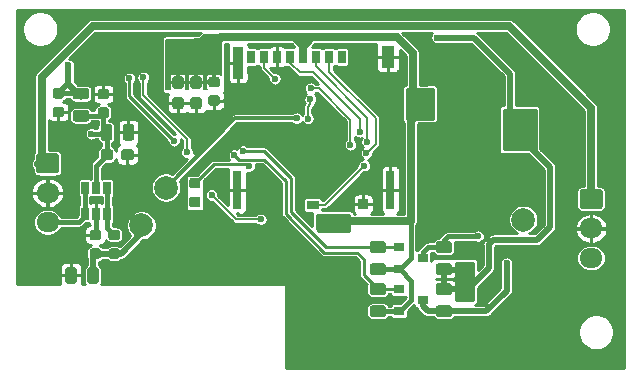
<source format=gbr>
G04 #@! TF.GenerationSoftware,KiCad,Pcbnew,5.1.4-3.fc30*
G04 #@! TF.CreationDate,2019-11-13T22:00:14+01:00*
G04 #@! TF.ProjectId,dpf_ressure_dumper,6470665f-7265-4737-9375-72655f64756d,rev?*
G04 #@! TF.SameCoordinates,Original*
G04 #@! TF.FileFunction,Copper,L2,Bot*
G04 #@! TF.FilePolarity,Positive*
%FSLAX46Y46*%
G04 Gerber Fmt 4.6, Leading zero omitted, Abs format (unit mm)*
G04 Created by KiCad (PCBNEW 5.1.4-3.fc30) date 2019-11-13 22:00:14*
%MOMM*%
%LPD*%
G04 APERTURE LIST*
%ADD10C,0.100000*%
%ADD11C,0.875000*%
%ADD12C,0.975000*%
%ADD13C,0.950000*%
%ADD14R,1.140000X1.830000*%
%ADD15R,0.700000X3.330000*%
%ADD16R,0.700000X1.100000*%
%ADD17R,0.860000X2.800000*%
%ADD18R,1.050000X0.780000*%
%ADD19R,0.900000X0.930000*%
%ADD20C,1.700000*%
%ADD21O,1.950000X1.700000*%
%ADD22R,0.900000X0.800000*%
%ADD23C,2.000000*%
%ADD24R,0.650000X1.060000*%
%ADD25C,0.600000*%
%ADD26C,0.203600*%
%ADD27C,0.381000*%
%ADD28C,0.508000*%
%ADD29C,0.635000*%
%ADD30C,0.208000*%
%ADD31C,0.254000*%
%ADD32C,0.228600*%
%ADD33C,0.304800*%
%ADD34C,0.152400*%
G04 APERTURE END LIST*
D10*
G36*
X186286971Y-135057213D02*
G01*
X186308206Y-135060363D01*
X186329030Y-135065579D01*
X186349242Y-135072811D01*
X186368648Y-135081990D01*
X186387061Y-135093026D01*
X186404304Y-135105814D01*
X186420210Y-135120230D01*
X186434626Y-135136136D01*
X186447414Y-135153379D01*
X186458450Y-135171792D01*
X186467629Y-135191198D01*
X186474861Y-135211410D01*
X186480077Y-135232234D01*
X186483227Y-135253469D01*
X186484280Y-135274910D01*
X186484280Y-135712410D01*
X186483227Y-135733851D01*
X186480077Y-135755086D01*
X186474861Y-135775910D01*
X186467629Y-135796122D01*
X186458450Y-135815528D01*
X186447414Y-135833941D01*
X186434626Y-135851184D01*
X186420210Y-135867090D01*
X186404304Y-135881506D01*
X186387061Y-135894294D01*
X186368648Y-135905330D01*
X186349242Y-135914509D01*
X186329030Y-135921741D01*
X186308206Y-135926957D01*
X186286971Y-135930107D01*
X186265530Y-135931160D01*
X185753030Y-135931160D01*
X185731589Y-135930107D01*
X185710354Y-135926957D01*
X185689530Y-135921741D01*
X185669318Y-135914509D01*
X185649912Y-135905330D01*
X185631499Y-135894294D01*
X185614256Y-135881506D01*
X185598350Y-135867090D01*
X185583934Y-135851184D01*
X185571146Y-135833941D01*
X185560110Y-135815528D01*
X185550931Y-135796122D01*
X185543699Y-135775910D01*
X185538483Y-135755086D01*
X185535333Y-135733851D01*
X185534280Y-135712410D01*
X185534280Y-135274910D01*
X185535333Y-135253469D01*
X185538483Y-135232234D01*
X185543699Y-135211410D01*
X185550931Y-135191198D01*
X185560110Y-135171792D01*
X185571146Y-135153379D01*
X185583934Y-135136136D01*
X185598350Y-135120230D01*
X185614256Y-135105814D01*
X185631499Y-135093026D01*
X185649912Y-135081990D01*
X185669318Y-135072811D01*
X185689530Y-135065579D01*
X185710354Y-135060363D01*
X185731589Y-135057213D01*
X185753030Y-135056160D01*
X186265530Y-135056160D01*
X186286971Y-135057213D01*
X186286971Y-135057213D01*
G37*
D11*
X186009280Y-135493660D03*
D10*
G36*
X186286971Y-136632213D02*
G01*
X186308206Y-136635363D01*
X186329030Y-136640579D01*
X186349242Y-136647811D01*
X186368648Y-136656990D01*
X186387061Y-136668026D01*
X186404304Y-136680814D01*
X186420210Y-136695230D01*
X186434626Y-136711136D01*
X186447414Y-136728379D01*
X186458450Y-136746792D01*
X186467629Y-136766198D01*
X186474861Y-136786410D01*
X186480077Y-136807234D01*
X186483227Y-136828469D01*
X186484280Y-136849910D01*
X186484280Y-137287410D01*
X186483227Y-137308851D01*
X186480077Y-137330086D01*
X186474861Y-137350910D01*
X186467629Y-137371122D01*
X186458450Y-137390528D01*
X186447414Y-137408941D01*
X186434626Y-137426184D01*
X186420210Y-137442090D01*
X186404304Y-137456506D01*
X186387061Y-137469294D01*
X186368648Y-137480330D01*
X186349242Y-137489509D01*
X186329030Y-137496741D01*
X186308206Y-137501957D01*
X186286971Y-137505107D01*
X186265530Y-137506160D01*
X185753030Y-137506160D01*
X185731589Y-137505107D01*
X185710354Y-137501957D01*
X185689530Y-137496741D01*
X185669318Y-137489509D01*
X185649912Y-137480330D01*
X185631499Y-137469294D01*
X185614256Y-137456506D01*
X185598350Y-137442090D01*
X185583934Y-137426184D01*
X185571146Y-137408941D01*
X185560110Y-137390528D01*
X185550931Y-137371122D01*
X185543699Y-137350910D01*
X185538483Y-137330086D01*
X185535333Y-137308851D01*
X185534280Y-137287410D01*
X185534280Y-136849910D01*
X185535333Y-136828469D01*
X185538483Y-136807234D01*
X185543699Y-136786410D01*
X185550931Y-136766198D01*
X185560110Y-136746792D01*
X185571146Y-136728379D01*
X185583934Y-136711136D01*
X185598350Y-136695230D01*
X185614256Y-136680814D01*
X185631499Y-136668026D01*
X185649912Y-136656990D01*
X185669318Y-136647811D01*
X185689530Y-136640579D01*
X185710354Y-136635363D01*
X185731589Y-136632213D01*
X185753030Y-136631160D01*
X186265530Y-136631160D01*
X186286971Y-136632213D01*
X186286971Y-136632213D01*
G37*
D11*
X186009280Y-137068660D03*
D10*
G36*
X176832342Y-127430374D02*
G01*
X176856003Y-127433884D01*
X176879207Y-127439696D01*
X176901729Y-127447754D01*
X176923353Y-127457982D01*
X176943870Y-127470279D01*
X176963083Y-127484529D01*
X176980807Y-127500593D01*
X176996871Y-127518317D01*
X177011121Y-127537530D01*
X177023418Y-127558047D01*
X177033646Y-127579671D01*
X177041704Y-127602193D01*
X177047516Y-127625397D01*
X177051026Y-127649058D01*
X177052200Y-127672950D01*
X177052200Y-128160450D01*
X177051026Y-128184342D01*
X177047516Y-128208003D01*
X177041704Y-128231207D01*
X177033646Y-128253729D01*
X177023418Y-128275353D01*
X177011121Y-128295870D01*
X176996871Y-128315083D01*
X176980807Y-128332807D01*
X176963083Y-128348871D01*
X176943870Y-128363121D01*
X176923353Y-128375418D01*
X176901729Y-128385646D01*
X176879207Y-128393704D01*
X176856003Y-128399516D01*
X176832342Y-128403026D01*
X176808450Y-128404200D01*
X175895950Y-128404200D01*
X175872058Y-128403026D01*
X175848397Y-128399516D01*
X175825193Y-128393704D01*
X175802671Y-128385646D01*
X175781047Y-128375418D01*
X175760530Y-128363121D01*
X175741317Y-128348871D01*
X175723593Y-128332807D01*
X175707529Y-128315083D01*
X175693279Y-128295870D01*
X175680982Y-128275353D01*
X175670754Y-128253729D01*
X175662696Y-128231207D01*
X175656884Y-128208003D01*
X175653374Y-128184342D01*
X175652200Y-128160450D01*
X175652200Y-127672950D01*
X175653374Y-127649058D01*
X175656884Y-127625397D01*
X175662696Y-127602193D01*
X175670754Y-127579671D01*
X175680982Y-127558047D01*
X175693279Y-127537530D01*
X175707529Y-127518317D01*
X175723593Y-127500593D01*
X175741317Y-127484529D01*
X175760530Y-127470279D01*
X175781047Y-127457982D01*
X175802671Y-127447754D01*
X175825193Y-127439696D01*
X175848397Y-127433884D01*
X175872058Y-127430374D01*
X175895950Y-127429200D01*
X176808450Y-127429200D01*
X176832342Y-127430374D01*
X176832342Y-127430374D01*
G37*
D12*
X176352200Y-127916700D03*
D10*
G36*
X176832342Y-129305374D02*
G01*
X176856003Y-129308884D01*
X176879207Y-129314696D01*
X176901729Y-129322754D01*
X176923353Y-129332982D01*
X176943870Y-129345279D01*
X176963083Y-129359529D01*
X176980807Y-129375593D01*
X176996871Y-129393317D01*
X177011121Y-129412530D01*
X177023418Y-129433047D01*
X177033646Y-129454671D01*
X177041704Y-129477193D01*
X177047516Y-129500397D01*
X177051026Y-129524058D01*
X177052200Y-129547950D01*
X177052200Y-130035450D01*
X177051026Y-130059342D01*
X177047516Y-130083003D01*
X177041704Y-130106207D01*
X177033646Y-130128729D01*
X177023418Y-130150353D01*
X177011121Y-130170870D01*
X176996871Y-130190083D01*
X176980807Y-130207807D01*
X176963083Y-130223871D01*
X176943870Y-130238121D01*
X176923353Y-130250418D01*
X176901729Y-130260646D01*
X176879207Y-130268704D01*
X176856003Y-130274516D01*
X176832342Y-130278026D01*
X176808450Y-130279200D01*
X175895950Y-130279200D01*
X175872058Y-130278026D01*
X175848397Y-130274516D01*
X175825193Y-130268704D01*
X175802671Y-130260646D01*
X175781047Y-130250418D01*
X175760530Y-130238121D01*
X175741317Y-130223871D01*
X175723593Y-130207807D01*
X175707529Y-130190083D01*
X175693279Y-130170870D01*
X175680982Y-130150353D01*
X175670754Y-130128729D01*
X175662696Y-130106207D01*
X175656884Y-130083003D01*
X175653374Y-130059342D01*
X175652200Y-130035450D01*
X175652200Y-129547950D01*
X175653374Y-129524058D01*
X175656884Y-129500397D01*
X175662696Y-129477193D01*
X175670754Y-129454671D01*
X175680982Y-129433047D01*
X175693279Y-129412530D01*
X175707529Y-129393317D01*
X175723593Y-129375593D01*
X175741317Y-129359529D01*
X175760530Y-129345279D01*
X175781047Y-129332982D01*
X175802671Y-129322754D01*
X175825193Y-129314696D01*
X175848397Y-129308884D01*
X175872058Y-129305374D01*
X175895950Y-129304200D01*
X176808450Y-129304200D01*
X176832342Y-129305374D01*
X176832342Y-129305374D01*
G37*
D12*
X176352200Y-129791700D03*
D10*
G36*
X178534891Y-127503253D02*
G01*
X178556126Y-127506403D01*
X178576950Y-127511619D01*
X178597162Y-127518851D01*
X178616568Y-127528030D01*
X178634981Y-127539066D01*
X178652224Y-127551854D01*
X178668130Y-127566270D01*
X178682546Y-127582176D01*
X178695334Y-127599419D01*
X178706370Y-127617832D01*
X178715549Y-127637238D01*
X178722781Y-127657450D01*
X178727997Y-127678274D01*
X178731147Y-127699509D01*
X178732200Y-127720950D01*
X178732200Y-128158450D01*
X178731147Y-128179891D01*
X178727997Y-128201126D01*
X178722781Y-128221950D01*
X178715549Y-128242162D01*
X178706370Y-128261568D01*
X178695334Y-128279981D01*
X178682546Y-128297224D01*
X178668130Y-128313130D01*
X178652224Y-128327546D01*
X178634981Y-128340334D01*
X178616568Y-128351370D01*
X178597162Y-128360549D01*
X178576950Y-128367781D01*
X178556126Y-128372997D01*
X178534891Y-128376147D01*
X178513450Y-128377200D01*
X178000950Y-128377200D01*
X177979509Y-128376147D01*
X177958274Y-128372997D01*
X177937450Y-128367781D01*
X177917238Y-128360549D01*
X177897832Y-128351370D01*
X177879419Y-128340334D01*
X177862176Y-128327546D01*
X177846270Y-128313130D01*
X177831854Y-128297224D01*
X177819066Y-128279981D01*
X177808030Y-128261568D01*
X177798851Y-128242162D01*
X177791619Y-128221950D01*
X177786403Y-128201126D01*
X177783253Y-128179891D01*
X177782200Y-128158450D01*
X177782200Y-127720950D01*
X177783253Y-127699509D01*
X177786403Y-127678274D01*
X177791619Y-127657450D01*
X177798851Y-127637238D01*
X177808030Y-127617832D01*
X177819066Y-127599419D01*
X177831854Y-127582176D01*
X177846270Y-127566270D01*
X177862176Y-127551854D01*
X177879419Y-127539066D01*
X177897832Y-127528030D01*
X177917238Y-127518851D01*
X177937450Y-127511619D01*
X177958274Y-127506403D01*
X177979509Y-127503253D01*
X178000950Y-127502200D01*
X178513450Y-127502200D01*
X178534891Y-127503253D01*
X178534891Y-127503253D01*
G37*
D11*
X178257200Y-127939700D03*
D10*
G36*
X178534891Y-129078253D02*
G01*
X178556126Y-129081403D01*
X178576950Y-129086619D01*
X178597162Y-129093851D01*
X178616568Y-129103030D01*
X178634981Y-129114066D01*
X178652224Y-129126854D01*
X178668130Y-129141270D01*
X178682546Y-129157176D01*
X178695334Y-129174419D01*
X178706370Y-129192832D01*
X178715549Y-129212238D01*
X178722781Y-129232450D01*
X178727997Y-129253274D01*
X178731147Y-129274509D01*
X178732200Y-129295950D01*
X178732200Y-129733450D01*
X178731147Y-129754891D01*
X178727997Y-129776126D01*
X178722781Y-129796950D01*
X178715549Y-129817162D01*
X178706370Y-129836568D01*
X178695334Y-129854981D01*
X178682546Y-129872224D01*
X178668130Y-129888130D01*
X178652224Y-129902546D01*
X178634981Y-129915334D01*
X178616568Y-129926370D01*
X178597162Y-129935549D01*
X178576950Y-129942781D01*
X178556126Y-129947997D01*
X178534891Y-129951147D01*
X178513450Y-129952200D01*
X178000950Y-129952200D01*
X177979509Y-129951147D01*
X177958274Y-129947997D01*
X177937450Y-129942781D01*
X177917238Y-129935549D01*
X177897832Y-129926370D01*
X177879419Y-129915334D01*
X177862176Y-129902546D01*
X177846270Y-129888130D01*
X177831854Y-129872224D01*
X177819066Y-129854981D01*
X177808030Y-129836568D01*
X177798851Y-129817162D01*
X177791619Y-129796950D01*
X177786403Y-129776126D01*
X177783253Y-129754891D01*
X177782200Y-129733450D01*
X177782200Y-129295950D01*
X177783253Y-129274509D01*
X177786403Y-129253274D01*
X177791619Y-129232450D01*
X177798851Y-129212238D01*
X177808030Y-129192832D01*
X177819066Y-129174419D01*
X177831854Y-129157176D01*
X177846270Y-129141270D01*
X177862176Y-129126854D01*
X177879419Y-129114066D01*
X177897832Y-129103030D01*
X177917238Y-129093851D01*
X177937450Y-129086619D01*
X177958274Y-129081403D01*
X177979509Y-129078253D01*
X178000950Y-129077200D01*
X178513450Y-129077200D01*
X178534891Y-129078253D01*
X178534891Y-129078253D01*
G37*
D11*
X178257200Y-129514700D03*
D10*
G36*
X174724891Y-129027453D02*
G01*
X174746126Y-129030603D01*
X174766950Y-129035819D01*
X174787162Y-129043051D01*
X174806568Y-129052230D01*
X174824981Y-129063266D01*
X174842224Y-129076054D01*
X174858130Y-129090470D01*
X174872546Y-129106376D01*
X174885334Y-129123619D01*
X174896370Y-129142032D01*
X174905549Y-129161438D01*
X174912781Y-129181650D01*
X174917997Y-129202474D01*
X174921147Y-129223709D01*
X174922200Y-129245150D01*
X174922200Y-129682650D01*
X174921147Y-129704091D01*
X174917997Y-129725326D01*
X174912781Y-129746150D01*
X174905549Y-129766362D01*
X174896370Y-129785768D01*
X174885334Y-129804181D01*
X174872546Y-129821424D01*
X174858130Y-129837330D01*
X174842224Y-129851746D01*
X174824981Y-129864534D01*
X174806568Y-129875570D01*
X174787162Y-129884749D01*
X174766950Y-129891981D01*
X174746126Y-129897197D01*
X174724891Y-129900347D01*
X174703450Y-129901400D01*
X174190950Y-129901400D01*
X174169509Y-129900347D01*
X174148274Y-129897197D01*
X174127450Y-129891981D01*
X174107238Y-129884749D01*
X174087832Y-129875570D01*
X174069419Y-129864534D01*
X174052176Y-129851746D01*
X174036270Y-129837330D01*
X174021854Y-129821424D01*
X174009066Y-129804181D01*
X173998030Y-129785768D01*
X173988851Y-129766362D01*
X173981619Y-129746150D01*
X173976403Y-129725326D01*
X173973253Y-129704091D01*
X173972200Y-129682650D01*
X173972200Y-129245150D01*
X173973253Y-129223709D01*
X173976403Y-129202474D01*
X173981619Y-129181650D01*
X173988851Y-129161438D01*
X173998030Y-129142032D01*
X174009066Y-129123619D01*
X174021854Y-129106376D01*
X174036270Y-129090470D01*
X174052176Y-129076054D01*
X174069419Y-129063266D01*
X174087832Y-129052230D01*
X174107238Y-129043051D01*
X174127450Y-129035819D01*
X174148274Y-129030603D01*
X174169509Y-129027453D01*
X174190950Y-129026400D01*
X174703450Y-129026400D01*
X174724891Y-129027453D01*
X174724891Y-129027453D01*
G37*
D11*
X174447200Y-129463900D03*
D10*
G36*
X174724891Y-127452453D02*
G01*
X174746126Y-127455603D01*
X174766950Y-127460819D01*
X174787162Y-127468051D01*
X174806568Y-127477230D01*
X174824981Y-127488266D01*
X174842224Y-127501054D01*
X174858130Y-127515470D01*
X174872546Y-127531376D01*
X174885334Y-127548619D01*
X174896370Y-127567032D01*
X174905549Y-127586438D01*
X174912781Y-127606650D01*
X174917997Y-127627474D01*
X174921147Y-127648709D01*
X174922200Y-127670150D01*
X174922200Y-128107650D01*
X174921147Y-128129091D01*
X174917997Y-128150326D01*
X174912781Y-128171150D01*
X174905549Y-128191362D01*
X174896370Y-128210768D01*
X174885334Y-128229181D01*
X174872546Y-128246424D01*
X174858130Y-128262330D01*
X174842224Y-128276746D01*
X174824981Y-128289534D01*
X174806568Y-128300570D01*
X174787162Y-128309749D01*
X174766950Y-128316981D01*
X174746126Y-128322197D01*
X174724891Y-128325347D01*
X174703450Y-128326400D01*
X174190950Y-128326400D01*
X174169509Y-128325347D01*
X174148274Y-128322197D01*
X174127450Y-128316981D01*
X174107238Y-128309749D01*
X174087832Y-128300570D01*
X174069419Y-128289534D01*
X174052176Y-128276746D01*
X174036270Y-128262330D01*
X174021854Y-128246424D01*
X174009066Y-128229181D01*
X173998030Y-128210768D01*
X173988851Y-128191362D01*
X173981619Y-128171150D01*
X173976403Y-128150326D01*
X173973253Y-128129091D01*
X173972200Y-128107650D01*
X173972200Y-127670150D01*
X173973253Y-127648709D01*
X173976403Y-127627474D01*
X173981619Y-127606650D01*
X173988851Y-127586438D01*
X173998030Y-127567032D01*
X174009066Y-127548619D01*
X174021854Y-127531376D01*
X174036270Y-127515470D01*
X174052176Y-127501054D01*
X174069419Y-127488266D01*
X174087832Y-127477230D01*
X174107238Y-127468051D01*
X174127450Y-127460819D01*
X174148274Y-127455603D01*
X174169509Y-127452453D01*
X174190950Y-127451400D01*
X174703450Y-127451400D01*
X174724891Y-127452453D01*
X174724891Y-127452453D01*
G37*
D11*
X174447200Y-127888900D03*
D10*
G36*
X177658942Y-142607974D02*
G01*
X177682603Y-142611484D01*
X177705807Y-142617296D01*
X177728329Y-142625354D01*
X177749953Y-142635582D01*
X177770470Y-142647879D01*
X177789683Y-142662129D01*
X177807407Y-142678193D01*
X177823471Y-142695917D01*
X177837721Y-142715130D01*
X177850018Y-142735647D01*
X177860246Y-142757271D01*
X177868304Y-142779793D01*
X177874116Y-142802997D01*
X177877626Y-142826658D01*
X177878800Y-142850550D01*
X177878800Y-143763050D01*
X177877626Y-143786942D01*
X177874116Y-143810603D01*
X177868304Y-143833807D01*
X177860246Y-143856329D01*
X177850018Y-143877953D01*
X177837721Y-143898470D01*
X177823471Y-143917683D01*
X177807407Y-143935407D01*
X177789683Y-143951471D01*
X177770470Y-143965721D01*
X177749953Y-143978018D01*
X177728329Y-143988246D01*
X177705807Y-143996304D01*
X177682603Y-144002116D01*
X177658942Y-144005626D01*
X177635050Y-144006800D01*
X177147550Y-144006800D01*
X177123658Y-144005626D01*
X177099997Y-144002116D01*
X177076793Y-143996304D01*
X177054271Y-143988246D01*
X177032647Y-143978018D01*
X177012130Y-143965721D01*
X176992917Y-143951471D01*
X176975193Y-143935407D01*
X176959129Y-143917683D01*
X176944879Y-143898470D01*
X176932582Y-143877953D01*
X176922354Y-143856329D01*
X176914296Y-143833807D01*
X176908484Y-143810603D01*
X176904974Y-143786942D01*
X176903800Y-143763050D01*
X176903800Y-142850550D01*
X176904974Y-142826658D01*
X176908484Y-142802997D01*
X176914296Y-142779793D01*
X176922354Y-142757271D01*
X176932582Y-142735647D01*
X176944879Y-142715130D01*
X176959129Y-142695917D01*
X176975193Y-142678193D01*
X176992917Y-142662129D01*
X177012130Y-142647879D01*
X177032647Y-142635582D01*
X177054271Y-142625354D01*
X177076793Y-142617296D01*
X177099997Y-142611484D01*
X177123658Y-142607974D01*
X177147550Y-142606800D01*
X177635050Y-142606800D01*
X177658942Y-142607974D01*
X177658942Y-142607974D01*
G37*
D12*
X177391300Y-143306800D03*
D10*
G36*
X175783942Y-142607974D02*
G01*
X175807603Y-142611484D01*
X175830807Y-142617296D01*
X175853329Y-142625354D01*
X175874953Y-142635582D01*
X175895470Y-142647879D01*
X175914683Y-142662129D01*
X175932407Y-142678193D01*
X175948471Y-142695917D01*
X175962721Y-142715130D01*
X175975018Y-142735647D01*
X175985246Y-142757271D01*
X175993304Y-142779793D01*
X175999116Y-142802997D01*
X176002626Y-142826658D01*
X176003800Y-142850550D01*
X176003800Y-143763050D01*
X176002626Y-143786942D01*
X175999116Y-143810603D01*
X175993304Y-143833807D01*
X175985246Y-143856329D01*
X175975018Y-143877953D01*
X175962721Y-143898470D01*
X175948471Y-143917683D01*
X175932407Y-143935407D01*
X175914683Y-143951471D01*
X175895470Y-143965721D01*
X175874953Y-143978018D01*
X175853329Y-143988246D01*
X175830807Y-143996304D01*
X175807603Y-144002116D01*
X175783942Y-144005626D01*
X175760050Y-144006800D01*
X175272550Y-144006800D01*
X175248658Y-144005626D01*
X175224997Y-144002116D01*
X175201793Y-143996304D01*
X175179271Y-143988246D01*
X175157647Y-143978018D01*
X175137130Y-143965721D01*
X175117917Y-143951471D01*
X175100193Y-143935407D01*
X175084129Y-143917683D01*
X175069879Y-143898470D01*
X175057582Y-143877953D01*
X175047354Y-143856329D01*
X175039296Y-143833807D01*
X175033484Y-143810603D01*
X175029974Y-143786942D01*
X175028800Y-143763050D01*
X175028800Y-142850550D01*
X175029974Y-142826658D01*
X175033484Y-142802997D01*
X175039296Y-142779793D01*
X175047354Y-142757271D01*
X175057582Y-142735647D01*
X175069879Y-142715130D01*
X175084129Y-142695917D01*
X175100193Y-142678193D01*
X175117917Y-142662129D01*
X175137130Y-142647879D01*
X175157647Y-142635582D01*
X175179271Y-142625354D01*
X175201793Y-142617296D01*
X175224997Y-142611484D01*
X175248658Y-142607974D01*
X175272550Y-142606800D01*
X175760050Y-142606800D01*
X175783942Y-142607974D01*
X175783942Y-142607974D01*
G37*
D12*
X175516300Y-143306800D03*
D10*
G36*
X180656142Y-130492174D02*
G01*
X180679803Y-130495684D01*
X180703007Y-130501496D01*
X180725529Y-130509554D01*
X180747153Y-130519782D01*
X180767670Y-130532079D01*
X180786883Y-130546329D01*
X180804607Y-130562393D01*
X180820671Y-130580117D01*
X180834921Y-130599330D01*
X180847218Y-130619847D01*
X180857446Y-130641471D01*
X180865504Y-130663993D01*
X180871316Y-130687197D01*
X180874826Y-130710858D01*
X180876000Y-130734750D01*
X180876000Y-131647250D01*
X180874826Y-131671142D01*
X180871316Y-131694803D01*
X180865504Y-131718007D01*
X180857446Y-131740529D01*
X180847218Y-131762153D01*
X180834921Y-131782670D01*
X180820671Y-131801883D01*
X180804607Y-131819607D01*
X180786883Y-131835671D01*
X180767670Y-131849921D01*
X180747153Y-131862218D01*
X180725529Y-131872446D01*
X180703007Y-131880504D01*
X180679803Y-131886316D01*
X180656142Y-131889826D01*
X180632250Y-131891000D01*
X180144750Y-131891000D01*
X180120858Y-131889826D01*
X180097197Y-131886316D01*
X180073993Y-131880504D01*
X180051471Y-131872446D01*
X180029847Y-131862218D01*
X180009330Y-131849921D01*
X179990117Y-131835671D01*
X179972393Y-131819607D01*
X179956329Y-131801883D01*
X179942079Y-131782670D01*
X179929782Y-131762153D01*
X179919554Y-131740529D01*
X179911496Y-131718007D01*
X179905684Y-131694803D01*
X179902174Y-131671142D01*
X179901000Y-131647250D01*
X179901000Y-130734750D01*
X179902174Y-130710858D01*
X179905684Y-130687197D01*
X179911496Y-130663993D01*
X179919554Y-130641471D01*
X179929782Y-130619847D01*
X179942079Y-130599330D01*
X179956329Y-130580117D01*
X179972393Y-130562393D01*
X179990117Y-130546329D01*
X180009330Y-130532079D01*
X180029847Y-130519782D01*
X180051471Y-130509554D01*
X180073993Y-130501496D01*
X180097197Y-130495684D01*
X180120858Y-130492174D01*
X180144750Y-130491000D01*
X180632250Y-130491000D01*
X180656142Y-130492174D01*
X180656142Y-130492174D01*
G37*
D12*
X180388500Y-131191000D03*
D10*
G36*
X178781142Y-130492174D02*
G01*
X178804803Y-130495684D01*
X178828007Y-130501496D01*
X178850529Y-130509554D01*
X178872153Y-130519782D01*
X178892670Y-130532079D01*
X178911883Y-130546329D01*
X178929607Y-130562393D01*
X178945671Y-130580117D01*
X178959921Y-130599330D01*
X178972218Y-130619847D01*
X178982446Y-130641471D01*
X178990504Y-130663993D01*
X178996316Y-130687197D01*
X178999826Y-130710858D01*
X179001000Y-130734750D01*
X179001000Y-131647250D01*
X178999826Y-131671142D01*
X178996316Y-131694803D01*
X178990504Y-131718007D01*
X178982446Y-131740529D01*
X178972218Y-131762153D01*
X178959921Y-131782670D01*
X178945671Y-131801883D01*
X178929607Y-131819607D01*
X178911883Y-131835671D01*
X178892670Y-131849921D01*
X178872153Y-131862218D01*
X178850529Y-131872446D01*
X178828007Y-131880504D01*
X178804803Y-131886316D01*
X178781142Y-131889826D01*
X178757250Y-131891000D01*
X178269750Y-131891000D01*
X178245858Y-131889826D01*
X178222197Y-131886316D01*
X178198993Y-131880504D01*
X178176471Y-131872446D01*
X178154847Y-131862218D01*
X178134330Y-131849921D01*
X178115117Y-131835671D01*
X178097393Y-131819607D01*
X178081329Y-131801883D01*
X178067079Y-131782670D01*
X178054782Y-131762153D01*
X178044554Y-131740529D01*
X178036496Y-131718007D01*
X178030684Y-131694803D01*
X178027174Y-131671142D01*
X178026000Y-131647250D01*
X178026000Y-130734750D01*
X178027174Y-130710858D01*
X178030684Y-130687197D01*
X178036496Y-130663993D01*
X178044554Y-130641471D01*
X178054782Y-130619847D01*
X178067079Y-130599330D01*
X178081329Y-130580117D01*
X178097393Y-130562393D01*
X178115117Y-130546329D01*
X178134330Y-130532079D01*
X178154847Y-130519782D01*
X178176471Y-130509554D01*
X178198993Y-130501496D01*
X178222197Y-130495684D01*
X178245858Y-130492174D01*
X178269750Y-130491000D01*
X178757250Y-130491000D01*
X178781142Y-130492174D01*
X178781142Y-130492174D01*
G37*
D12*
X178513500Y-131191000D03*
D10*
G36*
X180611379Y-132622144D02*
G01*
X180634434Y-132625563D01*
X180657043Y-132631227D01*
X180678987Y-132639079D01*
X180700057Y-132649044D01*
X180720048Y-132661026D01*
X180738768Y-132674910D01*
X180756038Y-132690562D01*
X180771690Y-132707832D01*
X180785574Y-132726552D01*
X180797556Y-132746543D01*
X180807521Y-132767613D01*
X180815373Y-132789557D01*
X180821037Y-132812166D01*
X180824456Y-132835221D01*
X180825600Y-132858500D01*
X180825600Y-133333500D01*
X180824456Y-133356779D01*
X180821037Y-133379834D01*
X180815373Y-133402443D01*
X180807521Y-133424387D01*
X180797556Y-133445457D01*
X180785574Y-133465448D01*
X180771690Y-133484168D01*
X180756038Y-133501438D01*
X180738768Y-133517090D01*
X180720048Y-133530974D01*
X180700057Y-133542956D01*
X180678987Y-133552921D01*
X180657043Y-133560773D01*
X180634434Y-133566437D01*
X180611379Y-133569856D01*
X180588100Y-133571000D01*
X180013100Y-133571000D01*
X179989821Y-133569856D01*
X179966766Y-133566437D01*
X179944157Y-133560773D01*
X179922213Y-133552921D01*
X179901143Y-133542956D01*
X179881152Y-133530974D01*
X179862432Y-133517090D01*
X179845162Y-133501438D01*
X179829510Y-133484168D01*
X179815626Y-133465448D01*
X179803644Y-133445457D01*
X179793679Y-133424387D01*
X179785827Y-133402443D01*
X179780163Y-133379834D01*
X179776744Y-133356779D01*
X179775600Y-133333500D01*
X179775600Y-132858500D01*
X179776744Y-132835221D01*
X179780163Y-132812166D01*
X179785827Y-132789557D01*
X179793679Y-132767613D01*
X179803644Y-132746543D01*
X179815626Y-132726552D01*
X179829510Y-132707832D01*
X179845162Y-132690562D01*
X179862432Y-132674910D01*
X179881152Y-132661026D01*
X179901143Y-132649044D01*
X179922213Y-132639079D01*
X179944157Y-132631227D01*
X179966766Y-132625563D01*
X179989821Y-132622144D01*
X180013100Y-132621000D01*
X180588100Y-132621000D01*
X180611379Y-132622144D01*
X180611379Y-132622144D01*
G37*
D13*
X180300600Y-133096000D03*
D10*
G36*
X178861379Y-132622144D02*
G01*
X178884434Y-132625563D01*
X178907043Y-132631227D01*
X178928987Y-132639079D01*
X178950057Y-132649044D01*
X178970048Y-132661026D01*
X178988768Y-132674910D01*
X179006038Y-132690562D01*
X179021690Y-132707832D01*
X179035574Y-132726552D01*
X179047556Y-132746543D01*
X179057521Y-132767613D01*
X179065373Y-132789557D01*
X179071037Y-132812166D01*
X179074456Y-132835221D01*
X179075600Y-132858500D01*
X179075600Y-133333500D01*
X179074456Y-133356779D01*
X179071037Y-133379834D01*
X179065373Y-133402443D01*
X179057521Y-133424387D01*
X179047556Y-133445457D01*
X179035574Y-133465448D01*
X179021690Y-133484168D01*
X179006038Y-133501438D01*
X178988768Y-133517090D01*
X178970048Y-133530974D01*
X178950057Y-133542956D01*
X178928987Y-133552921D01*
X178907043Y-133560773D01*
X178884434Y-133566437D01*
X178861379Y-133569856D01*
X178838100Y-133571000D01*
X178263100Y-133571000D01*
X178239821Y-133569856D01*
X178216766Y-133566437D01*
X178194157Y-133560773D01*
X178172213Y-133552921D01*
X178151143Y-133542956D01*
X178131152Y-133530974D01*
X178112432Y-133517090D01*
X178095162Y-133501438D01*
X178079510Y-133484168D01*
X178065626Y-133465448D01*
X178053644Y-133445457D01*
X178043679Y-133424387D01*
X178035827Y-133402443D01*
X178030163Y-133379834D01*
X178026744Y-133356779D01*
X178025600Y-133333500D01*
X178025600Y-132858500D01*
X178026744Y-132835221D01*
X178030163Y-132812166D01*
X178035827Y-132789557D01*
X178043679Y-132767613D01*
X178053644Y-132746543D01*
X178065626Y-132726552D01*
X178079510Y-132707832D01*
X178095162Y-132690562D01*
X178112432Y-132674910D01*
X178131152Y-132661026D01*
X178151143Y-132649044D01*
X178172213Y-132639079D01*
X178194157Y-132631227D01*
X178216766Y-132625563D01*
X178239821Y-132622144D01*
X178263100Y-132621000D01*
X178838100Y-132621000D01*
X178861379Y-132622144D01*
X178861379Y-132622144D01*
G37*
D13*
X178550600Y-133096000D03*
D10*
G36*
X186366579Y-126439344D02*
G01*
X186389634Y-126442763D01*
X186412243Y-126448427D01*
X186434187Y-126456279D01*
X186455257Y-126466244D01*
X186475248Y-126478226D01*
X186493968Y-126492110D01*
X186511238Y-126507762D01*
X186526890Y-126525032D01*
X186540774Y-126543752D01*
X186552756Y-126563743D01*
X186562721Y-126584813D01*
X186570573Y-126606757D01*
X186576237Y-126629366D01*
X186579656Y-126652421D01*
X186580800Y-126675700D01*
X186580800Y-127250700D01*
X186579656Y-127273979D01*
X186576237Y-127297034D01*
X186570573Y-127319643D01*
X186562721Y-127341587D01*
X186552756Y-127362657D01*
X186540774Y-127382648D01*
X186526890Y-127401368D01*
X186511238Y-127418638D01*
X186493968Y-127434290D01*
X186475248Y-127448174D01*
X186455257Y-127460156D01*
X186434187Y-127470121D01*
X186412243Y-127477973D01*
X186389634Y-127483637D01*
X186366579Y-127487056D01*
X186343300Y-127488200D01*
X185868300Y-127488200D01*
X185845021Y-127487056D01*
X185821966Y-127483637D01*
X185799357Y-127477973D01*
X185777413Y-127470121D01*
X185756343Y-127460156D01*
X185736352Y-127448174D01*
X185717632Y-127434290D01*
X185700362Y-127418638D01*
X185684710Y-127401368D01*
X185670826Y-127382648D01*
X185658844Y-127362657D01*
X185648879Y-127341587D01*
X185641027Y-127319643D01*
X185635363Y-127297034D01*
X185631944Y-127273979D01*
X185630800Y-127250700D01*
X185630800Y-126675700D01*
X185631944Y-126652421D01*
X185635363Y-126629366D01*
X185641027Y-126606757D01*
X185648879Y-126584813D01*
X185658844Y-126563743D01*
X185670826Y-126543752D01*
X185684710Y-126525032D01*
X185700362Y-126507762D01*
X185717632Y-126492110D01*
X185736352Y-126478226D01*
X185756343Y-126466244D01*
X185777413Y-126456279D01*
X185799357Y-126448427D01*
X185821966Y-126442763D01*
X185845021Y-126439344D01*
X185868300Y-126438200D01*
X186343300Y-126438200D01*
X186366579Y-126439344D01*
X186366579Y-126439344D01*
G37*
D13*
X186105800Y-126963200D03*
D10*
G36*
X186366579Y-128189344D02*
G01*
X186389634Y-128192763D01*
X186412243Y-128198427D01*
X186434187Y-128206279D01*
X186455257Y-128216244D01*
X186475248Y-128228226D01*
X186493968Y-128242110D01*
X186511238Y-128257762D01*
X186526890Y-128275032D01*
X186540774Y-128293752D01*
X186552756Y-128313743D01*
X186562721Y-128334813D01*
X186570573Y-128356757D01*
X186576237Y-128379366D01*
X186579656Y-128402421D01*
X186580800Y-128425700D01*
X186580800Y-129000700D01*
X186579656Y-129023979D01*
X186576237Y-129047034D01*
X186570573Y-129069643D01*
X186562721Y-129091587D01*
X186552756Y-129112657D01*
X186540774Y-129132648D01*
X186526890Y-129151368D01*
X186511238Y-129168638D01*
X186493968Y-129184290D01*
X186475248Y-129198174D01*
X186455257Y-129210156D01*
X186434187Y-129220121D01*
X186412243Y-129227973D01*
X186389634Y-129233637D01*
X186366579Y-129237056D01*
X186343300Y-129238200D01*
X185868300Y-129238200D01*
X185845021Y-129237056D01*
X185821966Y-129233637D01*
X185799357Y-129227973D01*
X185777413Y-129220121D01*
X185756343Y-129210156D01*
X185736352Y-129198174D01*
X185717632Y-129184290D01*
X185700362Y-129168638D01*
X185684710Y-129151368D01*
X185670826Y-129132648D01*
X185658844Y-129112657D01*
X185648879Y-129091587D01*
X185641027Y-129069643D01*
X185635363Y-129047034D01*
X185631944Y-129023979D01*
X185630800Y-129000700D01*
X185630800Y-128425700D01*
X185631944Y-128402421D01*
X185635363Y-128379366D01*
X185641027Y-128356757D01*
X185648879Y-128334813D01*
X185658844Y-128313743D01*
X185670826Y-128293752D01*
X185684710Y-128275032D01*
X185700362Y-128257762D01*
X185717632Y-128242110D01*
X185736352Y-128228226D01*
X185756343Y-128216244D01*
X185777413Y-128206279D01*
X185799357Y-128198427D01*
X185821966Y-128192763D01*
X185845021Y-128189344D01*
X185868300Y-128188200D01*
X186343300Y-128188200D01*
X186366579Y-128189344D01*
X186366579Y-128189344D01*
G37*
D13*
X186105800Y-128713200D03*
D10*
G36*
X184842579Y-126439344D02*
G01*
X184865634Y-126442763D01*
X184888243Y-126448427D01*
X184910187Y-126456279D01*
X184931257Y-126466244D01*
X184951248Y-126478226D01*
X184969968Y-126492110D01*
X184987238Y-126507762D01*
X185002890Y-126525032D01*
X185016774Y-126543752D01*
X185028756Y-126563743D01*
X185038721Y-126584813D01*
X185046573Y-126606757D01*
X185052237Y-126629366D01*
X185055656Y-126652421D01*
X185056800Y-126675700D01*
X185056800Y-127250700D01*
X185055656Y-127273979D01*
X185052237Y-127297034D01*
X185046573Y-127319643D01*
X185038721Y-127341587D01*
X185028756Y-127362657D01*
X185016774Y-127382648D01*
X185002890Y-127401368D01*
X184987238Y-127418638D01*
X184969968Y-127434290D01*
X184951248Y-127448174D01*
X184931257Y-127460156D01*
X184910187Y-127470121D01*
X184888243Y-127477973D01*
X184865634Y-127483637D01*
X184842579Y-127487056D01*
X184819300Y-127488200D01*
X184344300Y-127488200D01*
X184321021Y-127487056D01*
X184297966Y-127483637D01*
X184275357Y-127477973D01*
X184253413Y-127470121D01*
X184232343Y-127460156D01*
X184212352Y-127448174D01*
X184193632Y-127434290D01*
X184176362Y-127418638D01*
X184160710Y-127401368D01*
X184146826Y-127382648D01*
X184134844Y-127362657D01*
X184124879Y-127341587D01*
X184117027Y-127319643D01*
X184111363Y-127297034D01*
X184107944Y-127273979D01*
X184106800Y-127250700D01*
X184106800Y-126675700D01*
X184107944Y-126652421D01*
X184111363Y-126629366D01*
X184117027Y-126606757D01*
X184124879Y-126584813D01*
X184134844Y-126563743D01*
X184146826Y-126543752D01*
X184160710Y-126525032D01*
X184176362Y-126507762D01*
X184193632Y-126492110D01*
X184212352Y-126478226D01*
X184232343Y-126466244D01*
X184253413Y-126456279D01*
X184275357Y-126448427D01*
X184297966Y-126442763D01*
X184321021Y-126439344D01*
X184344300Y-126438200D01*
X184819300Y-126438200D01*
X184842579Y-126439344D01*
X184842579Y-126439344D01*
G37*
D13*
X184581800Y-126963200D03*
D10*
G36*
X184842579Y-128189344D02*
G01*
X184865634Y-128192763D01*
X184888243Y-128198427D01*
X184910187Y-128206279D01*
X184931257Y-128216244D01*
X184951248Y-128228226D01*
X184969968Y-128242110D01*
X184987238Y-128257762D01*
X185002890Y-128275032D01*
X185016774Y-128293752D01*
X185028756Y-128313743D01*
X185038721Y-128334813D01*
X185046573Y-128356757D01*
X185052237Y-128379366D01*
X185055656Y-128402421D01*
X185056800Y-128425700D01*
X185056800Y-129000700D01*
X185055656Y-129023979D01*
X185052237Y-129047034D01*
X185046573Y-129069643D01*
X185038721Y-129091587D01*
X185028756Y-129112657D01*
X185016774Y-129132648D01*
X185002890Y-129151368D01*
X184987238Y-129168638D01*
X184969968Y-129184290D01*
X184951248Y-129198174D01*
X184931257Y-129210156D01*
X184910187Y-129220121D01*
X184888243Y-129227973D01*
X184865634Y-129233637D01*
X184842579Y-129237056D01*
X184819300Y-129238200D01*
X184344300Y-129238200D01*
X184321021Y-129237056D01*
X184297966Y-129233637D01*
X184275357Y-129227973D01*
X184253413Y-129220121D01*
X184232343Y-129210156D01*
X184212352Y-129198174D01*
X184193632Y-129184290D01*
X184176362Y-129168638D01*
X184160710Y-129151368D01*
X184146826Y-129132648D01*
X184134844Y-129112657D01*
X184124879Y-129091587D01*
X184117027Y-129069643D01*
X184111363Y-129047034D01*
X184107944Y-129023979D01*
X184106800Y-129000700D01*
X184106800Y-128425700D01*
X184107944Y-128402421D01*
X184111363Y-128379366D01*
X184117027Y-128356757D01*
X184124879Y-128334813D01*
X184134844Y-128313743D01*
X184146826Y-128293752D01*
X184160710Y-128275032D01*
X184176362Y-128257762D01*
X184193632Y-128242110D01*
X184212352Y-128228226D01*
X184232343Y-128216244D01*
X184253413Y-128206279D01*
X184275357Y-128198427D01*
X184297966Y-128192763D01*
X184321021Y-128189344D01*
X184344300Y-128188200D01*
X184819300Y-128188200D01*
X184842579Y-128189344D01*
X184842579Y-128189344D01*
G37*
D13*
X184581800Y-128713200D03*
D10*
G36*
X187907491Y-128062253D02*
G01*
X187928726Y-128065403D01*
X187949550Y-128070619D01*
X187969762Y-128077851D01*
X187989168Y-128087030D01*
X188007581Y-128098066D01*
X188024824Y-128110854D01*
X188040730Y-128125270D01*
X188055146Y-128141176D01*
X188067934Y-128158419D01*
X188078970Y-128176832D01*
X188088149Y-128196238D01*
X188095381Y-128216450D01*
X188100597Y-128237274D01*
X188103747Y-128258509D01*
X188104800Y-128279950D01*
X188104800Y-128717450D01*
X188103747Y-128738891D01*
X188100597Y-128760126D01*
X188095381Y-128780950D01*
X188088149Y-128801162D01*
X188078970Y-128820568D01*
X188067934Y-128838981D01*
X188055146Y-128856224D01*
X188040730Y-128872130D01*
X188024824Y-128886546D01*
X188007581Y-128899334D01*
X187989168Y-128910370D01*
X187969762Y-128919549D01*
X187949550Y-128926781D01*
X187928726Y-128931997D01*
X187907491Y-128935147D01*
X187886050Y-128936200D01*
X187373550Y-128936200D01*
X187352109Y-128935147D01*
X187330874Y-128931997D01*
X187310050Y-128926781D01*
X187289838Y-128919549D01*
X187270432Y-128910370D01*
X187252019Y-128899334D01*
X187234776Y-128886546D01*
X187218870Y-128872130D01*
X187204454Y-128856224D01*
X187191666Y-128838981D01*
X187180630Y-128820568D01*
X187171451Y-128801162D01*
X187164219Y-128780950D01*
X187159003Y-128760126D01*
X187155853Y-128738891D01*
X187154800Y-128717450D01*
X187154800Y-128279950D01*
X187155853Y-128258509D01*
X187159003Y-128237274D01*
X187164219Y-128216450D01*
X187171451Y-128196238D01*
X187180630Y-128176832D01*
X187191666Y-128158419D01*
X187204454Y-128141176D01*
X187218870Y-128125270D01*
X187234776Y-128110854D01*
X187252019Y-128098066D01*
X187270432Y-128087030D01*
X187289838Y-128077851D01*
X187310050Y-128070619D01*
X187330874Y-128065403D01*
X187352109Y-128062253D01*
X187373550Y-128061200D01*
X187886050Y-128061200D01*
X187907491Y-128062253D01*
X187907491Y-128062253D01*
G37*
D11*
X187629800Y-128498700D03*
D10*
G36*
X187907491Y-126487253D02*
G01*
X187928726Y-126490403D01*
X187949550Y-126495619D01*
X187969762Y-126502851D01*
X187989168Y-126512030D01*
X188007581Y-126523066D01*
X188024824Y-126535854D01*
X188040730Y-126550270D01*
X188055146Y-126566176D01*
X188067934Y-126583419D01*
X188078970Y-126601832D01*
X188088149Y-126621238D01*
X188095381Y-126641450D01*
X188100597Y-126662274D01*
X188103747Y-126683509D01*
X188104800Y-126704950D01*
X188104800Y-127142450D01*
X188103747Y-127163891D01*
X188100597Y-127185126D01*
X188095381Y-127205950D01*
X188088149Y-127226162D01*
X188078970Y-127245568D01*
X188067934Y-127263981D01*
X188055146Y-127281224D01*
X188040730Y-127297130D01*
X188024824Y-127311546D01*
X188007581Y-127324334D01*
X187989168Y-127335370D01*
X187969762Y-127344549D01*
X187949550Y-127351781D01*
X187928726Y-127356997D01*
X187907491Y-127360147D01*
X187886050Y-127361200D01*
X187373550Y-127361200D01*
X187352109Y-127360147D01*
X187330874Y-127356997D01*
X187310050Y-127351781D01*
X187289838Y-127344549D01*
X187270432Y-127335370D01*
X187252019Y-127324334D01*
X187234776Y-127311546D01*
X187218870Y-127297130D01*
X187204454Y-127281224D01*
X187191666Y-127263981D01*
X187180630Y-127245568D01*
X187171451Y-127226162D01*
X187164219Y-127205950D01*
X187159003Y-127185126D01*
X187155853Y-127163891D01*
X187154800Y-127142450D01*
X187154800Y-126704950D01*
X187155853Y-126683509D01*
X187159003Y-126662274D01*
X187164219Y-126641450D01*
X187171451Y-126621238D01*
X187180630Y-126601832D01*
X187191666Y-126583419D01*
X187204454Y-126566176D01*
X187218870Y-126550270D01*
X187234776Y-126535854D01*
X187252019Y-126523066D01*
X187270432Y-126512030D01*
X187289838Y-126502851D01*
X187310050Y-126495619D01*
X187330874Y-126490403D01*
X187352109Y-126487253D01*
X187373550Y-126486200D01*
X187886050Y-126486200D01*
X187907491Y-126487253D01*
X187907491Y-126487253D01*
G37*
D11*
X187629800Y-126923700D03*
D14*
X202347703Y-124809985D03*
D15*
X202567703Y-136059985D03*
D16*
X198467703Y-124794985D03*
X197367703Y-124794985D03*
X196267703Y-124794985D03*
X195167703Y-124794985D03*
X194067703Y-124794985D03*
X192967703Y-124794985D03*
X191867703Y-124794985D03*
X190767703Y-124794985D03*
D17*
X189687703Y-125294985D03*
D15*
X189607703Y-136059985D03*
D18*
X195992703Y-137334985D03*
D19*
X200257703Y-137259985D03*
D10*
G36*
X174282304Y-132958404D02*
G01*
X174306573Y-132962004D01*
X174330371Y-132967965D01*
X174353471Y-132976230D01*
X174375649Y-132986720D01*
X174396693Y-132999333D01*
X174416398Y-133013947D01*
X174434577Y-133030423D01*
X174451053Y-133048602D01*
X174465667Y-133068307D01*
X174478280Y-133089351D01*
X174488770Y-133111529D01*
X174497035Y-133134629D01*
X174502996Y-133158427D01*
X174506596Y-133182696D01*
X174507800Y-133207200D01*
X174507800Y-134407200D01*
X174506596Y-134431704D01*
X174502996Y-134455973D01*
X174497035Y-134479771D01*
X174488770Y-134502871D01*
X174478280Y-134525049D01*
X174465667Y-134546093D01*
X174451053Y-134565798D01*
X174434577Y-134583977D01*
X174416398Y-134600453D01*
X174396693Y-134615067D01*
X174375649Y-134627680D01*
X174353471Y-134638170D01*
X174330371Y-134646435D01*
X174306573Y-134652396D01*
X174282304Y-134655996D01*
X174257800Y-134657200D01*
X172807800Y-134657200D01*
X172783296Y-134655996D01*
X172759027Y-134652396D01*
X172735229Y-134646435D01*
X172712129Y-134638170D01*
X172689951Y-134627680D01*
X172668907Y-134615067D01*
X172649202Y-134600453D01*
X172631023Y-134583977D01*
X172614547Y-134565798D01*
X172599933Y-134546093D01*
X172587320Y-134525049D01*
X172576830Y-134502871D01*
X172568565Y-134479771D01*
X172562604Y-134455973D01*
X172559004Y-134431704D01*
X172557800Y-134407200D01*
X172557800Y-133207200D01*
X172559004Y-133182696D01*
X172562604Y-133158427D01*
X172568565Y-133134629D01*
X172576830Y-133111529D01*
X172587320Y-133089351D01*
X172599933Y-133068307D01*
X172614547Y-133048602D01*
X172631023Y-133030423D01*
X172649202Y-133013947D01*
X172668907Y-132999333D01*
X172689951Y-132986720D01*
X172712129Y-132976230D01*
X172735229Y-132967965D01*
X172759027Y-132962004D01*
X172783296Y-132958404D01*
X172807800Y-132957200D01*
X174257800Y-132957200D01*
X174282304Y-132958404D01*
X174282304Y-132958404D01*
G37*
D20*
X173532800Y-133807200D03*
D21*
X173532800Y-136307200D03*
X173532800Y-138807200D03*
X219557600Y-141829800D03*
X219557600Y-139329800D03*
D10*
G36*
X220307104Y-135981004D02*
G01*
X220331373Y-135984604D01*
X220355171Y-135990565D01*
X220378271Y-135998830D01*
X220400449Y-136009320D01*
X220421493Y-136021933D01*
X220441198Y-136036547D01*
X220459377Y-136053023D01*
X220475853Y-136071202D01*
X220490467Y-136090907D01*
X220503080Y-136111951D01*
X220513570Y-136134129D01*
X220521835Y-136157229D01*
X220527796Y-136181027D01*
X220531396Y-136205296D01*
X220532600Y-136229800D01*
X220532600Y-137429800D01*
X220531396Y-137454304D01*
X220527796Y-137478573D01*
X220521835Y-137502371D01*
X220513570Y-137525471D01*
X220503080Y-137547649D01*
X220490467Y-137568693D01*
X220475853Y-137588398D01*
X220459377Y-137606577D01*
X220441198Y-137623053D01*
X220421493Y-137637667D01*
X220400449Y-137650280D01*
X220378271Y-137660770D01*
X220355171Y-137669035D01*
X220331373Y-137674996D01*
X220307104Y-137678596D01*
X220282600Y-137679800D01*
X218832600Y-137679800D01*
X218808096Y-137678596D01*
X218783827Y-137674996D01*
X218760029Y-137669035D01*
X218736929Y-137660770D01*
X218714751Y-137650280D01*
X218693707Y-137637667D01*
X218674002Y-137623053D01*
X218655823Y-137606577D01*
X218639347Y-137588398D01*
X218624733Y-137568693D01*
X218612120Y-137547649D01*
X218601630Y-137525471D01*
X218593365Y-137502371D01*
X218587404Y-137478573D01*
X218583804Y-137454304D01*
X218582600Y-137429800D01*
X218582600Y-136229800D01*
X218583804Y-136205296D01*
X218587404Y-136181027D01*
X218593365Y-136157229D01*
X218601630Y-136134129D01*
X218612120Y-136111951D01*
X218624733Y-136090907D01*
X218639347Y-136071202D01*
X218655823Y-136053023D01*
X218674002Y-136036547D01*
X218693707Y-136021933D01*
X218714751Y-136009320D01*
X218736929Y-135998830D01*
X218760029Y-135990565D01*
X218783827Y-135984604D01*
X218808096Y-135981004D01*
X218832600Y-135979800D01*
X220282600Y-135979800D01*
X220307104Y-135981004D01*
X220307104Y-135981004D01*
G37*
D20*
X219557600Y-136829800D03*
D22*
X205292200Y-145389600D03*
X203292200Y-144439600D03*
X203292200Y-146339600D03*
X203292200Y-142783600D03*
X203292200Y-140883600D03*
X205292200Y-141833600D03*
D10*
G36*
X179449291Y-139441253D02*
G01*
X179470526Y-139444403D01*
X179491350Y-139449619D01*
X179511562Y-139456851D01*
X179530968Y-139466030D01*
X179549381Y-139477066D01*
X179566624Y-139489854D01*
X179582530Y-139504270D01*
X179596946Y-139520176D01*
X179609734Y-139537419D01*
X179620770Y-139555832D01*
X179629949Y-139575238D01*
X179637181Y-139595450D01*
X179642397Y-139616274D01*
X179645547Y-139637509D01*
X179646600Y-139658950D01*
X179646600Y-140096450D01*
X179645547Y-140117891D01*
X179642397Y-140139126D01*
X179637181Y-140159950D01*
X179629949Y-140180162D01*
X179620770Y-140199568D01*
X179609734Y-140217981D01*
X179596946Y-140235224D01*
X179582530Y-140251130D01*
X179566624Y-140265546D01*
X179549381Y-140278334D01*
X179530968Y-140289370D01*
X179511562Y-140298549D01*
X179491350Y-140305781D01*
X179470526Y-140310997D01*
X179449291Y-140314147D01*
X179427850Y-140315200D01*
X178915350Y-140315200D01*
X178893909Y-140314147D01*
X178872674Y-140310997D01*
X178851850Y-140305781D01*
X178831638Y-140298549D01*
X178812232Y-140289370D01*
X178793819Y-140278334D01*
X178776576Y-140265546D01*
X178760670Y-140251130D01*
X178746254Y-140235224D01*
X178733466Y-140217981D01*
X178722430Y-140199568D01*
X178713251Y-140180162D01*
X178706019Y-140159950D01*
X178700803Y-140139126D01*
X178697653Y-140117891D01*
X178696600Y-140096450D01*
X178696600Y-139658950D01*
X178697653Y-139637509D01*
X178700803Y-139616274D01*
X178706019Y-139595450D01*
X178713251Y-139575238D01*
X178722430Y-139555832D01*
X178733466Y-139537419D01*
X178746254Y-139520176D01*
X178760670Y-139504270D01*
X178776576Y-139489854D01*
X178793819Y-139477066D01*
X178812232Y-139466030D01*
X178831638Y-139456851D01*
X178851850Y-139449619D01*
X178872674Y-139444403D01*
X178893909Y-139441253D01*
X178915350Y-139440200D01*
X179427850Y-139440200D01*
X179449291Y-139441253D01*
X179449291Y-139441253D01*
G37*
D11*
X179171600Y-139877700D03*
D10*
G36*
X179449291Y-141016253D02*
G01*
X179470526Y-141019403D01*
X179491350Y-141024619D01*
X179511562Y-141031851D01*
X179530968Y-141041030D01*
X179549381Y-141052066D01*
X179566624Y-141064854D01*
X179582530Y-141079270D01*
X179596946Y-141095176D01*
X179609734Y-141112419D01*
X179620770Y-141130832D01*
X179629949Y-141150238D01*
X179637181Y-141170450D01*
X179642397Y-141191274D01*
X179645547Y-141212509D01*
X179646600Y-141233950D01*
X179646600Y-141671450D01*
X179645547Y-141692891D01*
X179642397Y-141714126D01*
X179637181Y-141734950D01*
X179629949Y-141755162D01*
X179620770Y-141774568D01*
X179609734Y-141792981D01*
X179596946Y-141810224D01*
X179582530Y-141826130D01*
X179566624Y-141840546D01*
X179549381Y-141853334D01*
X179530968Y-141864370D01*
X179511562Y-141873549D01*
X179491350Y-141880781D01*
X179470526Y-141885997D01*
X179449291Y-141889147D01*
X179427850Y-141890200D01*
X178915350Y-141890200D01*
X178893909Y-141889147D01*
X178872674Y-141885997D01*
X178851850Y-141880781D01*
X178831638Y-141873549D01*
X178812232Y-141864370D01*
X178793819Y-141853334D01*
X178776576Y-141840546D01*
X178760670Y-141826130D01*
X178746254Y-141810224D01*
X178733466Y-141792981D01*
X178722430Y-141774568D01*
X178713251Y-141755162D01*
X178706019Y-141734950D01*
X178700803Y-141714126D01*
X178697653Y-141692891D01*
X178696600Y-141671450D01*
X178696600Y-141233950D01*
X178697653Y-141212509D01*
X178700803Y-141191274D01*
X178706019Y-141170450D01*
X178713251Y-141150238D01*
X178722430Y-141130832D01*
X178733466Y-141112419D01*
X178746254Y-141095176D01*
X178760670Y-141079270D01*
X178776576Y-141064854D01*
X178793819Y-141052066D01*
X178812232Y-141041030D01*
X178831638Y-141031851D01*
X178851850Y-141024619D01*
X178872674Y-141019403D01*
X178893909Y-141016253D01*
X178915350Y-141015200D01*
X179427850Y-141015200D01*
X179449291Y-141016253D01*
X179449291Y-141016253D01*
G37*
D11*
X179171600Y-141452700D03*
D10*
G36*
X177849091Y-139441253D02*
G01*
X177870326Y-139444403D01*
X177891150Y-139449619D01*
X177911362Y-139456851D01*
X177930768Y-139466030D01*
X177949181Y-139477066D01*
X177966424Y-139489854D01*
X177982330Y-139504270D01*
X177996746Y-139520176D01*
X178009534Y-139537419D01*
X178020570Y-139555832D01*
X178029749Y-139575238D01*
X178036981Y-139595450D01*
X178042197Y-139616274D01*
X178045347Y-139637509D01*
X178046400Y-139658950D01*
X178046400Y-140096450D01*
X178045347Y-140117891D01*
X178042197Y-140139126D01*
X178036981Y-140159950D01*
X178029749Y-140180162D01*
X178020570Y-140199568D01*
X178009534Y-140217981D01*
X177996746Y-140235224D01*
X177982330Y-140251130D01*
X177966424Y-140265546D01*
X177949181Y-140278334D01*
X177930768Y-140289370D01*
X177911362Y-140298549D01*
X177891150Y-140305781D01*
X177870326Y-140310997D01*
X177849091Y-140314147D01*
X177827650Y-140315200D01*
X177315150Y-140315200D01*
X177293709Y-140314147D01*
X177272474Y-140310997D01*
X177251650Y-140305781D01*
X177231438Y-140298549D01*
X177212032Y-140289370D01*
X177193619Y-140278334D01*
X177176376Y-140265546D01*
X177160470Y-140251130D01*
X177146054Y-140235224D01*
X177133266Y-140217981D01*
X177122230Y-140199568D01*
X177113051Y-140180162D01*
X177105819Y-140159950D01*
X177100603Y-140139126D01*
X177097453Y-140117891D01*
X177096400Y-140096450D01*
X177096400Y-139658950D01*
X177097453Y-139637509D01*
X177100603Y-139616274D01*
X177105819Y-139595450D01*
X177113051Y-139575238D01*
X177122230Y-139555832D01*
X177133266Y-139537419D01*
X177146054Y-139520176D01*
X177160470Y-139504270D01*
X177176376Y-139489854D01*
X177193619Y-139477066D01*
X177212032Y-139466030D01*
X177231438Y-139456851D01*
X177251650Y-139449619D01*
X177272474Y-139444403D01*
X177293709Y-139441253D01*
X177315150Y-139440200D01*
X177827650Y-139440200D01*
X177849091Y-139441253D01*
X177849091Y-139441253D01*
G37*
D11*
X177571400Y-139877700D03*
D10*
G36*
X177849091Y-141016253D02*
G01*
X177870326Y-141019403D01*
X177891150Y-141024619D01*
X177911362Y-141031851D01*
X177930768Y-141041030D01*
X177949181Y-141052066D01*
X177966424Y-141064854D01*
X177982330Y-141079270D01*
X177996746Y-141095176D01*
X178009534Y-141112419D01*
X178020570Y-141130832D01*
X178029749Y-141150238D01*
X178036981Y-141170450D01*
X178042197Y-141191274D01*
X178045347Y-141212509D01*
X178046400Y-141233950D01*
X178046400Y-141671450D01*
X178045347Y-141692891D01*
X178042197Y-141714126D01*
X178036981Y-141734950D01*
X178029749Y-141755162D01*
X178020570Y-141774568D01*
X178009534Y-141792981D01*
X177996746Y-141810224D01*
X177982330Y-141826130D01*
X177966424Y-141840546D01*
X177949181Y-141853334D01*
X177930768Y-141864370D01*
X177911362Y-141873549D01*
X177891150Y-141880781D01*
X177870326Y-141885997D01*
X177849091Y-141889147D01*
X177827650Y-141890200D01*
X177315150Y-141890200D01*
X177293709Y-141889147D01*
X177272474Y-141885997D01*
X177251650Y-141880781D01*
X177231438Y-141873549D01*
X177212032Y-141864370D01*
X177193619Y-141853334D01*
X177176376Y-141840546D01*
X177160470Y-141826130D01*
X177146054Y-141810224D01*
X177133266Y-141792981D01*
X177122230Y-141774568D01*
X177113051Y-141755162D01*
X177105819Y-141734950D01*
X177100603Y-141714126D01*
X177097453Y-141692891D01*
X177096400Y-141671450D01*
X177096400Y-141233950D01*
X177097453Y-141212509D01*
X177100603Y-141191274D01*
X177105819Y-141170450D01*
X177113051Y-141150238D01*
X177122230Y-141130832D01*
X177133266Y-141112419D01*
X177146054Y-141095176D01*
X177160470Y-141079270D01*
X177176376Y-141064854D01*
X177193619Y-141052066D01*
X177212032Y-141041030D01*
X177231438Y-141031851D01*
X177251650Y-141024619D01*
X177272474Y-141019403D01*
X177293709Y-141016253D01*
X177315150Y-141015200D01*
X177827650Y-141015200D01*
X177849091Y-141016253D01*
X177849091Y-141016253D01*
G37*
D11*
X177571400Y-141452700D03*
D10*
G36*
X201978342Y-143965774D02*
G01*
X202002003Y-143969284D01*
X202025207Y-143975096D01*
X202047729Y-143983154D01*
X202069353Y-143993382D01*
X202089870Y-144005679D01*
X202109083Y-144019929D01*
X202126807Y-144035993D01*
X202142871Y-144053717D01*
X202157121Y-144072930D01*
X202169418Y-144093447D01*
X202179646Y-144115071D01*
X202187704Y-144137593D01*
X202193516Y-144160797D01*
X202197026Y-144184458D01*
X202198200Y-144208350D01*
X202198200Y-144695850D01*
X202197026Y-144719742D01*
X202193516Y-144743403D01*
X202187704Y-144766607D01*
X202179646Y-144789129D01*
X202169418Y-144810753D01*
X202157121Y-144831270D01*
X202142871Y-144850483D01*
X202126807Y-144868207D01*
X202109083Y-144884271D01*
X202089870Y-144898521D01*
X202069353Y-144910818D01*
X202047729Y-144921046D01*
X202025207Y-144929104D01*
X202002003Y-144934916D01*
X201978342Y-144938426D01*
X201954450Y-144939600D01*
X201041950Y-144939600D01*
X201018058Y-144938426D01*
X200994397Y-144934916D01*
X200971193Y-144929104D01*
X200948671Y-144921046D01*
X200927047Y-144910818D01*
X200906530Y-144898521D01*
X200887317Y-144884271D01*
X200869593Y-144868207D01*
X200853529Y-144850483D01*
X200839279Y-144831270D01*
X200826982Y-144810753D01*
X200816754Y-144789129D01*
X200808696Y-144766607D01*
X200802884Y-144743403D01*
X200799374Y-144719742D01*
X200798200Y-144695850D01*
X200798200Y-144208350D01*
X200799374Y-144184458D01*
X200802884Y-144160797D01*
X200808696Y-144137593D01*
X200816754Y-144115071D01*
X200826982Y-144093447D01*
X200839279Y-144072930D01*
X200853529Y-144053717D01*
X200869593Y-144035993D01*
X200887317Y-144019929D01*
X200906530Y-144005679D01*
X200927047Y-143993382D01*
X200948671Y-143983154D01*
X200971193Y-143975096D01*
X200994397Y-143969284D01*
X201018058Y-143965774D01*
X201041950Y-143964600D01*
X201954450Y-143964600D01*
X201978342Y-143965774D01*
X201978342Y-143965774D01*
G37*
D12*
X201498200Y-144452100D03*
D10*
G36*
X201978342Y-145840774D02*
G01*
X202002003Y-145844284D01*
X202025207Y-145850096D01*
X202047729Y-145858154D01*
X202069353Y-145868382D01*
X202089870Y-145880679D01*
X202109083Y-145894929D01*
X202126807Y-145910993D01*
X202142871Y-145928717D01*
X202157121Y-145947930D01*
X202169418Y-145968447D01*
X202179646Y-145990071D01*
X202187704Y-146012593D01*
X202193516Y-146035797D01*
X202197026Y-146059458D01*
X202198200Y-146083350D01*
X202198200Y-146570850D01*
X202197026Y-146594742D01*
X202193516Y-146618403D01*
X202187704Y-146641607D01*
X202179646Y-146664129D01*
X202169418Y-146685753D01*
X202157121Y-146706270D01*
X202142871Y-146725483D01*
X202126807Y-146743207D01*
X202109083Y-146759271D01*
X202089870Y-146773521D01*
X202069353Y-146785818D01*
X202047729Y-146796046D01*
X202025207Y-146804104D01*
X202002003Y-146809916D01*
X201978342Y-146813426D01*
X201954450Y-146814600D01*
X201041950Y-146814600D01*
X201018058Y-146813426D01*
X200994397Y-146809916D01*
X200971193Y-146804104D01*
X200948671Y-146796046D01*
X200927047Y-146785818D01*
X200906530Y-146773521D01*
X200887317Y-146759271D01*
X200869593Y-146743207D01*
X200853529Y-146725483D01*
X200839279Y-146706270D01*
X200826982Y-146685753D01*
X200816754Y-146664129D01*
X200808696Y-146641607D01*
X200802884Y-146618403D01*
X200799374Y-146594742D01*
X200798200Y-146570850D01*
X200798200Y-146083350D01*
X200799374Y-146059458D01*
X200802884Y-146035797D01*
X200808696Y-146012593D01*
X200816754Y-145990071D01*
X200826982Y-145968447D01*
X200839279Y-145947930D01*
X200853529Y-145928717D01*
X200869593Y-145910993D01*
X200887317Y-145894929D01*
X200906530Y-145880679D01*
X200927047Y-145868382D01*
X200948671Y-145858154D01*
X200971193Y-145850096D01*
X200994397Y-145844284D01*
X201018058Y-145840774D01*
X201041950Y-145839600D01*
X201954450Y-145839600D01*
X201978342Y-145840774D01*
X201978342Y-145840774D01*
G37*
D12*
X201498200Y-146327100D03*
D10*
G36*
X201978342Y-140409774D02*
G01*
X202002003Y-140413284D01*
X202025207Y-140419096D01*
X202047729Y-140427154D01*
X202069353Y-140437382D01*
X202089870Y-140449679D01*
X202109083Y-140463929D01*
X202126807Y-140479993D01*
X202142871Y-140497717D01*
X202157121Y-140516930D01*
X202169418Y-140537447D01*
X202179646Y-140559071D01*
X202187704Y-140581593D01*
X202193516Y-140604797D01*
X202197026Y-140628458D01*
X202198200Y-140652350D01*
X202198200Y-141139850D01*
X202197026Y-141163742D01*
X202193516Y-141187403D01*
X202187704Y-141210607D01*
X202179646Y-141233129D01*
X202169418Y-141254753D01*
X202157121Y-141275270D01*
X202142871Y-141294483D01*
X202126807Y-141312207D01*
X202109083Y-141328271D01*
X202089870Y-141342521D01*
X202069353Y-141354818D01*
X202047729Y-141365046D01*
X202025207Y-141373104D01*
X202002003Y-141378916D01*
X201978342Y-141382426D01*
X201954450Y-141383600D01*
X201041950Y-141383600D01*
X201018058Y-141382426D01*
X200994397Y-141378916D01*
X200971193Y-141373104D01*
X200948671Y-141365046D01*
X200927047Y-141354818D01*
X200906530Y-141342521D01*
X200887317Y-141328271D01*
X200869593Y-141312207D01*
X200853529Y-141294483D01*
X200839279Y-141275270D01*
X200826982Y-141254753D01*
X200816754Y-141233129D01*
X200808696Y-141210607D01*
X200802884Y-141187403D01*
X200799374Y-141163742D01*
X200798200Y-141139850D01*
X200798200Y-140652350D01*
X200799374Y-140628458D01*
X200802884Y-140604797D01*
X200808696Y-140581593D01*
X200816754Y-140559071D01*
X200826982Y-140537447D01*
X200839279Y-140516930D01*
X200853529Y-140497717D01*
X200869593Y-140479993D01*
X200887317Y-140463929D01*
X200906530Y-140449679D01*
X200927047Y-140437382D01*
X200948671Y-140427154D01*
X200971193Y-140419096D01*
X200994397Y-140413284D01*
X201018058Y-140409774D01*
X201041950Y-140408600D01*
X201954450Y-140408600D01*
X201978342Y-140409774D01*
X201978342Y-140409774D01*
G37*
D12*
X201498200Y-140896100D03*
D10*
G36*
X201978342Y-142284774D02*
G01*
X202002003Y-142288284D01*
X202025207Y-142294096D01*
X202047729Y-142302154D01*
X202069353Y-142312382D01*
X202089870Y-142324679D01*
X202109083Y-142338929D01*
X202126807Y-142354993D01*
X202142871Y-142372717D01*
X202157121Y-142391930D01*
X202169418Y-142412447D01*
X202179646Y-142434071D01*
X202187704Y-142456593D01*
X202193516Y-142479797D01*
X202197026Y-142503458D01*
X202198200Y-142527350D01*
X202198200Y-143014850D01*
X202197026Y-143038742D01*
X202193516Y-143062403D01*
X202187704Y-143085607D01*
X202179646Y-143108129D01*
X202169418Y-143129753D01*
X202157121Y-143150270D01*
X202142871Y-143169483D01*
X202126807Y-143187207D01*
X202109083Y-143203271D01*
X202089870Y-143217521D01*
X202069353Y-143229818D01*
X202047729Y-143240046D01*
X202025207Y-143248104D01*
X202002003Y-143253916D01*
X201978342Y-143257426D01*
X201954450Y-143258600D01*
X201041950Y-143258600D01*
X201018058Y-143257426D01*
X200994397Y-143253916D01*
X200971193Y-143248104D01*
X200948671Y-143240046D01*
X200927047Y-143229818D01*
X200906530Y-143217521D01*
X200887317Y-143203271D01*
X200869593Y-143187207D01*
X200853529Y-143169483D01*
X200839279Y-143150270D01*
X200826982Y-143129753D01*
X200816754Y-143108129D01*
X200808696Y-143085607D01*
X200802884Y-143062403D01*
X200799374Y-143038742D01*
X200798200Y-143014850D01*
X200798200Y-142527350D01*
X200799374Y-142503458D01*
X200802884Y-142479797D01*
X200808696Y-142456593D01*
X200816754Y-142434071D01*
X200826982Y-142412447D01*
X200839279Y-142391930D01*
X200853529Y-142372717D01*
X200869593Y-142354993D01*
X200887317Y-142338929D01*
X200906530Y-142324679D01*
X200927047Y-142312382D01*
X200948671Y-142302154D01*
X200971193Y-142294096D01*
X200994397Y-142288284D01*
X201018058Y-142284774D01*
X201041950Y-142283600D01*
X201954450Y-142283600D01*
X201978342Y-142284774D01*
X201978342Y-142284774D01*
G37*
D12*
X201498200Y-142771100D03*
D10*
G36*
X207566342Y-143965774D02*
G01*
X207590003Y-143969284D01*
X207613207Y-143975096D01*
X207635729Y-143983154D01*
X207657353Y-143993382D01*
X207677870Y-144005679D01*
X207697083Y-144019929D01*
X207714807Y-144035993D01*
X207730871Y-144053717D01*
X207745121Y-144072930D01*
X207757418Y-144093447D01*
X207767646Y-144115071D01*
X207775704Y-144137593D01*
X207781516Y-144160797D01*
X207785026Y-144184458D01*
X207786200Y-144208350D01*
X207786200Y-144695850D01*
X207785026Y-144719742D01*
X207781516Y-144743403D01*
X207775704Y-144766607D01*
X207767646Y-144789129D01*
X207757418Y-144810753D01*
X207745121Y-144831270D01*
X207730871Y-144850483D01*
X207714807Y-144868207D01*
X207697083Y-144884271D01*
X207677870Y-144898521D01*
X207657353Y-144910818D01*
X207635729Y-144921046D01*
X207613207Y-144929104D01*
X207590003Y-144934916D01*
X207566342Y-144938426D01*
X207542450Y-144939600D01*
X206629950Y-144939600D01*
X206606058Y-144938426D01*
X206582397Y-144934916D01*
X206559193Y-144929104D01*
X206536671Y-144921046D01*
X206515047Y-144910818D01*
X206494530Y-144898521D01*
X206475317Y-144884271D01*
X206457593Y-144868207D01*
X206441529Y-144850483D01*
X206427279Y-144831270D01*
X206414982Y-144810753D01*
X206404754Y-144789129D01*
X206396696Y-144766607D01*
X206390884Y-144743403D01*
X206387374Y-144719742D01*
X206386200Y-144695850D01*
X206386200Y-144208350D01*
X206387374Y-144184458D01*
X206390884Y-144160797D01*
X206396696Y-144137593D01*
X206404754Y-144115071D01*
X206414982Y-144093447D01*
X206427279Y-144072930D01*
X206441529Y-144053717D01*
X206457593Y-144035993D01*
X206475317Y-144019929D01*
X206494530Y-144005679D01*
X206515047Y-143993382D01*
X206536671Y-143983154D01*
X206559193Y-143975096D01*
X206582397Y-143969284D01*
X206606058Y-143965774D01*
X206629950Y-143964600D01*
X207542450Y-143964600D01*
X207566342Y-143965774D01*
X207566342Y-143965774D01*
G37*
D12*
X207086200Y-144452100D03*
D10*
G36*
X207566342Y-145840774D02*
G01*
X207590003Y-145844284D01*
X207613207Y-145850096D01*
X207635729Y-145858154D01*
X207657353Y-145868382D01*
X207677870Y-145880679D01*
X207697083Y-145894929D01*
X207714807Y-145910993D01*
X207730871Y-145928717D01*
X207745121Y-145947930D01*
X207757418Y-145968447D01*
X207767646Y-145990071D01*
X207775704Y-146012593D01*
X207781516Y-146035797D01*
X207785026Y-146059458D01*
X207786200Y-146083350D01*
X207786200Y-146570850D01*
X207785026Y-146594742D01*
X207781516Y-146618403D01*
X207775704Y-146641607D01*
X207767646Y-146664129D01*
X207757418Y-146685753D01*
X207745121Y-146706270D01*
X207730871Y-146725483D01*
X207714807Y-146743207D01*
X207697083Y-146759271D01*
X207677870Y-146773521D01*
X207657353Y-146785818D01*
X207635729Y-146796046D01*
X207613207Y-146804104D01*
X207590003Y-146809916D01*
X207566342Y-146813426D01*
X207542450Y-146814600D01*
X206629950Y-146814600D01*
X206606058Y-146813426D01*
X206582397Y-146809916D01*
X206559193Y-146804104D01*
X206536671Y-146796046D01*
X206515047Y-146785818D01*
X206494530Y-146773521D01*
X206475317Y-146759271D01*
X206457593Y-146743207D01*
X206441529Y-146725483D01*
X206427279Y-146706270D01*
X206414982Y-146685753D01*
X206404754Y-146664129D01*
X206396696Y-146641607D01*
X206390884Y-146618403D01*
X206387374Y-146594742D01*
X206386200Y-146570850D01*
X206386200Y-146083350D01*
X206387374Y-146059458D01*
X206390884Y-146035797D01*
X206396696Y-146012593D01*
X206404754Y-145990071D01*
X206414982Y-145968447D01*
X206427279Y-145947930D01*
X206441529Y-145928717D01*
X206457593Y-145910993D01*
X206475317Y-145894929D01*
X206494530Y-145880679D01*
X206515047Y-145868382D01*
X206536671Y-145858154D01*
X206559193Y-145850096D01*
X206582397Y-145844284D01*
X206606058Y-145840774D01*
X206629950Y-145839600D01*
X207542450Y-145839600D01*
X207566342Y-145840774D01*
X207566342Y-145840774D01*
G37*
D12*
X207086200Y-146327100D03*
D10*
G36*
X207566342Y-140409774D02*
G01*
X207590003Y-140413284D01*
X207613207Y-140419096D01*
X207635729Y-140427154D01*
X207657353Y-140437382D01*
X207677870Y-140449679D01*
X207697083Y-140463929D01*
X207714807Y-140479993D01*
X207730871Y-140497717D01*
X207745121Y-140516930D01*
X207757418Y-140537447D01*
X207767646Y-140559071D01*
X207775704Y-140581593D01*
X207781516Y-140604797D01*
X207785026Y-140628458D01*
X207786200Y-140652350D01*
X207786200Y-141139850D01*
X207785026Y-141163742D01*
X207781516Y-141187403D01*
X207775704Y-141210607D01*
X207767646Y-141233129D01*
X207757418Y-141254753D01*
X207745121Y-141275270D01*
X207730871Y-141294483D01*
X207714807Y-141312207D01*
X207697083Y-141328271D01*
X207677870Y-141342521D01*
X207657353Y-141354818D01*
X207635729Y-141365046D01*
X207613207Y-141373104D01*
X207590003Y-141378916D01*
X207566342Y-141382426D01*
X207542450Y-141383600D01*
X206629950Y-141383600D01*
X206606058Y-141382426D01*
X206582397Y-141378916D01*
X206559193Y-141373104D01*
X206536671Y-141365046D01*
X206515047Y-141354818D01*
X206494530Y-141342521D01*
X206475317Y-141328271D01*
X206457593Y-141312207D01*
X206441529Y-141294483D01*
X206427279Y-141275270D01*
X206414982Y-141254753D01*
X206404754Y-141233129D01*
X206396696Y-141210607D01*
X206390884Y-141187403D01*
X206387374Y-141163742D01*
X206386200Y-141139850D01*
X206386200Y-140652350D01*
X206387374Y-140628458D01*
X206390884Y-140604797D01*
X206396696Y-140581593D01*
X206404754Y-140559071D01*
X206414982Y-140537447D01*
X206427279Y-140516930D01*
X206441529Y-140497717D01*
X206457593Y-140479993D01*
X206475317Y-140463929D01*
X206494530Y-140449679D01*
X206515047Y-140437382D01*
X206536671Y-140427154D01*
X206559193Y-140419096D01*
X206582397Y-140413284D01*
X206606058Y-140409774D01*
X206629950Y-140408600D01*
X207542450Y-140408600D01*
X207566342Y-140409774D01*
X207566342Y-140409774D01*
G37*
D12*
X207086200Y-140896100D03*
D10*
G36*
X207566342Y-142284774D02*
G01*
X207590003Y-142288284D01*
X207613207Y-142294096D01*
X207635729Y-142302154D01*
X207657353Y-142312382D01*
X207677870Y-142324679D01*
X207697083Y-142338929D01*
X207714807Y-142354993D01*
X207730871Y-142372717D01*
X207745121Y-142391930D01*
X207757418Y-142412447D01*
X207767646Y-142434071D01*
X207775704Y-142456593D01*
X207781516Y-142479797D01*
X207785026Y-142503458D01*
X207786200Y-142527350D01*
X207786200Y-143014850D01*
X207785026Y-143038742D01*
X207781516Y-143062403D01*
X207775704Y-143085607D01*
X207767646Y-143108129D01*
X207757418Y-143129753D01*
X207745121Y-143150270D01*
X207730871Y-143169483D01*
X207714807Y-143187207D01*
X207697083Y-143203271D01*
X207677870Y-143217521D01*
X207657353Y-143229818D01*
X207635729Y-143240046D01*
X207613207Y-143248104D01*
X207590003Y-143253916D01*
X207566342Y-143257426D01*
X207542450Y-143258600D01*
X206629950Y-143258600D01*
X206606058Y-143257426D01*
X206582397Y-143253916D01*
X206559193Y-143248104D01*
X206536671Y-143240046D01*
X206515047Y-143229818D01*
X206494530Y-143217521D01*
X206475317Y-143203271D01*
X206457593Y-143187207D01*
X206441529Y-143169483D01*
X206427279Y-143150270D01*
X206414982Y-143129753D01*
X206404754Y-143108129D01*
X206396696Y-143085607D01*
X206390884Y-143062403D01*
X206387374Y-143038742D01*
X206386200Y-143014850D01*
X206386200Y-142527350D01*
X206387374Y-142503458D01*
X206390884Y-142479797D01*
X206396696Y-142456593D01*
X206404754Y-142434071D01*
X206414982Y-142412447D01*
X206427279Y-142391930D01*
X206441529Y-142372717D01*
X206457593Y-142354993D01*
X206475317Y-142338929D01*
X206494530Y-142324679D01*
X206515047Y-142312382D01*
X206536671Y-142302154D01*
X206559193Y-142294096D01*
X206582397Y-142288284D01*
X206606058Y-142284774D01*
X206629950Y-142283600D01*
X207542450Y-142283600D01*
X207566342Y-142284774D01*
X207566342Y-142284774D01*
G37*
D12*
X207086200Y-142771100D03*
D23*
X181483000Y-139065000D03*
X183565800Y-135864600D03*
X213817200Y-138582400D03*
D24*
X178597600Y-138082200D03*
X177647600Y-138082200D03*
X176697600Y-138082200D03*
X176697600Y-135882200D03*
X178597600Y-135882200D03*
X177647600Y-135882200D03*
D25*
X194818000Y-133065520D03*
X196148960Y-133065520D03*
X196148960Y-134493000D03*
X198983600Y-142468600D03*
X198132700Y-142468600D03*
X197281800Y-142468600D03*
X213309200Y-124790200D03*
X212166200Y-123799600D03*
X214820500Y-122847100D03*
X215938100Y-123888500D03*
X217081100Y-124879100D03*
X200431400Y-124815600D03*
X200431400Y-126949200D03*
X202565000Y-126949200D03*
X207759300Y-137452100D03*
X207772000Y-139293600D03*
X211881720Y-139522200D03*
X215646000Y-141071600D03*
X215585040Y-145714720D03*
X215356440Y-148544280D03*
X189357000Y-129184400D03*
X189268100Y-131381500D03*
X186740800Y-138518900D03*
X190703200Y-131381500D03*
X217779600Y-133426200D03*
X217766900Y-135724900D03*
X217779600Y-137117666D03*
X217779600Y-138963400D03*
X215823800Y-131343400D03*
X210332320Y-133553200D03*
X211973160Y-133553200D03*
X213614000Y-133553200D03*
X208691480Y-133553200D03*
X207050640Y-133553200D03*
X205447900Y-133480175D03*
X205447900Y-135477250D03*
X205447900Y-137474325D03*
X205447900Y-139471400D03*
X202552300Y-130505200D03*
X202565000Y-131883150D03*
X202565000Y-133527800D03*
X205473300Y-126339600D03*
X205473300Y-124345700D03*
X205447900Y-131483100D03*
X187096400Y-130848100D03*
X188328300Y-129616200D03*
X176530000Y-126479300D03*
X176530000Y-124587000D03*
X176047400Y-131102100D03*
X176047400Y-132670550D03*
X176047400Y-134239000D03*
X176047400Y-139954000D03*
X176047400Y-141490700D03*
X180428900Y-137109200D03*
X180441600Y-135940800D03*
X183807100Y-138518900D03*
X183807100Y-140735050D03*
X183807100Y-142951200D03*
X186740800Y-142951200D03*
X189953900Y-140690600D03*
X189953900Y-142951200D03*
X194640200Y-145135600D03*
X194640200Y-146989800D03*
X199966580Y-146964400D03*
X199991980Y-148526500D03*
X202565000Y-128593850D03*
X181013100Y-142951200D03*
X203738480Y-148551900D03*
X207693260Y-148551900D03*
X211648040Y-148551900D03*
X221264480Y-145232120D03*
X194619880Y-149433280D03*
X197850760Y-149433280D03*
X194818000Y-134493000D03*
X209458560Y-124322840D03*
X193481960Y-127375920D03*
X194624960Y-127375920D03*
X192313560Y-128356360D03*
X213944200Y-130124200D03*
X212674200Y-130124200D03*
X175285400Y-127076200D03*
X206527400Y-123164600D03*
X212674200Y-131064000D03*
X213944200Y-131064000D03*
X213944200Y-132003800D03*
X209143600Y-144424400D03*
X208330800Y-145135600D03*
X209143600Y-145135600D03*
X208330800Y-144424400D03*
X212648800Y-132003800D03*
X207543400Y-123164600D03*
X175285400Y-126304040D03*
X175285400Y-125526800D03*
X208457800Y-123164600D03*
X184048400Y-124739400D03*
X184073800Y-123799600D03*
X184048400Y-125552200D03*
X185178700Y-123774200D03*
X186309000Y-123774200D03*
X205663800Y-129667000D03*
X204495400Y-129667000D03*
X204495400Y-127914400D03*
X205663800Y-127914400D03*
X204495400Y-128790700D03*
X205663800Y-128790700D03*
X197188666Y-138684000D03*
X197933732Y-138684000D03*
X198678800Y-138684000D03*
X200536015Y-132948051D03*
X200610360Y-132015624D03*
X199948798Y-131140200D03*
X199174102Y-132245098D03*
X195808600Y-127457200D03*
X192786000Y-126644400D03*
X200350136Y-134006978D03*
X185343800Y-132892800D03*
X181635400Y-126542800D03*
X184251600Y-131902200D03*
X180467000Y-126619000D03*
X187426600Y-136499658D03*
X191596554Y-138561354D03*
X212394789Y-142265400D03*
X189362079Y-133111241D03*
X190082950Y-132768228D03*
X209981800Y-139979400D03*
X194614798Y-129997200D03*
X177256400Y-131307800D03*
X195783200Y-128389100D03*
X195580000Y-130022600D03*
X190601600Y-134069100D03*
D26*
X177647600Y-139801500D02*
X177571400Y-139877700D01*
D27*
X177647600Y-138082200D02*
X177647600Y-139801500D01*
X207086200Y-144452100D02*
X207086200Y-142771100D01*
D28*
X176352200Y-127916700D02*
X176125900Y-127916700D01*
X176125900Y-127916700D02*
X175285400Y-127076200D01*
X212674200Y-126238000D02*
X209600800Y-123164600D01*
X212674200Y-130124200D02*
X212674200Y-126238000D01*
D27*
X176324400Y-127888900D02*
X176352200Y-127916700D01*
X174447200Y-127888900D02*
X176324400Y-127888900D01*
D28*
X211277200Y-140284200D02*
X215011000Y-140284200D01*
X215011000Y-140284200D02*
X216077800Y-139217400D01*
X209143600Y-144424400D02*
X210896200Y-142671800D01*
X216077800Y-134137400D02*
X213944200Y-132003800D01*
X216077800Y-139217400D02*
X216077800Y-134137400D01*
X210896200Y-142671800D02*
X210896200Y-140665200D01*
X210896200Y-140665200D02*
X211277200Y-140284200D01*
X175259900Y-127076200D02*
X174447200Y-127888900D01*
D27*
X175285400Y-127076200D02*
X175259900Y-127076200D01*
D28*
X175285400Y-125526800D02*
X175285400Y-126304040D01*
X175285400Y-126304040D02*
X175285400Y-127076200D01*
X209600800Y-123164600D02*
X208457800Y-123164600D01*
X208457800Y-123164600D02*
X206527400Y-123164600D01*
D29*
X195167703Y-123863985D02*
X194442918Y-123139200D01*
X195167703Y-124794985D02*
X195167703Y-123863985D01*
D27*
X203279700Y-142771100D02*
X203292200Y-142783600D01*
X201498200Y-142771100D02*
X203279700Y-142771100D01*
X203279700Y-146327100D02*
X203292200Y-146339600D01*
X201498200Y-146327100D02*
X203279700Y-146327100D01*
D29*
X204292200Y-138658600D02*
X204292200Y-130294464D01*
X204495400Y-130091264D02*
X204495400Y-129667000D01*
X204292200Y-130294464D02*
X204495400Y-130091264D01*
D27*
X204317600Y-145364200D02*
X203342200Y-146339600D01*
X203342200Y-146339600D02*
X203292200Y-146339600D01*
X204317600Y-143759000D02*
X204317600Y-145364200D01*
X203342200Y-142783600D02*
X204317600Y-143759000D01*
D29*
X194442918Y-123139200D02*
X193852800Y-123139200D01*
X193852800Y-123139200D02*
X188188600Y-123139200D01*
X195167703Y-123297497D02*
X195326000Y-123139200D01*
X195167703Y-123863985D02*
X195167703Y-123297497D01*
X193852800Y-123139200D02*
X195326000Y-123139200D01*
X195210815Y-123863985D02*
X195935600Y-123139200D01*
X195167703Y-123863985D02*
X195210815Y-123863985D01*
X195326000Y-123139200D02*
X195935600Y-123139200D01*
D27*
X203292200Y-142783600D02*
X203342200Y-142783600D01*
X203342200Y-142783600D02*
X204292200Y-141833600D01*
X204292200Y-141833600D02*
X204292200Y-138658600D01*
X196443600Y-138684000D02*
X197154800Y-138684000D01*
X197154800Y-138684000D02*
X197916798Y-138684000D01*
D29*
X198341062Y-138684000D02*
X197916798Y-138684000D01*
X204292200Y-138658600D02*
X204266800Y-138684000D01*
X204266800Y-138684000D02*
X198678800Y-138684000D01*
X198678800Y-138684000D02*
X198341062Y-138684000D01*
X188188600Y-123139200D02*
X188188600Y-123190000D01*
X186893200Y-123190000D02*
X186309000Y-123774200D01*
X188188600Y-123190000D02*
X186893200Y-123190000D01*
X204495400Y-127490136D02*
X204495400Y-127914400D01*
X204495400Y-124510800D02*
X204495400Y-127490136D01*
X195935600Y-123139200D02*
X203123800Y-123139200D01*
X203123800Y-123139200D02*
X204495400Y-124510800D01*
D28*
X177571400Y-141452700D02*
X179171600Y-141452700D01*
D26*
X177391300Y-141632800D02*
X177571400Y-141452700D01*
D28*
X177391300Y-143306800D02*
X177391300Y-141632800D01*
D26*
X181483000Y-139674600D02*
X181483000Y-139065000D01*
X179171600Y-141452700D02*
X179704900Y-141452700D01*
D28*
X181483000Y-139750800D02*
X181483000Y-139065000D01*
X179781100Y-141452700D02*
X181483000Y-139750800D01*
X179171600Y-141452700D02*
X179781100Y-141452700D01*
D29*
X219557600Y-129108200D02*
X212598000Y-122148600D01*
X219557600Y-136829800D02*
X219557600Y-129108200D01*
X172709200Y-133898000D02*
X173253400Y-133898000D01*
X212598000Y-122148600D02*
X177342800Y-122148600D01*
X173024800Y-133582400D02*
X172709200Y-133898000D01*
X177342800Y-122148600D02*
X173024800Y-126466600D01*
X173024800Y-126466600D02*
X173024800Y-133582400D01*
D26*
X197367703Y-126044503D02*
X201315801Y-129992601D01*
X201315801Y-132168265D02*
X200836014Y-132648052D01*
X200836014Y-132648052D02*
X200536015Y-132948051D01*
X201315801Y-129992601D02*
X201315801Y-132168265D01*
X197367703Y-124794985D02*
X197367703Y-126044503D01*
X196267703Y-125602640D02*
X196267703Y-124794985D01*
X200610360Y-132015624D02*
X200610360Y-129945297D01*
X200610360Y-129945297D02*
X196267703Y-125602640D01*
X194067703Y-125284503D02*
X194067703Y-124794985D01*
X194894200Y-126111000D02*
X194067703Y-125284503D01*
X195986400Y-126111000D02*
X194894200Y-126111000D01*
X199948798Y-131140200D02*
X199948798Y-130073398D01*
X199948798Y-130073398D02*
X195986400Y-126111000D01*
X199174102Y-130111502D02*
X199174102Y-132245098D01*
X195808600Y-127457200D02*
X196519800Y-127457200D01*
X196519800Y-127457200D02*
X199174102Y-130111502D01*
X191867703Y-124794985D02*
X191867703Y-125726103D01*
X191867703Y-125726103D02*
X192486001Y-126344401D01*
X192486001Y-126344401D02*
X192786000Y-126644400D01*
X197022129Y-137334985D02*
X200350136Y-134006978D01*
X195992703Y-137334985D02*
X197022129Y-137334985D01*
D30*
X185343800Y-131775200D02*
X181635400Y-128066800D01*
X181635400Y-128066800D02*
X181635400Y-126542800D01*
X185343800Y-132892800D02*
X185343800Y-131775200D01*
D31*
X180467000Y-128117600D02*
X180467000Y-126619000D01*
X184251600Y-131902200D02*
X180467000Y-128117600D01*
D26*
X191172290Y-138561354D02*
X191596554Y-138561354D01*
X187426600Y-136499658D02*
X189488296Y-138561354D01*
X189488296Y-138561354D02*
X191172290Y-138561354D01*
D31*
X176748400Y-137789000D02*
X176748400Y-137584000D01*
D27*
X176697600Y-135882200D02*
X176697600Y-138082200D01*
D31*
X176697600Y-138287200D02*
X176697600Y-138082200D01*
D27*
X176177600Y-138807200D02*
X176697600Y-138287200D01*
X173532800Y-138807200D02*
X176177600Y-138807200D01*
D28*
X205292200Y-145881600D02*
X205292200Y-145389600D01*
X205737700Y-146327100D02*
X205292200Y-145881600D01*
X207086200Y-146327100D02*
X205737700Y-146327100D01*
X212394789Y-144602211D02*
X212394789Y-142265400D01*
X207086200Y-146327100D02*
X210669900Y-146327100D01*
X210669900Y-146327100D02*
X212394789Y-144602211D01*
D32*
X203279700Y-144452100D02*
X203292200Y-144439600D01*
X201498200Y-144452100D02*
X203279700Y-144452100D01*
X201498200Y-144452100D02*
X200291700Y-143245600D01*
X200291700Y-141922500D02*
X199745600Y-141376400D01*
X189743359Y-133492521D02*
X189662078Y-133411240D01*
X199745600Y-141376400D02*
X196977000Y-141376400D01*
X193700400Y-135331200D02*
X191861721Y-133492521D01*
X196977000Y-141376400D02*
X193700400Y-138099800D01*
X200291700Y-143245600D02*
X200291700Y-141922500D01*
X191861721Y-133492521D02*
X189743359Y-133492521D01*
X189662078Y-133411240D02*
X189362079Y-133111241D01*
X193700400Y-138099800D02*
X193700400Y-135331200D01*
X203279700Y-140896100D02*
X203292200Y-140883600D01*
X201498200Y-140896100D02*
X203279700Y-140896100D01*
X194161368Y-135030168D02*
X191899428Y-132768228D01*
X191899428Y-132768228D02*
X190507214Y-132768228D01*
X201498200Y-140896100D02*
X197131700Y-140896100D01*
X197131700Y-140896100D02*
X194161368Y-137925768D01*
X194161368Y-137925768D02*
X194161368Y-135030168D01*
X190507214Y-132768228D02*
X190082950Y-132768228D01*
D27*
X205737700Y-140896100D02*
X207086200Y-140896100D01*
X205292200Y-141833600D02*
X205292200Y-141341600D01*
X205292200Y-141341600D02*
X205737700Y-140896100D01*
X207086200Y-140308600D02*
X207415400Y-139979400D01*
X207415400Y-139979400D02*
X209981800Y-139979400D01*
X207086200Y-140896100D02*
X207086200Y-140308600D01*
X178597600Y-135882200D02*
X178597600Y-138082200D01*
D26*
X179077900Y-139784000D02*
X179171600Y-139877700D01*
D27*
X178597600Y-139181700D02*
X178597600Y-138082200D01*
X178597600Y-139303700D02*
X178597600Y-139181700D01*
X179171600Y-139877700D02*
X178597600Y-139303700D01*
D33*
X183565800Y-135864600D02*
X189433200Y-129997200D01*
X194190534Y-129997200D02*
X194614798Y-129997200D01*
X189433200Y-129997200D02*
X194190534Y-129997200D01*
D26*
X177980200Y-129791700D02*
X178257200Y-129514700D01*
D27*
X176352200Y-129791700D02*
X177980200Y-129791700D01*
D26*
X178257200Y-130960100D02*
X178792900Y-131495800D01*
D27*
X178257200Y-129514700D02*
X178257200Y-130960100D01*
D26*
X178550600Y-131228100D02*
X178513500Y-131191000D01*
D27*
X178550600Y-133096000D02*
X178550600Y-131228100D01*
D26*
X178396700Y-131307800D02*
X178513500Y-131191000D01*
D27*
X177256400Y-131307800D02*
X178396700Y-131307800D01*
X177647600Y-133999000D02*
X177647600Y-135882200D01*
X178550600Y-133096000D02*
X177647600Y-133999000D01*
D26*
X195783200Y-128813364D02*
X195580000Y-129016564D01*
X195783200Y-128389100D02*
X195783200Y-128813364D01*
X195580000Y-129016564D02*
X195580000Y-130022600D01*
D32*
X187604300Y-133898640D02*
X186009280Y-135493660D01*
X190601600Y-134069100D02*
X190431140Y-133898640D01*
X190431140Y-133898640D02*
X187604300Y-133898640D01*
D34*
G36*
X188239400Y-126300936D02*
G01*
X188232418Y-126295206D01*
X188192705Y-126273979D01*
X188149613Y-126260908D01*
X188104800Y-126256494D01*
X187733250Y-126257600D01*
X187676100Y-126314750D01*
X187676100Y-126877400D01*
X187696100Y-126877400D01*
X187696100Y-126970000D01*
X187676100Y-126970000D01*
X187676100Y-126990000D01*
X187583500Y-126990000D01*
X187583500Y-126970000D01*
X186983350Y-126970000D01*
X186926200Y-127027150D01*
X186925094Y-127361200D01*
X186929508Y-127406013D01*
X186942579Y-127449105D01*
X186963806Y-127488818D01*
X186992373Y-127523627D01*
X187012636Y-127540257D01*
X186803561Y-127541357D01*
X186806092Y-127533013D01*
X186810506Y-127488200D01*
X186809400Y-127066650D01*
X186752250Y-127009500D01*
X186152100Y-127009500D01*
X186152100Y-127029500D01*
X186059500Y-127029500D01*
X186059500Y-127009500D01*
X185459350Y-127009500D01*
X185402200Y-127066650D01*
X185401094Y-127488200D01*
X185405508Y-127533013D01*
X185410263Y-127548690D01*
X185277124Y-127549391D01*
X185282092Y-127533013D01*
X185286506Y-127488200D01*
X185285400Y-127066650D01*
X185228250Y-127009500D01*
X184628100Y-127009500D01*
X184628100Y-127029500D01*
X184535500Y-127029500D01*
X184535500Y-127009500D01*
X183935350Y-127009500D01*
X183878200Y-127066650D01*
X183877094Y-127488200D01*
X183881508Y-127533013D01*
X183888692Y-127556699D01*
X183565800Y-127558398D01*
X183565800Y-126438200D01*
X183877094Y-126438200D01*
X183878200Y-126859750D01*
X183935350Y-126916900D01*
X184535500Y-126916900D01*
X184535500Y-126266750D01*
X184628100Y-126266750D01*
X184628100Y-126916900D01*
X185228250Y-126916900D01*
X185285400Y-126859750D01*
X185286506Y-126438200D01*
X185401094Y-126438200D01*
X185402200Y-126859750D01*
X185459350Y-126916900D01*
X186059500Y-126916900D01*
X186059500Y-126266750D01*
X186152100Y-126266750D01*
X186152100Y-126916900D01*
X186752250Y-126916900D01*
X186809400Y-126859750D01*
X186810380Y-126486200D01*
X186925094Y-126486200D01*
X186926200Y-126820250D01*
X186983350Y-126877400D01*
X187583500Y-126877400D01*
X187583500Y-126314750D01*
X187526350Y-126257600D01*
X187154800Y-126256494D01*
X187109987Y-126260908D01*
X187066895Y-126273979D01*
X187027182Y-126295206D01*
X186992373Y-126323773D01*
X186963806Y-126358582D01*
X186942579Y-126398295D01*
X186929508Y-126441387D01*
X186925094Y-126486200D01*
X186810380Y-126486200D01*
X186810506Y-126438200D01*
X186806092Y-126393387D01*
X186793021Y-126350295D01*
X186771794Y-126310582D01*
X186743227Y-126275773D01*
X186708418Y-126247206D01*
X186668705Y-126225979D01*
X186625613Y-126212908D01*
X186580800Y-126208494D01*
X186209250Y-126209600D01*
X186152100Y-126266750D01*
X186059500Y-126266750D01*
X186002350Y-126209600D01*
X185630800Y-126208494D01*
X185585987Y-126212908D01*
X185542895Y-126225979D01*
X185503182Y-126247206D01*
X185468373Y-126275773D01*
X185439806Y-126310582D01*
X185418579Y-126350295D01*
X185405508Y-126393387D01*
X185401094Y-126438200D01*
X185286506Y-126438200D01*
X185282092Y-126393387D01*
X185269021Y-126350295D01*
X185247794Y-126310582D01*
X185219227Y-126275773D01*
X185184418Y-126247206D01*
X185144705Y-126225979D01*
X185101613Y-126212908D01*
X185056800Y-126208494D01*
X184685250Y-126209600D01*
X184628100Y-126266750D01*
X184535500Y-126266750D01*
X184478350Y-126209600D01*
X184106800Y-126208494D01*
X184061987Y-126212908D01*
X184018895Y-126225979D01*
X183979182Y-126247206D01*
X183944373Y-126275773D01*
X183915806Y-126310582D01*
X183894579Y-126350295D01*
X183881508Y-126393387D01*
X183877094Y-126438200D01*
X183565800Y-126438200D01*
X183565800Y-123342000D01*
X188239400Y-123317402D01*
X188239400Y-126300936D01*
X188239400Y-126300936D01*
G37*
X188239400Y-126300936D02*
X188232418Y-126295206D01*
X188192705Y-126273979D01*
X188149613Y-126260908D01*
X188104800Y-126256494D01*
X187733250Y-126257600D01*
X187676100Y-126314750D01*
X187676100Y-126877400D01*
X187696100Y-126877400D01*
X187696100Y-126970000D01*
X187676100Y-126970000D01*
X187676100Y-126990000D01*
X187583500Y-126990000D01*
X187583500Y-126970000D01*
X186983350Y-126970000D01*
X186926200Y-127027150D01*
X186925094Y-127361200D01*
X186929508Y-127406013D01*
X186942579Y-127449105D01*
X186963806Y-127488818D01*
X186992373Y-127523627D01*
X187012636Y-127540257D01*
X186803561Y-127541357D01*
X186806092Y-127533013D01*
X186810506Y-127488200D01*
X186809400Y-127066650D01*
X186752250Y-127009500D01*
X186152100Y-127009500D01*
X186152100Y-127029500D01*
X186059500Y-127029500D01*
X186059500Y-127009500D01*
X185459350Y-127009500D01*
X185402200Y-127066650D01*
X185401094Y-127488200D01*
X185405508Y-127533013D01*
X185410263Y-127548690D01*
X185277124Y-127549391D01*
X185282092Y-127533013D01*
X185286506Y-127488200D01*
X185285400Y-127066650D01*
X185228250Y-127009500D01*
X184628100Y-127009500D01*
X184628100Y-127029500D01*
X184535500Y-127029500D01*
X184535500Y-127009500D01*
X183935350Y-127009500D01*
X183878200Y-127066650D01*
X183877094Y-127488200D01*
X183881508Y-127533013D01*
X183888692Y-127556699D01*
X183565800Y-127558398D01*
X183565800Y-126438200D01*
X183877094Y-126438200D01*
X183878200Y-126859750D01*
X183935350Y-126916900D01*
X184535500Y-126916900D01*
X184535500Y-126266750D01*
X184628100Y-126266750D01*
X184628100Y-126916900D01*
X185228250Y-126916900D01*
X185285400Y-126859750D01*
X185286506Y-126438200D01*
X185401094Y-126438200D01*
X185402200Y-126859750D01*
X185459350Y-126916900D01*
X186059500Y-126916900D01*
X186059500Y-126266750D01*
X186152100Y-126266750D01*
X186152100Y-126916900D01*
X186752250Y-126916900D01*
X186809400Y-126859750D01*
X186810380Y-126486200D01*
X186925094Y-126486200D01*
X186926200Y-126820250D01*
X186983350Y-126877400D01*
X187583500Y-126877400D01*
X187583500Y-126314750D01*
X187526350Y-126257600D01*
X187154800Y-126256494D01*
X187109987Y-126260908D01*
X187066895Y-126273979D01*
X187027182Y-126295206D01*
X186992373Y-126323773D01*
X186963806Y-126358582D01*
X186942579Y-126398295D01*
X186929508Y-126441387D01*
X186925094Y-126486200D01*
X186810380Y-126486200D01*
X186810506Y-126438200D01*
X186806092Y-126393387D01*
X186793021Y-126350295D01*
X186771794Y-126310582D01*
X186743227Y-126275773D01*
X186708418Y-126247206D01*
X186668705Y-126225979D01*
X186625613Y-126212908D01*
X186580800Y-126208494D01*
X186209250Y-126209600D01*
X186152100Y-126266750D01*
X186059500Y-126266750D01*
X186002350Y-126209600D01*
X185630800Y-126208494D01*
X185585987Y-126212908D01*
X185542895Y-126225979D01*
X185503182Y-126247206D01*
X185468373Y-126275773D01*
X185439806Y-126310582D01*
X185418579Y-126350295D01*
X185405508Y-126393387D01*
X185401094Y-126438200D01*
X185286506Y-126438200D01*
X185282092Y-126393387D01*
X185269021Y-126350295D01*
X185247794Y-126310582D01*
X185219227Y-126275773D01*
X185184418Y-126247206D01*
X185144705Y-126225979D01*
X185101613Y-126212908D01*
X185056800Y-126208494D01*
X184685250Y-126209600D01*
X184628100Y-126266750D01*
X184535500Y-126266750D01*
X184478350Y-126209600D01*
X184106800Y-126208494D01*
X184061987Y-126212908D01*
X184018895Y-126225979D01*
X183979182Y-126247206D01*
X183944373Y-126275773D01*
X183915806Y-126310582D01*
X183894579Y-126350295D01*
X183881508Y-126393387D01*
X183877094Y-126438200D01*
X183565800Y-126438200D01*
X183565800Y-123342000D01*
X188239400Y-123317402D01*
X188239400Y-126300936D01*
D31*
G36*
X209574455Y-145389600D02*
G01*
X208076800Y-145389600D01*
X208076800Y-145106580D01*
X208097197Y-145068419D01*
X208116353Y-145005271D01*
X208122821Y-144939600D01*
X208121200Y-144662850D01*
X208037450Y-144579100D01*
X207213200Y-144579100D01*
X207213200Y-144599100D01*
X206959200Y-144599100D01*
X206959200Y-144579100D01*
X206939200Y-144579100D01*
X206939200Y-144325100D01*
X206959200Y-144325100D01*
X206959200Y-143713350D01*
X207213200Y-143713350D01*
X207213200Y-144325100D01*
X208037450Y-144325100D01*
X208121200Y-144241350D01*
X208122821Y-143964600D01*
X208116353Y-143898929D01*
X208097197Y-143835781D01*
X208066090Y-143777583D01*
X208024227Y-143726573D01*
X207973217Y-143684710D01*
X207915019Y-143653603D01*
X207851871Y-143634447D01*
X207786200Y-143627979D01*
X207296950Y-143629600D01*
X207213200Y-143713350D01*
X206959200Y-143713350D01*
X206875450Y-143629600D01*
X206425800Y-143628110D01*
X206425800Y-143595090D01*
X206875450Y-143593600D01*
X206959200Y-143509850D01*
X206959200Y-142898100D01*
X207213200Y-142898100D01*
X207213200Y-143509850D01*
X207296950Y-143593600D01*
X207786200Y-143595221D01*
X207851871Y-143588753D01*
X207915019Y-143569597D01*
X207973217Y-143538490D01*
X208024227Y-143496627D01*
X208066090Y-143445617D01*
X208097197Y-143387419D01*
X208116353Y-143324271D01*
X208122821Y-143258600D01*
X208121200Y-142981850D01*
X208037450Y-142898100D01*
X207213200Y-142898100D01*
X206959200Y-142898100D01*
X206939200Y-142898100D01*
X206939200Y-142644100D01*
X206959200Y-142644100D01*
X206959200Y-142624100D01*
X207213200Y-142624100D01*
X207213200Y-142644100D01*
X208037450Y-142644100D01*
X208121200Y-142560350D01*
X208122821Y-142283600D01*
X208116353Y-142217929D01*
X208115343Y-142214600D01*
X209550937Y-142214600D01*
X209574455Y-145389600D01*
X209574455Y-145389600D01*
G37*
X209574455Y-145389600D02*
X208076800Y-145389600D01*
X208076800Y-145106580D01*
X208097197Y-145068419D01*
X208116353Y-145005271D01*
X208122821Y-144939600D01*
X208121200Y-144662850D01*
X208037450Y-144579100D01*
X207213200Y-144579100D01*
X207213200Y-144599100D01*
X206959200Y-144599100D01*
X206959200Y-144579100D01*
X206939200Y-144579100D01*
X206939200Y-144325100D01*
X206959200Y-144325100D01*
X206959200Y-143713350D01*
X207213200Y-143713350D01*
X207213200Y-144325100D01*
X208037450Y-144325100D01*
X208121200Y-144241350D01*
X208122821Y-143964600D01*
X208116353Y-143898929D01*
X208097197Y-143835781D01*
X208066090Y-143777583D01*
X208024227Y-143726573D01*
X207973217Y-143684710D01*
X207915019Y-143653603D01*
X207851871Y-143634447D01*
X207786200Y-143627979D01*
X207296950Y-143629600D01*
X207213200Y-143713350D01*
X206959200Y-143713350D01*
X206875450Y-143629600D01*
X206425800Y-143628110D01*
X206425800Y-143595090D01*
X206875450Y-143593600D01*
X206959200Y-143509850D01*
X206959200Y-142898100D01*
X207213200Y-142898100D01*
X207213200Y-143509850D01*
X207296950Y-143593600D01*
X207786200Y-143595221D01*
X207851871Y-143588753D01*
X207915019Y-143569597D01*
X207973217Y-143538490D01*
X208024227Y-143496627D01*
X208066090Y-143445617D01*
X208097197Y-143387419D01*
X208116353Y-143324271D01*
X208122821Y-143258600D01*
X208121200Y-142981850D01*
X208037450Y-142898100D01*
X207213200Y-142898100D01*
X206959200Y-142898100D01*
X206939200Y-142898100D01*
X206939200Y-142644100D01*
X206959200Y-142644100D01*
X206959200Y-142624100D01*
X207213200Y-142624100D01*
X207213200Y-142644100D01*
X208037450Y-142644100D01*
X208121200Y-142560350D01*
X208122821Y-142283600D01*
X208116353Y-142217929D01*
X208115343Y-142214600D01*
X209550937Y-142214600D01*
X209574455Y-145389600D01*
G36*
X199061021Y-139547600D02*
G01*
X196503916Y-139547600D01*
X196342000Y-139349011D01*
X196342000Y-138201400D01*
X199059905Y-138201400D01*
X199061021Y-139547600D01*
X199061021Y-139547600D01*
G37*
X199061021Y-139547600D02*
X196503916Y-139547600D01*
X196342000Y-139349011D01*
X196342000Y-138201400D01*
X199059905Y-138201400D01*
X199061021Y-139547600D01*
G36*
X222313900Y-151181200D02*
G01*
X193740718Y-151181200D01*
X193725182Y-147956767D01*
X218449840Y-147956767D01*
X218449840Y-148258033D01*
X218508614Y-148553509D01*
X218623903Y-148831843D01*
X218791278Y-149082336D01*
X219004304Y-149295362D01*
X219254797Y-149462737D01*
X219533131Y-149578026D01*
X219828607Y-149636800D01*
X220129873Y-149636800D01*
X220425349Y-149578026D01*
X220703683Y-149462737D01*
X220954176Y-149295362D01*
X221167202Y-149082336D01*
X221334577Y-148831843D01*
X221449866Y-148553509D01*
X221508640Y-148258033D01*
X221508640Y-147956767D01*
X221449866Y-147661291D01*
X221334577Y-147382957D01*
X221167202Y-147132464D01*
X220954176Y-146919438D01*
X220703683Y-146752063D01*
X220425349Y-146636774D01*
X220129873Y-146578000D01*
X219828607Y-146578000D01*
X219533131Y-146636774D01*
X219254797Y-146752063D01*
X219004304Y-146919438D01*
X218791278Y-147132464D01*
X218623903Y-147382957D01*
X218508614Y-147661291D01*
X218449840Y-147956767D01*
X193725182Y-147956767D01*
X193706750Y-144131688D01*
X193704246Y-144107200D01*
X193696957Y-144083394D01*
X193685164Y-144061468D01*
X193669320Y-144042264D01*
X193650033Y-144026520D01*
X193628046Y-144014841D01*
X193604203Y-144007676D01*
X193579421Y-144005300D01*
X178075870Y-144045629D01*
X178119626Y-143963768D01*
X178149473Y-143865375D01*
X178159551Y-143763050D01*
X178159551Y-142850550D01*
X178149473Y-142748225D01*
X178119626Y-142649832D01*
X178071157Y-142559153D01*
X178005928Y-142479672D01*
X177926447Y-142414443D01*
X177924700Y-142413509D01*
X177924700Y-142161392D01*
X177925098Y-142161353D01*
X178018801Y-142132929D01*
X178105158Y-142086770D01*
X178180851Y-142024651D01*
X178212489Y-141986100D01*
X178530511Y-141986100D01*
X178562149Y-142024651D01*
X178637842Y-142086770D01*
X178724199Y-142132929D01*
X178817902Y-142161353D01*
X178915350Y-142170951D01*
X179427850Y-142170951D01*
X179525298Y-142161353D01*
X179619001Y-142132929D01*
X179705358Y-142086770D01*
X179781051Y-142024651D01*
X179813163Y-141985522D01*
X179885665Y-141978381D01*
X179986211Y-141947881D01*
X180078875Y-141898351D01*
X180160095Y-141831695D01*
X180176796Y-141811346D01*
X181652366Y-140335776D01*
X181856187Y-140295233D01*
X182089023Y-140198789D01*
X182298570Y-140058775D01*
X182476775Y-139880570D01*
X182616789Y-139671023D01*
X182713233Y-139438187D01*
X182762400Y-139191010D01*
X182762400Y-138938990D01*
X182713233Y-138691813D01*
X182616789Y-138458977D01*
X182476775Y-138249430D01*
X182298570Y-138071225D01*
X182089023Y-137931211D01*
X181856187Y-137834767D01*
X181609010Y-137785600D01*
X181356990Y-137785600D01*
X181109813Y-137834767D01*
X180876977Y-137931211D01*
X180667430Y-138071225D01*
X180489225Y-138249430D01*
X180349211Y-138458977D01*
X180252767Y-138691813D01*
X180203600Y-138938990D01*
X180203600Y-139191010D01*
X180252767Y-139438187D01*
X180349211Y-139671023D01*
X180489225Y-139880570D01*
X180544057Y-139935402D01*
X179676340Y-140803119D01*
X179619001Y-140772471D01*
X179525298Y-140744047D01*
X179427850Y-140734449D01*
X178915350Y-140734449D01*
X178817902Y-140744047D01*
X178724199Y-140772471D01*
X178637842Y-140818630D01*
X178562149Y-140880749D01*
X178530511Y-140919300D01*
X178212489Y-140919300D01*
X178180851Y-140880749D01*
X178105158Y-140818630D01*
X178018801Y-140772471D01*
X177939712Y-140748480D01*
X178046400Y-140749089D01*
X178131048Y-140740752D01*
X178212442Y-140716061D01*
X178287456Y-140675966D01*
X178353206Y-140622006D01*
X178407166Y-140556256D01*
X178447261Y-140481242D01*
X178471952Y-140399848D01*
X178478474Y-140333630D01*
X178500030Y-140373958D01*
X178562149Y-140449651D01*
X178637842Y-140511770D01*
X178724199Y-140557929D01*
X178817902Y-140586353D01*
X178915350Y-140595951D01*
X179427850Y-140595951D01*
X179525298Y-140586353D01*
X179619001Y-140557929D01*
X179705358Y-140511770D01*
X179781051Y-140449651D01*
X179843170Y-140373958D01*
X179889329Y-140287601D01*
X179917753Y-140193898D01*
X179927351Y-140096450D01*
X179927351Y-139658950D01*
X179917753Y-139561502D01*
X179889329Y-139467799D01*
X179843170Y-139381442D01*
X179781051Y-139305749D01*
X179705358Y-139243630D01*
X179619001Y-139197471D01*
X179525298Y-139169047D01*
X179427850Y-139159449D01*
X179117887Y-139159449D01*
X179067500Y-139109062D01*
X179067500Y-138851557D01*
X179078577Y-138845636D01*
X179121121Y-138810721D01*
X179156036Y-138768177D01*
X179181980Y-138719639D01*
X179197956Y-138666972D01*
X179203351Y-138612200D01*
X179203351Y-137552200D01*
X179197956Y-137497428D01*
X179181980Y-137444761D01*
X179156036Y-137396223D01*
X179121121Y-137353679D01*
X179078577Y-137318764D01*
X179067500Y-137312843D01*
X179067500Y-136651557D01*
X179078577Y-136645636D01*
X179121121Y-136610721D01*
X179156036Y-136568177D01*
X179181980Y-136519639D01*
X179197956Y-136466972D01*
X179203351Y-136412200D01*
X179203351Y-135352200D01*
X179197956Y-135297428D01*
X179181980Y-135244761D01*
X179156036Y-135196223D01*
X179121121Y-135153679D01*
X179078577Y-135118764D01*
X179030039Y-135092820D01*
X178977372Y-135076844D01*
X178922600Y-135071449D01*
X178272600Y-135071449D01*
X178217828Y-135076844D01*
X178165161Y-135092820D01*
X178122600Y-135115569D01*
X178117500Y-135112843D01*
X178117500Y-134193638D01*
X178459388Y-133851751D01*
X178838100Y-133851751D01*
X178939206Y-133841793D01*
X179036426Y-133812301D01*
X179126025Y-133764410D01*
X179204559Y-133699959D01*
X179269010Y-133621425D01*
X179316901Y-133531826D01*
X179342415Y-133447721D01*
X179341711Y-133571000D01*
X179350048Y-133655648D01*
X179374739Y-133737042D01*
X179414834Y-133812056D01*
X179468794Y-133877806D01*
X179534544Y-133931766D01*
X179609558Y-133971861D01*
X179690952Y-133996552D01*
X179775600Y-134004889D01*
X180191650Y-134002800D01*
X180299600Y-133894850D01*
X180299600Y-133097000D01*
X180301600Y-133097000D01*
X180301600Y-133894850D01*
X180409550Y-134002800D01*
X180825600Y-134004889D01*
X180910248Y-133996552D01*
X180991642Y-133971861D01*
X181066656Y-133931766D01*
X181132406Y-133877806D01*
X181186366Y-133812056D01*
X181226461Y-133737042D01*
X181251152Y-133655648D01*
X181259489Y-133571000D01*
X181257400Y-133204950D01*
X181149450Y-133097000D01*
X180301600Y-133097000D01*
X180299600Y-133097000D01*
X180279600Y-133097000D01*
X180279600Y-133095000D01*
X180299600Y-133095000D01*
X180299600Y-133075000D01*
X180301600Y-133075000D01*
X180301600Y-133095000D01*
X181149450Y-133095000D01*
X181257400Y-132987050D01*
X181259489Y-132621000D01*
X181251152Y-132536352D01*
X181226461Y-132454958D01*
X181186366Y-132379944D01*
X181132406Y-132314194D01*
X181080286Y-132271420D01*
X181117056Y-132251766D01*
X181182806Y-132197806D01*
X181236766Y-132132056D01*
X181276861Y-132057042D01*
X181301552Y-131975648D01*
X181309889Y-131891000D01*
X181307800Y-131299950D01*
X181199850Y-131192000D01*
X180389500Y-131192000D01*
X180389500Y-131212000D01*
X180387500Y-131212000D01*
X180387500Y-131192000D01*
X179577150Y-131192000D01*
X179469200Y-131299950D01*
X179467111Y-131891000D01*
X179475448Y-131975648D01*
X179500139Y-132057042D01*
X179540234Y-132132056D01*
X179594194Y-132197806D01*
X179618209Y-132217515D01*
X179609558Y-132220139D01*
X179534544Y-132260234D01*
X179468794Y-132314194D01*
X179414834Y-132379944D01*
X179374739Y-132454958D01*
X179350048Y-132536352D01*
X179341711Y-132621000D01*
X179342415Y-132744279D01*
X179316901Y-132660174D01*
X179269010Y-132570575D01*
X179204559Y-132492041D01*
X179126025Y-132427590D01*
X179036426Y-132379699D01*
X179020500Y-132374868D01*
X179020500Y-132098402D01*
X179048647Y-132083357D01*
X179128128Y-132018128D01*
X179193357Y-131938647D01*
X179241826Y-131847968D01*
X179271673Y-131749575D01*
X179281751Y-131647250D01*
X179281751Y-130734750D01*
X179271673Y-130632425D01*
X179241826Y-130534032D01*
X179218825Y-130491000D01*
X179467111Y-130491000D01*
X179469200Y-131082050D01*
X179577150Y-131190000D01*
X180387500Y-131190000D01*
X180387500Y-130167150D01*
X180389500Y-130167150D01*
X180389500Y-131190000D01*
X181199850Y-131190000D01*
X181307800Y-131082050D01*
X181309889Y-130491000D01*
X181301552Y-130406352D01*
X181276861Y-130324958D01*
X181236766Y-130249944D01*
X181182806Y-130184194D01*
X181117056Y-130130234D01*
X181042042Y-130090139D01*
X180960648Y-130065448D01*
X180876000Y-130057111D01*
X180497450Y-130059200D01*
X180389500Y-130167150D01*
X180387500Y-130167150D01*
X180279550Y-130059200D01*
X179901000Y-130057111D01*
X179816352Y-130065448D01*
X179734958Y-130090139D01*
X179659944Y-130130234D01*
X179594194Y-130184194D01*
X179540234Y-130249944D01*
X179500139Y-130324958D01*
X179475448Y-130406352D01*
X179467111Y-130491000D01*
X179218825Y-130491000D01*
X179193357Y-130443353D01*
X179128128Y-130363872D01*
X179048647Y-130298643D01*
X178957968Y-130250174D01*
X178859575Y-130220327D01*
X178757250Y-130210249D01*
X178727100Y-130210249D01*
X178727100Y-130182903D01*
X178790958Y-130148770D01*
X178866651Y-130086651D01*
X178928770Y-130010958D01*
X178974929Y-129924601D01*
X179003353Y-129830898D01*
X179012951Y-129733450D01*
X179012951Y-129295950D01*
X179003353Y-129198502D01*
X178974929Y-129104799D01*
X178928770Y-129018442D01*
X178866651Y-128942749D01*
X178790958Y-128880630D01*
X178704601Y-128834471D01*
X178625512Y-128810480D01*
X178732200Y-128811089D01*
X178816848Y-128802752D01*
X178898242Y-128778061D01*
X178973256Y-128737966D01*
X179039006Y-128684006D01*
X179092966Y-128618256D01*
X179133061Y-128543242D01*
X179157752Y-128461848D01*
X179166089Y-128377200D01*
X179164000Y-128048650D01*
X179056050Y-127940700D01*
X178258200Y-127940700D01*
X178258200Y-127960700D01*
X178256200Y-127960700D01*
X178256200Y-127940700D01*
X177458350Y-127940700D01*
X177350400Y-128048650D01*
X177348311Y-128377200D01*
X177356648Y-128461848D01*
X177381339Y-128543242D01*
X177421434Y-128618256D01*
X177475394Y-128684006D01*
X177541144Y-128737966D01*
X177616158Y-128778061D01*
X177697552Y-128802752D01*
X177782200Y-128811089D01*
X177888888Y-128810480D01*
X177809799Y-128834471D01*
X177723442Y-128880630D01*
X177647749Y-128942749D01*
X177585630Y-129018442D01*
X177539471Y-129104799D01*
X177511047Y-129198502D01*
X177501449Y-129295950D01*
X177501449Y-129321800D01*
X177279432Y-129321800D01*
X177244557Y-129256553D01*
X177179328Y-129177072D01*
X177099847Y-129111843D01*
X177009168Y-129063374D01*
X176910775Y-129033527D01*
X176808450Y-129023449D01*
X175895950Y-129023449D01*
X175793625Y-129033527D01*
X175695232Y-129063374D01*
X175604553Y-129111843D01*
X175525072Y-129177072D01*
X175459843Y-129256553D01*
X175411374Y-129347232D01*
X175381527Y-129445625D01*
X175371449Y-129547950D01*
X175371449Y-130035450D01*
X175381527Y-130137775D01*
X175411374Y-130236168D01*
X175459843Y-130326847D01*
X175525072Y-130406328D01*
X175604553Y-130471557D01*
X175695232Y-130520026D01*
X175793625Y-130549873D01*
X175895950Y-130559951D01*
X176808450Y-130559951D01*
X176910775Y-130549873D01*
X177009168Y-130520026D01*
X177099847Y-130471557D01*
X177179328Y-130406328D01*
X177244557Y-130326847D01*
X177279432Y-130261600D01*
X177787301Y-130261600D01*
X177787301Y-130530053D01*
X177785174Y-130534032D01*
X177755327Y-130632425D01*
X177745249Y-130734750D01*
X177745249Y-130837900D01*
X177596037Y-130837900D01*
X177530849Y-130794343D01*
X177425405Y-130750666D01*
X177313466Y-130728400D01*
X177199334Y-130728400D01*
X177087395Y-130750666D01*
X176981951Y-130794343D01*
X176887054Y-130857751D01*
X176806351Y-130938454D01*
X176742943Y-131033351D01*
X176699266Y-131138795D01*
X176677000Y-131250734D01*
X176677000Y-131364866D01*
X176699266Y-131476805D01*
X176742943Y-131582249D01*
X176806351Y-131677146D01*
X176887054Y-131757849D01*
X176981951Y-131821257D01*
X177087395Y-131864934D01*
X177199334Y-131887200D01*
X177313466Y-131887200D01*
X177425405Y-131864934D01*
X177530849Y-131821257D01*
X177596037Y-131777700D01*
X177763859Y-131777700D01*
X177785174Y-131847968D01*
X177833643Y-131938647D01*
X177898872Y-132018128D01*
X177978353Y-132083357D01*
X178069032Y-132131826D01*
X178080701Y-132135366D01*
X178080700Y-132374868D01*
X178064774Y-132379699D01*
X177975175Y-132427590D01*
X177896641Y-132492041D01*
X177832190Y-132570575D01*
X177784299Y-132660174D01*
X177754807Y-132757394D01*
X177744849Y-132858500D01*
X177744849Y-133237213D01*
X177331657Y-133650405D01*
X177313723Y-133665123D01*
X177255002Y-133736675D01*
X177218812Y-133804383D01*
X177211369Y-133818308D01*
X177184500Y-133906884D01*
X177175427Y-133999000D01*
X177177700Y-134022077D01*
X177177701Y-135112843D01*
X177172600Y-135115569D01*
X177130039Y-135092820D01*
X177077372Y-135076844D01*
X177022600Y-135071449D01*
X176372600Y-135071449D01*
X176317828Y-135076844D01*
X176265161Y-135092820D01*
X176216623Y-135118764D01*
X176174079Y-135153679D01*
X176139164Y-135196223D01*
X176113220Y-135244761D01*
X176097244Y-135297428D01*
X176091849Y-135352200D01*
X176091849Y-136412200D01*
X176097244Y-136466972D01*
X176113220Y-136519639D01*
X176139164Y-136568177D01*
X176174079Y-136610721D01*
X176216623Y-136645636D01*
X176227700Y-136651557D01*
X176227701Y-137312843D01*
X176216623Y-137318764D01*
X176174079Y-137353679D01*
X176139164Y-137396223D01*
X176113220Y-137444761D01*
X176097244Y-137497428D01*
X176091849Y-137552200D01*
X176091849Y-138228413D01*
X175982962Y-138337300D01*
X174687246Y-138337300D01*
X174601405Y-138176703D01*
X174460270Y-138004730D01*
X174288297Y-137863595D01*
X174092094Y-137758722D01*
X173879201Y-137694142D01*
X173713277Y-137677800D01*
X173352323Y-137677800D01*
X173186399Y-137694142D01*
X172973506Y-137758722D01*
X172777303Y-137863595D01*
X172605330Y-138004730D01*
X172464195Y-138176703D01*
X172359322Y-138372906D01*
X172294742Y-138585799D01*
X172272936Y-138807200D01*
X172294742Y-139028601D01*
X172359322Y-139241494D01*
X172464195Y-139437697D01*
X172605330Y-139609670D01*
X172777303Y-139750805D01*
X172973506Y-139855678D01*
X173186399Y-139920258D01*
X173352323Y-139936600D01*
X173713277Y-139936600D01*
X173879201Y-139920258D01*
X174092094Y-139855678D01*
X174288297Y-139750805D01*
X174460270Y-139609670D01*
X174601405Y-139437697D01*
X174687246Y-139277100D01*
X176154523Y-139277100D01*
X176177600Y-139279373D01*
X176200677Y-139277100D01*
X176269716Y-139270300D01*
X176358293Y-139243431D01*
X176439925Y-139199798D01*
X176511477Y-139141077D01*
X176526195Y-139123143D01*
X176756387Y-138892951D01*
X176994411Y-138892951D01*
X177015794Y-138919006D01*
X177081544Y-138972966D01*
X177144442Y-139006585D01*
X177096400Y-139006311D01*
X177011752Y-139014648D01*
X176930358Y-139039339D01*
X176855344Y-139079434D01*
X176789594Y-139133394D01*
X176735634Y-139199144D01*
X176695539Y-139274158D01*
X176670848Y-139355552D01*
X176662511Y-139440200D01*
X176664600Y-139768750D01*
X176772550Y-139876700D01*
X177570400Y-139876700D01*
X177570400Y-139856700D01*
X177572400Y-139856700D01*
X177572400Y-139876700D01*
X177592400Y-139876700D01*
X177592400Y-139878700D01*
X177572400Y-139878700D01*
X177572400Y-139898700D01*
X177570400Y-139898700D01*
X177570400Y-139878700D01*
X176772550Y-139878700D01*
X176664600Y-139986650D01*
X176662511Y-140315200D01*
X176670848Y-140399848D01*
X176695539Y-140481242D01*
X176735634Y-140556256D01*
X176789594Y-140622006D01*
X176855344Y-140675966D01*
X176930358Y-140716061D01*
X177011752Y-140740752D01*
X177096400Y-140749089D01*
X177203088Y-140748480D01*
X177123999Y-140772471D01*
X177037642Y-140818630D01*
X176961949Y-140880749D01*
X176899830Y-140956442D01*
X176853671Y-141042799D01*
X176825247Y-141136502D01*
X176815649Y-141233950D01*
X176815649Y-141671450D01*
X176825247Y-141768898D01*
X176853671Y-141862601D01*
X176857901Y-141870514D01*
X176857901Y-142413509D01*
X176856153Y-142414443D01*
X176776672Y-142479672D01*
X176711443Y-142559153D01*
X176662974Y-142649832D01*
X176633127Y-142748225D01*
X176623049Y-142850550D01*
X176623049Y-143763050D01*
X176633127Y-143865375D01*
X176662974Y-143963768D01*
X176708631Y-144049186D01*
X176433444Y-144049902D01*
X176437689Y-144006800D01*
X176435600Y-143415750D01*
X176327650Y-143307800D01*
X175517300Y-143307800D01*
X175517300Y-143327800D01*
X175515300Y-143327800D01*
X175515300Y-143307800D01*
X174704950Y-143307800D01*
X174597000Y-143415750D01*
X174594911Y-144006800D01*
X174599626Y-144054672D01*
X170928900Y-144064221D01*
X170928900Y-142606800D01*
X174594911Y-142606800D01*
X174597000Y-143197850D01*
X174704950Y-143305800D01*
X175515300Y-143305800D01*
X175515300Y-142282950D01*
X175517300Y-142282950D01*
X175517300Y-143305800D01*
X176327650Y-143305800D01*
X176435600Y-143197850D01*
X176437689Y-142606800D01*
X176429352Y-142522152D01*
X176404661Y-142440758D01*
X176364566Y-142365744D01*
X176310606Y-142299994D01*
X176244856Y-142246034D01*
X176169842Y-142205939D01*
X176088448Y-142181248D01*
X176003800Y-142172911D01*
X175625250Y-142175000D01*
X175517300Y-142282950D01*
X175515300Y-142282950D01*
X175407350Y-142175000D01*
X175028800Y-142172911D01*
X174944152Y-142181248D01*
X174862758Y-142205939D01*
X174787744Y-142246034D01*
X174721994Y-142299994D01*
X174668034Y-142365744D01*
X174627939Y-142440758D01*
X174603248Y-142522152D01*
X174594911Y-142606800D01*
X170928900Y-142606800D01*
X170928900Y-136508705D01*
X172141938Y-136508705D01*
X172150434Y-136556285D01*
X172223188Y-136796799D01*
X172341466Y-137018498D01*
X172500723Y-137212862D01*
X172694838Y-137372422D01*
X172916352Y-137491046D01*
X173156752Y-137564175D01*
X173406800Y-137589000D01*
X173531800Y-137589000D01*
X173531800Y-136308200D01*
X173533800Y-136308200D01*
X173533800Y-137589000D01*
X173658800Y-137589000D01*
X173908848Y-137564175D01*
X174149248Y-137491046D01*
X174370762Y-137372422D01*
X174564877Y-137212862D01*
X174724134Y-137018498D01*
X174842412Y-136796799D01*
X174915166Y-136556285D01*
X174923662Y-136508705D01*
X174831650Y-136308200D01*
X173533800Y-136308200D01*
X173531800Y-136308200D01*
X172233950Y-136308200D01*
X172141938Y-136508705D01*
X170928900Y-136508705D01*
X170928900Y-136105695D01*
X172141938Y-136105695D01*
X172233950Y-136306200D01*
X173531800Y-136306200D01*
X173531800Y-135025400D01*
X173533800Y-135025400D01*
X173533800Y-136306200D01*
X174831650Y-136306200D01*
X174923662Y-136105695D01*
X174915166Y-136058115D01*
X174842412Y-135817601D01*
X174724134Y-135595902D01*
X174564877Y-135401538D01*
X174370762Y-135241978D01*
X174149248Y-135123354D01*
X173908848Y-135050225D01*
X173658800Y-135025400D01*
X173533800Y-135025400D01*
X173531800Y-135025400D01*
X173406800Y-135025400D01*
X173156752Y-135050225D01*
X172916352Y-135123354D01*
X172694838Y-135241978D01*
X172500723Y-135401538D01*
X172341466Y-135595902D01*
X172223188Y-135817601D01*
X172150434Y-136058115D01*
X172141938Y-136105695D01*
X170928900Y-136105695D01*
X170928900Y-133898000D01*
X172109412Y-133898000D01*
X172120937Y-134015013D01*
X172155068Y-134127529D01*
X172210495Y-134231224D01*
X172277049Y-134312321D01*
X172277049Y-134407200D01*
X172287247Y-134510744D01*
X172317450Y-134610310D01*
X172366497Y-134702069D01*
X172432502Y-134782498D01*
X172512931Y-134848503D01*
X172604690Y-134897550D01*
X172704256Y-134927753D01*
X172807800Y-134937951D01*
X174257800Y-134937951D01*
X174361344Y-134927753D01*
X174460910Y-134897550D01*
X174552669Y-134848503D01*
X174633098Y-134782498D01*
X174699103Y-134702069D01*
X174748150Y-134610310D01*
X174778353Y-134510744D01*
X174788551Y-134407200D01*
X174788551Y-133207200D01*
X174778353Y-133103656D01*
X174748150Y-133004090D01*
X174699103Y-132912331D01*
X174633098Y-132831902D01*
X174552669Y-132765897D01*
X174460910Y-132716850D01*
X174361344Y-132686647D01*
X174257800Y-132676449D01*
X173621700Y-132676449D01*
X173621700Y-130154965D01*
X173665394Y-130208206D01*
X173731144Y-130262166D01*
X173806158Y-130302261D01*
X173887552Y-130326952D01*
X173972200Y-130335289D01*
X174338250Y-130333200D01*
X174446200Y-130225250D01*
X174446200Y-129464900D01*
X174448200Y-129464900D01*
X174448200Y-130225250D01*
X174556150Y-130333200D01*
X174922200Y-130335289D01*
X175006848Y-130326952D01*
X175088242Y-130302261D01*
X175163256Y-130262166D01*
X175229006Y-130208206D01*
X175282966Y-130142456D01*
X175323061Y-130067442D01*
X175347752Y-129986048D01*
X175356089Y-129901400D01*
X175354000Y-129572850D01*
X175246050Y-129464900D01*
X174448200Y-129464900D01*
X174446200Y-129464900D01*
X174426200Y-129464900D01*
X174426200Y-129462900D01*
X174446200Y-129462900D01*
X174446200Y-129442900D01*
X174448200Y-129442900D01*
X174448200Y-129462900D01*
X175246050Y-129462900D01*
X175354000Y-129354950D01*
X175356089Y-129026400D01*
X175347752Y-128941752D01*
X175323061Y-128860358D01*
X175282966Y-128785344D01*
X175229006Y-128719594D01*
X175163256Y-128665634D01*
X175088242Y-128625539D01*
X175006848Y-128600848D01*
X174922200Y-128592511D01*
X174815512Y-128593120D01*
X174894601Y-128569129D01*
X174980958Y-128522970D01*
X175056651Y-128460851D01*
X175118770Y-128385158D01*
X175132859Y-128358800D01*
X175410656Y-128358800D01*
X175411374Y-128361168D01*
X175459843Y-128451847D01*
X175525072Y-128531328D01*
X175604553Y-128596557D01*
X175695232Y-128645026D01*
X175793625Y-128674873D01*
X175895950Y-128684951D01*
X176808450Y-128684951D01*
X176910775Y-128674873D01*
X177009168Y-128645026D01*
X177099847Y-128596557D01*
X177179328Y-128531328D01*
X177244557Y-128451847D01*
X177293026Y-128361168D01*
X177322873Y-128262775D01*
X177332951Y-128160450D01*
X177332951Y-127672950D01*
X177322873Y-127570625D01*
X177302117Y-127502200D01*
X177348311Y-127502200D01*
X177350400Y-127830750D01*
X177458350Y-127938700D01*
X178256200Y-127938700D01*
X178256200Y-127178350D01*
X178258200Y-127178350D01*
X178258200Y-127938700D01*
X179056050Y-127938700D01*
X179164000Y-127830750D01*
X179166089Y-127502200D01*
X179157752Y-127417552D01*
X179133061Y-127336158D01*
X179092966Y-127261144D01*
X179039006Y-127195394D01*
X178973256Y-127141434D01*
X178898242Y-127101339D01*
X178816848Y-127076648D01*
X178732200Y-127068311D01*
X178366150Y-127070400D01*
X178258200Y-127178350D01*
X178256200Y-127178350D01*
X178148250Y-127070400D01*
X177782200Y-127068311D01*
X177697552Y-127076648D01*
X177616158Y-127101339D01*
X177541144Y-127141434D01*
X177475394Y-127195394D01*
X177421434Y-127261144D01*
X177381339Y-127336158D01*
X177356648Y-127417552D01*
X177348311Y-127502200D01*
X177302117Y-127502200D01*
X177293026Y-127472232D01*
X177244557Y-127381553D01*
X177179328Y-127302072D01*
X177099847Y-127236843D01*
X177009168Y-127188374D01*
X176910775Y-127158527D01*
X176808450Y-127148449D01*
X176111991Y-127148449D01*
X175822592Y-126859050D01*
X175818800Y-126849897D01*
X175818800Y-126530343D01*
X175842534Y-126473045D01*
X175864800Y-126361106D01*
X175864800Y-126246974D01*
X175842534Y-126135035D01*
X175818800Y-126077737D01*
X175818800Y-125753103D01*
X175842534Y-125695805D01*
X175864800Y-125583866D01*
X175864800Y-125469734D01*
X175842534Y-125357795D01*
X175798857Y-125252351D01*
X175735449Y-125157454D01*
X175654746Y-125076751D01*
X175559849Y-125013343D01*
X175454405Y-124969666D01*
X175380565Y-124954978D01*
X177590044Y-122745500D01*
X186493927Y-122745500D01*
X186469086Y-122765886D01*
X186450396Y-122788660D01*
X186266877Y-122972179D01*
X183488129Y-122986804D01*
X183435092Y-122992169D01*
X183382678Y-123008068D01*
X183334374Y-123033887D01*
X183292034Y-123068634D01*
X183257287Y-123110974D01*
X183231468Y-123159278D01*
X183215569Y-123211692D01*
X183210200Y-123266200D01*
X183210200Y-127635000D01*
X183215859Y-127690950D01*
X183232034Y-127743279D01*
X183258108Y-127791447D01*
X183293077Y-127833603D01*
X183335599Y-127868126D01*
X183384038Y-127893691D01*
X183436535Y-127909314D01*
X183491071Y-127914396D01*
X183774132Y-127912906D01*
X183746034Y-127947144D01*
X183705939Y-128022158D01*
X183681248Y-128103552D01*
X183672911Y-128188200D01*
X183675000Y-128604250D01*
X183782950Y-128712200D01*
X184580800Y-128712200D01*
X184580800Y-128692200D01*
X184582800Y-128692200D01*
X184582800Y-128712200D01*
X186104800Y-128712200D01*
X186104800Y-128692200D01*
X186106800Y-128692200D01*
X186106800Y-128712200D01*
X186126800Y-128712200D01*
X186126800Y-128714200D01*
X186106800Y-128714200D01*
X186106800Y-129562050D01*
X186214750Y-129670000D01*
X186580800Y-129672089D01*
X186665448Y-129663752D01*
X186746842Y-129639061D01*
X186821856Y-129598966D01*
X186887606Y-129545006D01*
X186941566Y-129479256D01*
X186981661Y-129404242D01*
X187000921Y-129340751D01*
X187070152Y-129361752D01*
X187154800Y-129370089D01*
X187520850Y-129368000D01*
X187628800Y-129260050D01*
X187628800Y-128499700D01*
X187630800Y-128499700D01*
X187630800Y-129260050D01*
X187738750Y-129368000D01*
X188104800Y-129370089D01*
X188189448Y-129361752D01*
X188270842Y-129337061D01*
X188345856Y-129296966D01*
X188411606Y-129243006D01*
X188465566Y-129177256D01*
X188505661Y-129102242D01*
X188530352Y-129020848D01*
X188538689Y-128936200D01*
X188536600Y-128607650D01*
X188428650Y-128499700D01*
X187630800Y-128499700D01*
X187628800Y-128499700D01*
X187608800Y-128499700D01*
X187608800Y-128497700D01*
X187628800Y-128497700D01*
X187628800Y-128477700D01*
X187630800Y-128477700D01*
X187630800Y-128497700D01*
X188428650Y-128497700D01*
X188536600Y-128389750D01*
X188538689Y-128061200D01*
X188530352Y-127976552D01*
X188505661Y-127895158D01*
X188475258Y-127838276D01*
X188513166Y-127807166D01*
X188547913Y-127764826D01*
X188573732Y-127716522D01*
X188589631Y-127664108D01*
X188595000Y-127609600D01*
X188595000Y-126694985D01*
X188823814Y-126694985D01*
X188832151Y-126779633D01*
X188856842Y-126861027D01*
X188896937Y-126936041D01*
X188950897Y-127001791D01*
X189016647Y-127055751D01*
X189091661Y-127095846D01*
X189173055Y-127120537D01*
X189257703Y-127128874D01*
X189578753Y-127126785D01*
X189686703Y-127018835D01*
X189686703Y-125295985D01*
X188933853Y-125295985D01*
X188825903Y-125403935D01*
X188823814Y-126694985D01*
X188595000Y-126694985D01*
X188595000Y-123736100D01*
X188854671Y-123736100D01*
X188832151Y-123810337D01*
X188823814Y-123894985D01*
X188825903Y-125186035D01*
X188933853Y-125293985D01*
X189686703Y-125293985D01*
X189686703Y-125273985D01*
X189688703Y-125273985D01*
X189688703Y-125293985D01*
X189708703Y-125293985D01*
X189708703Y-125295985D01*
X189688703Y-125295985D01*
X189688703Y-127018835D01*
X189796653Y-127126785D01*
X190117703Y-127128874D01*
X190202351Y-127120537D01*
X190283745Y-127095846D01*
X190358759Y-127055751D01*
X190424509Y-127001791D01*
X190478469Y-126936041D01*
X190518564Y-126861027D01*
X190543255Y-126779633D01*
X190551592Y-126694985D01*
X190549862Y-125625736D01*
X191117703Y-125625736D01*
X191172475Y-125620341D01*
X191225142Y-125604365D01*
X191273680Y-125578421D01*
X191316224Y-125543506D01*
X191317703Y-125541704D01*
X191319182Y-125543506D01*
X191361726Y-125578421D01*
X191410264Y-125604365D01*
X191462931Y-125620341D01*
X191486504Y-125622663D01*
X191486504Y-125707381D01*
X191484660Y-125726103D01*
X191486504Y-125744825D01*
X191486504Y-125744826D01*
X191489858Y-125778874D01*
X191492020Y-125800830D01*
X191513816Y-125872687D01*
X191549214Y-125938911D01*
X191581560Y-125978324D01*
X191596851Y-125996956D01*
X191611394Y-126008891D01*
X192206600Y-126604098D01*
X192206600Y-126701466D01*
X192228866Y-126813405D01*
X192272543Y-126918849D01*
X192335951Y-127013746D01*
X192416654Y-127094449D01*
X192511551Y-127157857D01*
X192616995Y-127201534D01*
X192728934Y-127223800D01*
X192843066Y-127223800D01*
X192955005Y-127201534D01*
X193060449Y-127157857D01*
X193155346Y-127094449D01*
X193236049Y-127013746D01*
X193299457Y-126918849D01*
X193343134Y-126813405D01*
X193365400Y-126701466D01*
X193365400Y-126587334D01*
X193343134Y-126475395D01*
X193299457Y-126369951D01*
X193236049Y-126275054D01*
X193155346Y-126194351D01*
X193060449Y-126130943D01*
X192955005Y-126087266D01*
X192843066Y-126065000D01*
X192745698Y-126065000D01*
X192397703Y-125717005D01*
X192451661Y-125745846D01*
X192533055Y-125770537D01*
X192617703Y-125778874D01*
X192858753Y-125776785D01*
X192966703Y-125668835D01*
X192966703Y-124795985D01*
X192946703Y-124795985D01*
X192946703Y-124793985D01*
X192966703Y-124793985D01*
X192966703Y-123921135D01*
X192858753Y-123813185D01*
X192617703Y-123811096D01*
X192533055Y-123819433D01*
X192451661Y-123844124D01*
X192376647Y-123884219D01*
X192310897Y-123938179D01*
X192282573Y-123972692D01*
X192272475Y-123969629D01*
X192217703Y-123964234D01*
X191517703Y-123964234D01*
X191462931Y-123969629D01*
X191410264Y-123985605D01*
X191361726Y-124011549D01*
X191319182Y-124046464D01*
X191317703Y-124048266D01*
X191316224Y-124046464D01*
X191273680Y-124011549D01*
X191225142Y-123985605D01*
X191172475Y-123969629D01*
X191117703Y-123964234D01*
X190551480Y-123964234D01*
X190551592Y-123894985D01*
X190543255Y-123810337D01*
X190520735Y-123736100D01*
X194195675Y-123736100D01*
X194424476Y-123964901D01*
X194417703Y-123964234D01*
X193717703Y-123964234D01*
X193662931Y-123969629D01*
X193652833Y-123972692D01*
X193624509Y-123938179D01*
X193558759Y-123884219D01*
X193483745Y-123844124D01*
X193402351Y-123819433D01*
X193317703Y-123811096D01*
X193076653Y-123813185D01*
X192968703Y-123921135D01*
X192968703Y-124793985D01*
X192988703Y-124793985D01*
X192988703Y-124795985D01*
X192968703Y-124795985D01*
X192968703Y-125668835D01*
X193076653Y-125776785D01*
X193317703Y-125778874D01*
X193402351Y-125770537D01*
X193483745Y-125745846D01*
X193558759Y-125705751D01*
X193624509Y-125651791D01*
X193652833Y-125617278D01*
X193662931Y-125620341D01*
X193717703Y-125625736D01*
X193869839Y-125625736D01*
X194611416Y-126367315D01*
X194623347Y-126381853D01*
X194637885Y-126393784D01*
X194637889Y-126393788D01*
X194681391Y-126429489D01*
X194704459Y-126441819D01*
X194747615Y-126464887D01*
X194819472Y-126486684D01*
X194875477Y-126492200D01*
X194875487Y-126492200D01*
X194894199Y-126494043D01*
X194912911Y-126492200D01*
X195828503Y-126492200D01*
X196412303Y-127076000D01*
X196246795Y-127076000D01*
X196177946Y-127007151D01*
X196083049Y-126943743D01*
X195977605Y-126900066D01*
X195865666Y-126877800D01*
X195751534Y-126877800D01*
X195639595Y-126900066D01*
X195534151Y-126943743D01*
X195439254Y-127007151D01*
X195358551Y-127087854D01*
X195295143Y-127182751D01*
X195251466Y-127288195D01*
X195229200Y-127400134D01*
X195229200Y-127514266D01*
X195251466Y-127626205D01*
X195295143Y-127731649D01*
X195358551Y-127826546D01*
X195439254Y-127907249D01*
X195450352Y-127914664D01*
X195413854Y-127939051D01*
X195333151Y-128019754D01*
X195269743Y-128114651D01*
X195226066Y-128220095D01*
X195203800Y-128332034D01*
X195203800Y-128446166D01*
X195226066Y-128558105D01*
X195269743Y-128663549D01*
X195319154Y-128737498D01*
X195309147Y-128745711D01*
X195282599Y-128778061D01*
X195261511Y-128803756D01*
X195242593Y-128839149D01*
X195226113Y-128869980D01*
X195204316Y-128941837D01*
X195198800Y-128997842D01*
X195198800Y-128997852D01*
X195196957Y-129016564D01*
X195198800Y-129035277D01*
X195198801Y-129584404D01*
X195129951Y-129653254D01*
X195105885Y-129689272D01*
X195064847Y-129627854D01*
X194984144Y-129547151D01*
X194889247Y-129483743D01*
X194783803Y-129440066D01*
X194671864Y-129417800D01*
X194557732Y-129417800D01*
X194445793Y-129440066D01*
X194340349Y-129483743D01*
X194245452Y-129547151D01*
X194227203Y-129565400D01*
X189454410Y-129565400D01*
X189433200Y-129563311D01*
X189369214Y-129569613D01*
X189348552Y-129571648D01*
X189267158Y-129596339D01*
X189192144Y-129636434D01*
X189126394Y-129690394D01*
X189112870Y-129706873D01*
X185923200Y-132896544D01*
X185923200Y-132835734D01*
X185900934Y-132723795D01*
X185857257Y-132618351D01*
X185793849Y-132523454D01*
X185727200Y-132456805D01*
X185727200Y-131794026D01*
X185729054Y-131775200D01*
X185727200Y-131756374D01*
X185727200Y-131756367D01*
X185721652Y-131700040D01*
X185699729Y-131627769D01*
X185664128Y-131561164D01*
X185616216Y-131502784D01*
X185601587Y-131490779D01*
X183349008Y-129238200D01*
X183672911Y-129238200D01*
X183681248Y-129322848D01*
X183705939Y-129404242D01*
X183746034Y-129479256D01*
X183799994Y-129545006D01*
X183865744Y-129598966D01*
X183940758Y-129639061D01*
X184022152Y-129663752D01*
X184106800Y-129672089D01*
X184472850Y-129670000D01*
X184580800Y-129562050D01*
X184580800Y-128714200D01*
X184582800Y-128714200D01*
X184582800Y-129562050D01*
X184690750Y-129670000D01*
X185056800Y-129672089D01*
X185141448Y-129663752D01*
X185222842Y-129639061D01*
X185297856Y-129598966D01*
X185343800Y-129561260D01*
X185389744Y-129598966D01*
X185464758Y-129639061D01*
X185546152Y-129663752D01*
X185630800Y-129672089D01*
X185996850Y-129670000D01*
X186104800Y-129562050D01*
X186104800Y-128714200D01*
X184582800Y-128714200D01*
X184580800Y-128714200D01*
X183782950Y-128714200D01*
X183675000Y-128822150D01*
X183672911Y-129238200D01*
X183349008Y-129238200D01*
X182018800Y-127907992D01*
X182018800Y-126978795D01*
X182085449Y-126912146D01*
X182148857Y-126817249D01*
X182192534Y-126711805D01*
X182214800Y-126599866D01*
X182214800Y-126485734D01*
X182192534Y-126373795D01*
X182148857Y-126268351D01*
X182085449Y-126173454D01*
X182004746Y-126092751D01*
X181909849Y-126029343D01*
X181804405Y-125985666D01*
X181692466Y-125963400D01*
X181578334Y-125963400D01*
X181466395Y-125985666D01*
X181360951Y-126029343D01*
X181266054Y-126092751D01*
X181185351Y-126173454D01*
X181121943Y-126268351D01*
X181078266Y-126373795D01*
X181056000Y-126485734D01*
X181056000Y-126599866D01*
X181078266Y-126711805D01*
X181121943Y-126817249D01*
X181185351Y-126912146D01*
X181252001Y-126978796D01*
X181252000Y-128047974D01*
X181250146Y-128066800D01*
X181252000Y-128085625D01*
X181252000Y-128085632D01*
X181257548Y-128141959D01*
X181279471Y-128214230D01*
X181315072Y-128280835D01*
X181362984Y-128339216D01*
X181377618Y-128351226D01*
X184359254Y-131332862D01*
X184308666Y-131322800D01*
X184246937Y-131322800D01*
X180873400Y-127949264D01*
X180873400Y-127031995D01*
X180917049Y-126988346D01*
X180980457Y-126893449D01*
X181024134Y-126788005D01*
X181046400Y-126676066D01*
X181046400Y-126561934D01*
X181024134Y-126449995D01*
X180980457Y-126344551D01*
X180917049Y-126249654D01*
X180836346Y-126168951D01*
X180741449Y-126105543D01*
X180636005Y-126061866D01*
X180524066Y-126039600D01*
X180409934Y-126039600D01*
X180297995Y-126061866D01*
X180192551Y-126105543D01*
X180097654Y-126168951D01*
X180016951Y-126249654D01*
X179953543Y-126344551D01*
X179909866Y-126449995D01*
X179887600Y-126561934D01*
X179887600Y-126676066D01*
X179909866Y-126788005D01*
X179953543Y-126893449D01*
X180016951Y-126988346D01*
X180060601Y-127031996D01*
X180060600Y-128097647D01*
X180058635Y-128117600D01*
X180060600Y-128137553D01*
X180060600Y-128137559D01*
X180062855Y-128160450D01*
X180066481Y-128197268D01*
X180080207Y-128242516D01*
X180089719Y-128273874D01*
X180127456Y-128344475D01*
X180178242Y-128406358D01*
X180193746Y-128419082D01*
X183672200Y-131897537D01*
X183672200Y-131959266D01*
X183694466Y-132071205D01*
X183738143Y-132176649D01*
X183801551Y-132271546D01*
X183882254Y-132352249D01*
X183977151Y-132415657D01*
X184082595Y-132459334D01*
X184194534Y-132481600D01*
X184308666Y-132481600D01*
X184420605Y-132459334D01*
X184526049Y-132415657D01*
X184620946Y-132352249D01*
X184701649Y-132271546D01*
X184765057Y-132176649D01*
X184808734Y-132071205D01*
X184831000Y-131959266D01*
X184831000Y-131845134D01*
X184820938Y-131794546D01*
X184960401Y-131934010D01*
X184960400Y-132456805D01*
X184893751Y-132523454D01*
X184830343Y-132618351D01*
X184786666Y-132723795D01*
X184764400Y-132835734D01*
X184764400Y-132949866D01*
X184786666Y-133061805D01*
X184830343Y-133167249D01*
X184893751Y-133262146D01*
X184974454Y-133342849D01*
X185069351Y-133406257D01*
X185174795Y-133449934D01*
X185286734Y-133472200D01*
X185347544Y-133472200D01*
X184113211Y-134706533D01*
X183938987Y-134634367D01*
X183691810Y-134585200D01*
X183439790Y-134585200D01*
X183192613Y-134634367D01*
X182959777Y-134730811D01*
X182750230Y-134870825D01*
X182572025Y-135049030D01*
X182432011Y-135258577D01*
X182335567Y-135491413D01*
X182286400Y-135738590D01*
X182286400Y-135990610D01*
X182335567Y-136237787D01*
X182432011Y-136470623D01*
X182572025Y-136680170D01*
X182750230Y-136858375D01*
X182959777Y-136998389D01*
X183192613Y-137094833D01*
X183439790Y-137144000D01*
X183691810Y-137144000D01*
X183938987Y-137094833D01*
X184171823Y-136998389D01*
X184381370Y-136858375D01*
X184559575Y-136680170D01*
X184699589Y-136470623D01*
X184796033Y-136237787D01*
X184845200Y-135990610D01*
X184845200Y-135738590D01*
X184796033Y-135491413D01*
X184723867Y-135317189D01*
X189612057Y-130429000D01*
X194227203Y-130429000D01*
X194245452Y-130447249D01*
X194340349Y-130510657D01*
X194445793Y-130554334D01*
X194557732Y-130576600D01*
X194671864Y-130576600D01*
X194783803Y-130554334D01*
X194889247Y-130510657D01*
X194984144Y-130447249D01*
X195064847Y-130366546D01*
X195088913Y-130330528D01*
X195129951Y-130391946D01*
X195210654Y-130472649D01*
X195305551Y-130536057D01*
X195410995Y-130579734D01*
X195522934Y-130602000D01*
X195637066Y-130602000D01*
X195749005Y-130579734D01*
X195854449Y-130536057D01*
X195949346Y-130472649D01*
X196030049Y-130391946D01*
X196093457Y-130297049D01*
X196137134Y-130191605D01*
X196159400Y-130079666D01*
X196159400Y-129965534D01*
X196137134Y-129853595D01*
X196093457Y-129748151D01*
X196030049Y-129653254D01*
X195961200Y-129584405D01*
X195961200Y-129174462D01*
X196039509Y-129096153D01*
X196054053Y-129084217D01*
X196101689Y-129026172D01*
X196137087Y-128959949D01*
X196158884Y-128888092D01*
X196164400Y-128832087D01*
X196164400Y-128832077D01*
X196164922Y-128826773D01*
X196233249Y-128758446D01*
X196296657Y-128663549D01*
X196340334Y-128558105D01*
X196362600Y-128446166D01*
X196362600Y-128332034D01*
X196340334Y-128220095D01*
X196296657Y-128114651D01*
X196233249Y-128019754D01*
X196152546Y-127939051D01*
X196141448Y-127931636D01*
X196177946Y-127907249D01*
X196246795Y-127838400D01*
X196361903Y-127838400D01*
X198792902Y-130269400D01*
X198792903Y-131806902D01*
X198724053Y-131875752D01*
X198660645Y-131970649D01*
X198616968Y-132076093D01*
X198594702Y-132188032D01*
X198594702Y-132302164D01*
X198616968Y-132414103D01*
X198660645Y-132519547D01*
X198724053Y-132614444D01*
X198804756Y-132695147D01*
X198899653Y-132758555D01*
X199005097Y-132802232D01*
X199117036Y-132824498D01*
X199231168Y-132824498D01*
X199343107Y-132802232D01*
X199448551Y-132758555D01*
X199543448Y-132695147D01*
X199624151Y-132614444D01*
X199687559Y-132519547D01*
X199731236Y-132414103D01*
X199753502Y-132302164D01*
X199753502Y-132188032D01*
X199731236Y-132076093D01*
X199687559Y-131970649D01*
X199624151Y-131875752D01*
X199555302Y-131806903D01*
X199555302Y-131566099D01*
X199579452Y-131590249D01*
X199674349Y-131653657D01*
X199779793Y-131697334D01*
X199891732Y-131719600D01*
X200005864Y-131719600D01*
X200117803Y-131697334D01*
X200129409Y-131692527D01*
X200096903Y-131741175D01*
X200053226Y-131846619D01*
X200030960Y-131958558D01*
X200030960Y-132072690D01*
X200053226Y-132184629D01*
X200096903Y-132290073D01*
X200160311Y-132384970D01*
X200230615Y-132455274D01*
X200166669Y-132498002D01*
X200085966Y-132578705D01*
X200022558Y-132673602D01*
X199978881Y-132779046D01*
X199956615Y-132890985D01*
X199956615Y-133005117D01*
X199978881Y-133117056D01*
X200022558Y-133222500D01*
X200085966Y-133317397D01*
X200166669Y-133398100D01*
X200229662Y-133440191D01*
X200181131Y-133449844D01*
X200075687Y-133493521D01*
X199980790Y-133556929D01*
X199900087Y-133637632D01*
X199836679Y-133732529D01*
X199793002Y-133837973D01*
X199770736Y-133949912D01*
X199770736Y-134047280D01*
X196864232Y-136953785D01*
X196798454Y-136953785D01*
X196798454Y-136944985D01*
X196793059Y-136890213D01*
X196777083Y-136837546D01*
X196751139Y-136789008D01*
X196716224Y-136746464D01*
X196673680Y-136711549D01*
X196625142Y-136685605D01*
X196572475Y-136669629D01*
X196517703Y-136664234D01*
X195467703Y-136664234D01*
X195412931Y-136669629D01*
X195360264Y-136685605D01*
X195311726Y-136711549D01*
X195269182Y-136746464D01*
X195234267Y-136789008D01*
X195208323Y-136837546D01*
X195192347Y-136890213D01*
X195186952Y-136944985D01*
X195186952Y-137724985D01*
X195192347Y-137779757D01*
X195208323Y-137832424D01*
X195234267Y-137880962D01*
X195269182Y-137923506D01*
X195311726Y-137958421D01*
X195360264Y-137984365D01*
X195412931Y-138000341D01*
X195467703Y-138005736D01*
X195894154Y-138005736D01*
X195891267Y-138014633D01*
X195884852Y-138069027D01*
X195889171Y-138123629D01*
X195904060Y-138176338D01*
X195928946Y-138225131D01*
X195935600Y-138233565D01*
X195935600Y-139143224D01*
X194555068Y-137762693D01*
X194555068Y-135049490D01*
X194556971Y-135030167D01*
X194555068Y-135010845D01*
X194555068Y-135010835D01*
X194549371Y-134952989D01*
X194526858Y-134878777D01*
X194490301Y-134810382D01*
X194453426Y-134765450D01*
X194453423Y-134765447D01*
X194441102Y-134750434D01*
X194426088Y-134738112D01*
X192191488Y-132503513D01*
X192179162Y-132488494D01*
X192119214Y-132439295D01*
X192050819Y-132402738D01*
X191976607Y-132380225D01*
X191918761Y-132374528D01*
X191918750Y-132374528D01*
X191899428Y-132372625D01*
X191880106Y-132374528D01*
X190508645Y-132374528D01*
X190452296Y-132318179D01*
X190357399Y-132254771D01*
X190251955Y-132211094D01*
X190140016Y-132188828D01*
X190025884Y-132188828D01*
X189913945Y-132211094D01*
X189808501Y-132254771D01*
X189713604Y-132318179D01*
X189632901Y-132398882D01*
X189569493Y-132493779D01*
X189542539Y-132558852D01*
X189531084Y-132554107D01*
X189419145Y-132531841D01*
X189305013Y-132531841D01*
X189193074Y-132554107D01*
X189087630Y-132597784D01*
X188992733Y-132661192D01*
X188912030Y-132741895D01*
X188848622Y-132836792D01*
X188804945Y-132942236D01*
X188782679Y-133054175D01*
X188782679Y-133168307D01*
X188804945Y-133280246D01*
X188848622Y-133385690D01*
X188912030Y-133480587D01*
X188936383Y-133504940D01*
X187623622Y-133504940D01*
X187604300Y-133503037D01*
X187584977Y-133504940D01*
X187584967Y-133504940D01*
X187527121Y-133510637D01*
X187452909Y-133533150D01*
X187384514Y-133569707D01*
X187339582Y-133606582D01*
X187339579Y-133606585D01*
X187324566Y-133618906D01*
X187312244Y-133633920D01*
X186180220Y-134765944D01*
X185388891Y-134769862D01*
X185365196Y-134772211D01*
X185341346Y-134779352D01*
X185319347Y-134791008D01*
X185300044Y-134806732D01*
X185284180Y-134825919D01*
X185272365Y-134847833D01*
X185265051Y-134871631D01*
X185262521Y-134896399D01*
X185261438Y-135194615D01*
X185253529Y-135274910D01*
X185253529Y-135712410D01*
X185259342Y-135771429D01*
X185255496Y-136829936D01*
X185253529Y-136849910D01*
X185253529Y-137287410D01*
X185253823Y-137290400D01*
X185252361Y-137692939D01*
X185254800Y-137718176D01*
X185262027Y-137742001D01*
X185273763Y-137763957D01*
X185289557Y-137783203D01*
X185308803Y-137798997D01*
X185330759Y-137810733D01*
X185354584Y-137817960D01*
X185379360Y-137820400D01*
X186669680Y-137820400D01*
X186694456Y-137817960D01*
X186718281Y-137810733D01*
X186740237Y-137798997D01*
X186759483Y-137783203D01*
X186775277Y-137763957D01*
X186787013Y-137742001D01*
X186794240Y-137718176D01*
X186796680Y-137693400D01*
X186796680Y-136442592D01*
X186847200Y-136442592D01*
X186847200Y-136556724D01*
X186869466Y-136668663D01*
X186913143Y-136774107D01*
X186976551Y-136869004D01*
X187057254Y-136949707D01*
X187152151Y-137013115D01*
X187257595Y-137056792D01*
X187369534Y-137079058D01*
X187466903Y-137079058D01*
X189205508Y-138817664D01*
X189217443Y-138832207D01*
X189236471Y-138847823D01*
X189275487Y-138879843D01*
X189298555Y-138892173D01*
X189341711Y-138915241D01*
X189413568Y-138937038D01*
X189469573Y-138942554D01*
X189469583Y-138942554D01*
X189488295Y-138944397D01*
X189507007Y-138942554D01*
X191158359Y-138942554D01*
X191227208Y-139011403D01*
X191322105Y-139074811D01*
X191427549Y-139118488D01*
X191539488Y-139140754D01*
X191653620Y-139140754D01*
X191765559Y-139118488D01*
X191871003Y-139074811D01*
X191965900Y-139011403D01*
X192046603Y-138930700D01*
X192110011Y-138835803D01*
X192153688Y-138730359D01*
X192175954Y-138618420D01*
X192175954Y-138504288D01*
X192153688Y-138392349D01*
X192110011Y-138286905D01*
X192046603Y-138192008D01*
X191965900Y-138111305D01*
X191871003Y-138047897D01*
X191765559Y-138004220D01*
X191653620Y-137981954D01*
X191539488Y-137981954D01*
X191427549Y-138004220D01*
X191322105Y-138047897D01*
X191227208Y-138111305D01*
X191158359Y-138180154D01*
X189646194Y-138180154D01*
X189608705Y-138142665D01*
X189608705Y-138048837D01*
X189716653Y-138156785D01*
X189957703Y-138158874D01*
X190042351Y-138150537D01*
X190123745Y-138125846D01*
X190198759Y-138085751D01*
X190264509Y-138031791D01*
X190318469Y-137966041D01*
X190358564Y-137891027D01*
X190383255Y-137809633D01*
X190391592Y-137724985D01*
X190389503Y-136168935D01*
X190281553Y-136060985D01*
X189608703Y-136060985D01*
X189608703Y-136080985D01*
X189606703Y-136080985D01*
X189606703Y-136060985D01*
X188933853Y-136060985D01*
X188825903Y-136168935D01*
X188824306Y-137358267D01*
X188006000Y-136539961D01*
X188006000Y-136442592D01*
X187983734Y-136330653D01*
X187940057Y-136225209D01*
X187876649Y-136130312D01*
X187795946Y-136049609D01*
X187701049Y-135986201D01*
X187595605Y-135942524D01*
X187483666Y-135920258D01*
X187369534Y-135920258D01*
X187257595Y-135942524D01*
X187152151Y-135986201D01*
X187057254Y-136049609D01*
X186976551Y-136130312D01*
X186913143Y-136225209D01*
X186869466Y-136330653D01*
X186847200Y-136442592D01*
X186796680Y-136442592D01*
X186796680Y-135263035D01*
X187767376Y-134292340D01*
X188837610Y-134292340D01*
X188832151Y-134310337D01*
X188823814Y-134394985D01*
X188825903Y-135951035D01*
X188933853Y-136058985D01*
X189606703Y-136058985D01*
X189606703Y-136038985D01*
X189608703Y-136038985D01*
X189608703Y-136058985D01*
X190281553Y-136058985D01*
X190389503Y-135951035D01*
X190391305Y-134609131D01*
X190432595Y-134626234D01*
X190544534Y-134648500D01*
X190658666Y-134648500D01*
X190770605Y-134626234D01*
X190876049Y-134582557D01*
X190970946Y-134519149D01*
X191051649Y-134438446D01*
X191115057Y-134343549D01*
X191158734Y-134238105D01*
X191181000Y-134126166D01*
X191181000Y-134012034D01*
X191158734Y-133900095D01*
X191152987Y-133886221D01*
X191698646Y-133886221D01*
X193306701Y-135494277D01*
X193306700Y-138080477D01*
X193304797Y-138099800D01*
X193306700Y-138119122D01*
X193306700Y-138119132D01*
X193312397Y-138176978D01*
X193334910Y-138251190D01*
X193371467Y-138319585D01*
X193420666Y-138379534D01*
X193435685Y-138391860D01*
X196684944Y-141641120D01*
X196697266Y-141656134D01*
X196712279Y-141668455D01*
X196712282Y-141668458D01*
X196733657Y-141686000D01*
X196757214Y-141705333D01*
X196825609Y-141741890D01*
X196899821Y-141764403D01*
X196957667Y-141770100D01*
X196957677Y-141770100D01*
X196976999Y-141772003D01*
X196996322Y-141770100D01*
X199582525Y-141770100D01*
X199898001Y-142085577D01*
X199898000Y-143226277D01*
X199896097Y-143245600D01*
X199898000Y-143264922D01*
X199898000Y-143264932D01*
X199903697Y-143322778D01*
X199926210Y-143396990D01*
X199962767Y-143465385D01*
X200011966Y-143525334D01*
X200026985Y-143537660D01*
X200543312Y-144053988D01*
X200527527Y-144106025D01*
X200517449Y-144208350D01*
X200517449Y-144695850D01*
X200527527Y-144798175D01*
X200557374Y-144896568D01*
X200605843Y-144987247D01*
X200671072Y-145066728D01*
X200750553Y-145131957D01*
X200841232Y-145180426D01*
X200939625Y-145210273D01*
X201041950Y-145220351D01*
X201954450Y-145220351D01*
X202056775Y-145210273D01*
X202155168Y-145180426D01*
X202245847Y-145131957D01*
X202325328Y-145066728D01*
X202390557Y-144987247D01*
X202439026Y-144896568D01*
X202454426Y-144845800D01*
X202562060Y-144845800D01*
X202566844Y-144894372D01*
X202582820Y-144947039D01*
X202608764Y-144995577D01*
X202643679Y-145038121D01*
X202686223Y-145073036D01*
X202734761Y-145098980D01*
X202787428Y-145114956D01*
X202842200Y-145120351D01*
X203742200Y-145120351D01*
X203796972Y-145114956D01*
X203847701Y-145099568D01*
X203847701Y-145169560D01*
X203358413Y-145658849D01*
X202842200Y-145658849D01*
X202787428Y-145664244D01*
X202734761Y-145680220D01*
X202686223Y-145706164D01*
X202643679Y-145741079D01*
X202608764Y-145783623D01*
X202582820Y-145832161D01*
X202575225Y-145857200D01*
X202425432Y-145857200D01*
X202390557Y-145791953D01*
X202325328Y-145712472D01*
X202245847Y-145647243D01*
X202155168Y-145598774D01*
X202056775Y-145568927D01*
X201954450Y-145558849D01*
X201041950Y-145558849D01*
X200939625Y-145568927D01*
X200841232Y-145598774D01*
X200750553Y-145647243D01*
X200671072Y-145712472D01*
X200605843Y-145791953D01*
X200557374Y-145882632D01*
X200527527Y-145981025D01*
X200517449Y-146083350D01*
X200517449Y-146570850D01*
X200527527Y-146673175D01*
X200557374Y-146771568D01*
X200605843Y-146862247D01*
X200671072Y-146941728D01*
X200750553Y-147006957D01*
X200841232Y-147055426D01*
X200939625Y-147085273D01*
X201041950Y-147095351D01*
X201954450Y-147095351D01*
X202056775Y-147085273D01*
X202155168Y-147055426D01*
X202245847Y-147006957D01*
X202325328Y-146941728D01*
X202390557Y-146862247D01*
X202425432Y-146797000D01*
X202567641Y-146797000D01*
X202582820Y-146847039D01*
X202608764Y-146895577D01*
X202643679Y-146938121D01*
X202686223Y-146973036D01*
X202734761Y-146998980D01*
X202787428Y-147014956D01*
X202842200Y-147020351D01*
X203742200Y-147020351D01*
X203796972Y-147014956D01*
X203849639Y-146998980D01*
X203898177Y-146973036D01*
X203940721Y-146938121D01*
X203975636Y-146895577D01*
X204001580Y-146847039D01*
X204017556Y-146794372D01*
X204022951Y-146739600D01*
X204022951Y-146323387D01*
X204561449Y-145784890D01*
X204561449Y-145789600D01*
X204566844Y-145844372D01*
X204582820Y-145897039D01*
X204608764Y-145945577D01*
X204643679Y-145988121D01*
X204686223Y-146023036D01*
X204734761Y-146048980D01*
X204787428Y-146064956D01*
X204790512Y-146065260D01*
X204797019Y-146086710D01*
X204846549Y-146179375D01*
X204913205Y-146260595D01*
X204933554Y-146277295D01*
X205342009Y-146685751D01*
X205358705Y-146706095D01*
X205379049Y-146722791D01*
X205379051Y-146722793D01*
X205414717Y-146752063D01*
X205439925Y-146772751D01*
X205532589Y-146822281D01*
X205633135Y-146852781D01*
X205711505Y-146860500D01*
X205711512Y-146860500D01*
X205737699Y-146863079D01*
X205763886Y-146860500D01*
X206192909Y-146860500D01*
X206193843Y-146862247D01*
X206259072Y-146941728D01*
X206338553Y-147006957D01*
X206429232Y-147055426D01*
X206527625Y-147085273D01*
X206629950Y-147095351D01*
X207542450Y-147095351D01*
X207644775Y-147085273D01*
X207743168Y-147055426D01*
X207833847Y-147006957D01*
X207913328Y-146941728D01*
X207978557Y-146862247D01*
X207979491Y-146860500D01*
X210643713Y-146860500D01*
X210669900Y-146863079D01*
X210696087Y-146860500D01*
X210696095Y-146860500D01*
X210774465Y-146852781D01*
X210875011Y-146822281D01*
X210967675Y-146772751D01*
X211048895Y-146706095D01*
X211065596Y-146685746D01*
X212753440Y-144997902D01*
X212773784Y-144981206D01*
X212790877Y-144960379D01*
X212809360Y-144937857D01*
X212840440Y-144899986D01*
X212889970Y-144807322D01*
X212920470Y-144706776D01*
X212928189Y-144628406D01*
X212928189Y-144628399D01*
X212930768Y-144602212D01*
X212928189Y-144576025D01*
X212928189Y-142491703D01*
X212951923Y-142434405D01*
X212974189Y-142322466D01*
X212974189Y-142208334D01*
X212951923Y-142096395D01*
X212908246Y-141990951D01*
X212844838Y-141896054D01*
X212778584Y-141829800D01*
X218297736Y-141829800D01*
X218319542Y-142051201D01*
X218384122Y-142264094D01*
X218488995Y-142460297D01*
X218630130Y-142632270D01*
X218802103Y-142773405D01*
X218998306Y-142878278D01*
X219211199Y-142942858D01*
X219377123Y-142959200D01*
X219738077Y-142959200D01*
X219904001Y-142942858D01*
X220116894Y-142878278D01*
X220313097Y-142773405D01*
X220485070Y-142632270D01*
X220626205Y-142460297D01*
X220731078Y-142264094D01*
X220795658Y-142051201D01*
X220817464Y-141829800D01*
X220795658Y-141608399D01*
X220731078Y-141395506D01*
X220626205Y-141199303D01*
X220485070Y-141027330D01*
X220313097Y-140886195D01*
X220116894Y-140781322D01*
X219904001Y-140716742D01*
X219738077Y-140700400D01*
X219377123Y-140700400D01*
X219211199Y-140716742D01*
X218998306Y-140781322D01*
X218802103Y-140886195D01*
X218630130Y-141027330D01*
X218488995Y-141199303D01*
X218384122Y-141395506D01*
X218319542Y-141608399D01*
X218297736Y-141829800D01*
X212778584Y-141829800D01*
X212764135Y-141815351D01*
X212669238Y-141751943D01*
X212563794Y-141708266D01*
X212451855Y-141686000D01*
X212337723Y-141686000D01*
X212225784Y-141708266D01*
X212120340Y-141751943D01*
X212025443Y-141815351D01*
X211944740Y-141896054D01*
X211881332Y-141990951D01*
X211837655Y-142096395D01*
X211815389Y-142208334D01*
X211815389Y-142322466D01*
X211837655Y-142434405D01*
X211861390Y-142491705D01*
X211861389Y-144381269D01*
X210448959Y-145793700D01*
X209724897Y-145793700D01*
X209758937Y-145790220D01*
X209811231Y-145773933D01*
X209859343Y-145747756D01*
X209901424Y-145712697D01*
X209935856Y-145670101D01*
X209961317Y-145621607D01*
X209976828Y-145569077D01*
X209981792Y-145514530D01*
X209973160Y-144349181D01*
X211254845Y-143067496D01*
X211275195Y-143050795D01*
X211341851Y-142969575D01*
X211391381Y-142876911D01*
X211421881Y-142776365D01*
X211429600Y-142697995D01*
X211429600Y-142697994D01*
X211432180Y-142671800D01*
X211429600Y-142645606D01*
X211429600Y-140886141D01*
X211498142Y-140817600D01*
X214984813Y-140817600D01*
X215011000Y-140820179D01*
X215037187Y-140817600D01*
X215037195Y-140817600D01*
X215115565Y-140809881D01*
X215216111Y-140779381D01*
X215308775Y-140729851D01*
X215389995Y-140663195D01*
X215406695Y-140642846D01*
X216436451Y-139613091D01*
X216456795Y-139596395D01*
X216510213Y-139531305D01*
X218166738Y-139531305D01*
X218175234Y-139578885D01*
X218247988Y-139819399D01*
X218366266Y-140041098D01*
X218525523Y-140235462D01*
X218719638Y-140395022D01*
X218941152Y-140513646D01*
X219181552Y-140586775D01*
X219431600Y-140611600D01*
X219556600Y-140611600D01*
X219556600Y-139330800D01*
X219558600Y-139330800D01*
X219558600Y-140611600D01*
X219683600Y-140611600D01*
X219933648Y-140586775D01*
X220174048Y-140513646D01*
X220395562Y-140395022D01*
X220589677Y-140235462D01*
X220748934Y-140041098D01*
X220867212Y-139819399D01*
X220939966Y-139578885D01*
X220948462Y-139531305D01*
X220856450Y-139330800D01*
X219558600Y-139330800D01*
X219556600Y-139330800D01*
X218258750Y-139330800D01*
X218166738Y-139531305D01*
X216510213Y-139531305D01*
X216523451Y-139515175D01*
X216572981Y-139422511D01*
X216603481Y-139321965D01*
X216611200Y-139243595D01*
X216611200Y-139243588D01*
X216613779Y-139217401D01*
X216611200Y-139191214D01*
X216611200Y-139128295D01*
X218166738Y-139128295D01*
X218258750Y-139328800D01*
X219556600Y-139328800D01*
X219556600Y-138048000D01*
X219558600Y-138048000D01*
X219558600Y-139328800D01*
X220856450Y-139328800D01*
X220948462Y-139128295D01*
X220939966Y-139080715D01*
X220867212Y-138840201D01*
X220748934Y-138618502D01*
X220589677Y-138424138D01*
X220395562Y-138264578D01*
X220174048Y-138145954D01*
X219933648Y-138072825D01*
X219683600Y-138048000D01*
X219558600Y-138048000D01*
X219556600Y-138048000D01*
X219431600Y-138048000D01*
X219181552Y-138072825D01*
X218941152Y-138145954D01*
X218719638Y-138264578D01*
X218525523Y-138424138D01*
X218366266Y-138618502D01*
X218247988Y-138840201D01*
X218175234Y-139080715D01*
X218166738Y-139128295D01*
X216611200Y-139128295D01*
X216611200Y-134163586D01*
X216613779Y-134137399D01*
X216611200Y-134111212D01*
X216611200Y-134111205D01*
X216603481Y-134032835D01*
X216572981Y-133932289D01*
X216523451Y-133839625D01*
X216508538Y-133821454D01*
X216473493Y-133778751D01*
X216473491Y-133778749D01*
X216456795Y-133758405D01*
X216436451Y-133741709D01*
X215265000Y-132570259D01*
X215265000Y-129184400D01*
X215261957Y-129143277D01*
X215248624Y-129090152D01*
X215225184Y-129040650D01*
X215192536Y-128996672D01*
X215151936Y-128959908D01*
X215104943Y-128931771D01*
X215053364Y-128913342D01*
X214951764Y-128887942D01*
X214881528Y-128879611D01*
X213207600Y-128894425D01*
X213207600Y-126264187D01*
X213210179Y-126238000D01*
X213207600Y-126211813D01*
X213207600Y-126211805D01*
X213199881Y-126133435D01*
X213169381Y-126032889D01*
X213119851Y-125940225D01*
X213053195Y-125859005D01*
X213032851Y-125842309D01*
X209996496Y-122805955D01*
X209979795Y-122785605D01*
X209930927Y-122745500D01*
X212350757Y-122745500D01*
X218960701Y-129355446D01*
X218960700Y-135699049D01*
X218832600Y-135699049D01*
X218729056Y-135709247D01*
X218629490Y-135739450D01*
X218537731Y-135788497D01*
X218457302Y-135854502D01*
X218391297Y-135934931D01*
X218342250Y-136026690D01*
X218312047Y-136126256D01*
X218301849Y-136229800D01*
X218301849Y-137429800D01*
X218312047Y-137533344D01*
X218342250Y-137632910D01*
X218391297Y-137724669D01*
X218457302Y-137805098D01*
X218537731Y-137871103D01*
X218629490Y-137920150D01*
X218729056Y-137950353D01*
X218832600Y-137960551D01*
X220282600Y-137960551D01*
X220386144Y-137950353D01*
X220485710Y-137920150D01*
X220577469Y-137871103D01*
X220657898Y-137805098D01*
X220723903Y-137724669D01*
X220772950Y-137632910D01*
X220803153Y-137533344D01*
X220813351Y-137429800D01*
X220813351Y-136229800D01*
X220803153Y-136126256D01*
X220772950Y-136026690D01*
X220723903Y-135934931D01*
X220657898Y-135854502D01*
X220577469Y-135788497D01*
X220485710Y-135739450D01*
X220386144Y-135709247D01*
X220282600Y-135699049D01*
X220154500Y-135699049D01*
X220154500Y-129137511D01*
X220157387Y-129108200D01*
X220154500Y-129078888D01*
X220154500Y-129078878D01*
X220145863Y-128991187D01*
X220111732Y-128878671D01*
X220056305Y-128774976D01*
X220044224Y-128760255D01*
X220000406Y-128706861D01*
X220000400Y-128706855D01*
X219981714Y-128684086D01*
X219958945Y-128665400D01*
X213586151Y-122292607D01*
X218175520Y-122292607D01*
X218175520Y-122593873D01*
X218234294Y-122889349D01*
X218349583Y-123167683D01*
X218516958Y-123418176D01*
X218729984Y-123631202D01*
X218980477Y-123798577D01*
X219258811Y-123913866D01*
X219554287Y-123972640D01*
X219855553Y-123972640D01*
X220151029Y-123913866D01*
X220429363Y-123798577D01*
X220679856Y-123631202D01*
X220892882Y-123418176D01*
X221060257Y-123167683D01*
X221175546Y-122889349D01*
X221234320Y-122593873D01*
X221234320Y-122292607D01*
X221175546Y-121997131D01*
X221060257Y-121718797D01*
X220892882Y-121468304D01*
X220679856Y-121255278D01*
X220429363Y-121087903D01*
X220151029Y-120972614D01*
X219855553Y-120913840D01*
X219554287Y-120913840D01*
X219258811Y-120972614D01*
X218980477Y-121087903D01*
X218729984Y-121255278D01*
X218516958Y-121468304D01*
X218349583Y-121718797D01*
X218234294Y-121997131D01*
X218175520Y-122292607D01*
X213586151Y-122292607D01*
X213040809Y-121747266D01*
X213022114Y-121724486D01*
X212931224Y-121649895D01*
X212827529Y-121594468D01*
X212715013Y-121560337D01*
X212627322Y-121551700D01*
X212627311Y-121551700D01*
X212598000Y-121548813D01*
X212568689Y-121551700D01*
X177372111Y-121551700D01*
X177342799Y-121548813D01*
X177313488Y-121551700D01*
X177313478Y-121551700D01*
X177225787Y-121560337D01*
X177113271Y-121594468D01*
X177065002Y-121620269D01*
X177009575Y-121649895D01*
X176941461Y-121705795D01*
X176918686Y-121724486D01*
X176899996Y-121747260D01*
X172623466Y-126023791D01*
X172600686Y-126042486D01*
X172575195Y-126073548D01*
X172526095Y-126133376D01*
X172484174Y-126211805D01*
X172470668Y-126237072D01*
X172436537Y-126349588D01*
X172427900Y-126437279D01*
X172427900Y-126437289D01*
X172425013Y-126466600D01*
X172427900Y-126495911D01*
X172427901Y-132837509D01*
X172366497Y-132912331D01*
X172317450Y-133004090D01*
X172287247Y-133103656D01*
X172277049Y-133207200D01*
X172277049Y-133483679D01*
X172210495Y-133564776D01*
X172155068Y-133668471D01*
X172120937Y-133780987D01*
X172109412Y-133898000D01*
X170928900Y-133898000D01*
X170928900Y-122292607D01*
X171388720Y-122292607D01*
X171388720Y-122593873D01*
X171447494Y-122889349D01*
X171562783Y-123167683D01*
X171730158Y-123418176D01*
X171943184Y-123631202D01*
X172193677Y-123798577D01*
X172472011Y-123913866D01*
X172767487Y-123972640D01*
X173068753Y-123972640D01*
X173364229Y-123913866D01*
X173642563Y-123798577D01*
X173893056Y-123631202D01*
X174106082Y-123418176D01*
X174273457Y-123167683D01*
X174388746Y-122889349D01*
X174447520Y-122593873D01*
X174447520Y-122292607D01*
X174388746Y-121997131D01*
X174273457Y-121718797D01*
X174106082Y-121468304D01*
X173893056Y-121255278D01*
X173642563Y-121087903D01*
X173364229Y-120972614D01*
X173068753Y-120913840D01*
X172767487Y-120913840D01*
X172472011Y-120972614D01*
X172193677Y-121087903D01*
X171943184Y-121255278D01*
X171730158Y-121468304D01*
X171562783Y-121718797D01*
X171447494Y-121997131D01*
X171388720Y-122292607D01*
X170928900Y-122292607D01*
X170928900Y-120862960D01*
X222313901Y-120862960D01*
X222313900Y-151181200D01*
X222313900Y-151181200D01*
G37*
X222313900Y-151181200D02*
X193740718Y-151181200D01*
X193725182Y-147956767D01*
X218449840Y-147956767D01*
X218449840Y-148258033D01*
X218508614Y-148553509D01*
X218623903Y-148831843D01*
X218791278Y-149082336D01*
X219004304Y-149295362D01*
X219254797Y-149462737D01*
X219533131Y-149578026D01*
X219828607Y-149636800D01*
X220129873Y-149636800D01*
X220425349Y-149578026D01*
X220703683Y-149462737D01*
X220954176Y-149295362D01*
X221167202Y-149082336D01*
X221334577Y-148831843D01*
X221449866Y-148553509D01*
X221508640Y-148258033D01*
X221508640Y-147956767D01*
X221449866Y-147661291D01*
X221334577Y-147382957D01*
X221167202Y-147132464D01*
X220954176Y-146919438D01*
X220703683Y-146752063D01*
X220425349Y-146636774D01*
X220129873Y-146578000D01*
X219828607Y-146578000D01*
X219533131Y-146636774D01*
X219254797Y-146752063D01*
X219004304Y-146919438D01*
X218791278Y-147132464D01*
X218623903Y-147382957D01*
X218508614Y-147661291D01*
X218449840Y-147956767D01*
X193725182Y-147956767D01*
X193706750Y-144131688D01*
X193704246Y-144107200D01*
X193696957Y-144083394D01*
X193685164Y-144061468D01*
X193669320Y-144042264D01*
X193650033Y-144026520D01*
X193628046Y-144014841D01*
X193604203Y-144007676D01*
X193579421Y-144005300D01*
X178075870Y-144045629D01*
X178119626Y-143963768D01*
X178149473Y-143865375D01*
X178159551Y-143763050D01*
X178159551Y-142850550D01*
X178149473Y-142748225D01*
X178119626Y-142649832D01*
X178071157Y-142559153D01*
X178005928Y-142479672D01*
X177926447Y-142414443D01*
X177924700Y-142413509D01*
X177924700Y-142161392D01*
X177925098Y-142161353D01*
X178018801Y-142132929D01*
X178105158Y-142086770D01*
X178180851Y-142024651D01*
X178212489Y-141986100D01*
X178530511Y-141986100D01*
X178562149Y-142024651D01*
X178637842Y-142086770D01*
X178724199Y-142132929D01*
X178817902Y-142161353D01*
X178915350Y-142170951D01*
X179427850Y-142170951D01*
X179525298Y-142161353D01*
X179619001Y-142132929D01*
X179705358Y-142086770D01*
X179781051Y-142024651D01*
X179813163Y-141985522D01*
X179885665Y-141978381D01*
X179986211Y-141947881D01*
X180078875Y-141898351D01*
X180160095Y-141831695D01*
X180176796Y-141811346D01*
X181652366Y-140335776D01*
X181856187Y-140295233D01*
X182089023Y-140198789D01*
X182298570Y-140058775D01*
X182476775Y-139880570D01*
X182616789Y-139671023D01*
X182713233Y-139438187D01*
X182762400Y-139191010D01*
X182762400Y-138938990D01*
X182713233Y-138691813D01*
X182616789Y-138458977D01*
X182476775Y-138249430D01*
X182298570Y-138071225D01*
X182089023Y-137931211D01*
X181856187Y-137834767D01*
X181609010Y-137785600D01*
X181356990Y-137785600D01*
X181109813Y-137834767D01*
X180876977Y-137931211D01*
X180667430Y-138071225D01*
X180489225Y-138249430D01*
X180349211Y-138458977D01*
X180252767Y-138691813D01*
X180203600Y-138938990D01*
X180203600Y-139191010D01*
X180252767Y-139438187D01*
X180349211Y-139671023D01*
X180489225Y-139880570D01*
X180544057Y-139935402D01*
X179676340Y-140803119D01*
X179619001Y-140772471D01*
X179525298Y-140744047D01*
X179427850Y-140734449D01*
X178915350Y-140734449D01*
X178817902Y-140744047D01*
X178724199Y-140772471D01*
X178637842Y-140818630D01*
X178562149Y-140880749D01*
X178530511Y-140919300D01*
X178212489Y-140919300D01*
X178180851Y-140880749D01*
X178105158Y-140818630D01*
X178018801Y-140772471D01*
X177939712Y-140748480D01*
X178046400Y-140749089D01*
X178131048Y-140740752D01*
X178212442Y-140716061D01*
X178287456Y-140675966D01*
X178353206Y-140622006D01*
X178407166Y-140556256D01*
X178447261Y-140481242D01*
X178471952Y-140399848D01*
X178478474Y-140333630D01*
X178500030Y-140373958D01*
X178562149Y-140449651D01*
X178637842Y-140511770D01*
X178724199Y-140557929D01*
X178817902Y-140586353D01*
X178915350Y-140595951D01*
X179427850Y-140595951D01*
X179525298Y-140586353D01*
X179619001Y-140557929D01*
X179705358Y-140511770D01*
X179781051Y-140449651D01*
X179843170Y-140373958D01*
X179889329Y-140287601D01*
X179917753Y-140193898D01*
X179927351Y-140096450D01*
X179927351Y-139658950D01*
X179917753Y-139561502D01*
X179889329Y-139467799D01*
X179843170Y-139381442D01*
X179781051Y-139305749D01*
X179705358Y-139243630D01*
X179619001Y-139197471D01*
X179525298Y-139169047D01*
X179427850Y-139159449D01*
X179117887Y-139159449D01*
X179067500Y-139109062D01*
X179067500Y-138851557D01*
X179078577Y-138845636D01*
X179121121Y-138810721D01*
X179156036Y-138768177D01*
X179181980Y-138719639D01*
X179197956Y-138666972D01*
X179203351Y-138612200D01*
X179203351Y-137552200D01*
X179197956Y-137497428D01*
X179181980Y-137444761D01*
X179156036Y-137396223D01*
X179121121Y-137353679D01*
X179078577Y-137318764D01*
X179067500Y-137312843D01*
X179067500Y-136651557D01*
X179078577Y-136645636D01*
X179121121Y-136610721D01*
X179156036Y-136568177D01*
X179181980Y-136519639D01*
X179197956Y-136466972D01*
X179203351Y-136412200D01*
X179203351Y-135352200D01*
X179197956Y-135297428D01*
X179181980Y-135244761D01*
X179156036Y-135196223D01*
X179121121Y-135153679D01*
X179078577Y-135118764D01*
X179030039Y-135092820D01*
X178977372Y-135076844D01*
X178922600Y-135071449D01*
X178272600Y-135071449D01*
X178217828Y-135076844D01*
X178165161Y-135092820D01*
X178122600Y-135115569D01*
X178117500Y-135112843D01*
X178117500Y-134193638D01*
X178459388Y-133851751D01*
X178838100Y-133851751D01*
X178939206Y-133841793D01*
X179036426Y-133812301D01*
X179126025Y-133764410D01*
X179204559Y-133699959D01*
X179269010Y-133621425D01*
X179316901Y-133531826D01*
X179342415Y-133447721D01*
X179341711Y-133571000D01*
X179350048Y-133655648D01*
X179374739Y-133737042D01*
X179414834Y-133812056D01*
X179468794Y-133877806D01*
X179534544Y-133931766D01*
X179609558Y-133971861D01*
X179690952Y-133996552D01*
X179775600Y-134004889D01*
X180191650Y-134002800D01*
X180299600Y-133894850D01*
X180299600Y-133097000D01*
X180301600Y-133097000D01*
X180301600Y-133894850D01*
X180409550Y-134002800D01*
X180825600Y-134004889D01*
X180910248Y-133996552D01*
X180991642Y-133971861D01*
X181066656Y-133931766D01*
X181132406Y-133877806D01*
X181186366Y-133812056D01*
X181226461Y-133737042D01*
X181251152Y-133655648D01*
X181259489Y-133571000D01*
X181257400Y-133204950D01*
X181149450Y-133097000D01*
X180301600Y-133097000D01*
X180299600Y-133097000D01*
X180279600Y-133097000D01*
X180279600Y-133095000D01*
X180299600Y-133095000D01*
X180299600Y-133075000D01*
X180301600Y-133075000D01*
X180301600Y-133095000D01*
X181149450Y-133095000D01*
X181257400Y-132987050D01*
X181259489Y-132621000D01*
X181251152Y-132536352D01*
X181226461Y-132454958D01*
X181186366Y-132379944D01*
X181132406Y-132314194D01*
X181080286Y-132271420D01*
X181117056Y-132251766D01*
X181182806Y-132197806D01*
X181236766Y-132132056D01*
X181276861Y-132057042D01*
X181301552Y-131975648D01*
X181309889Y-131891000D01*
X181307800Y-131299950D01*
X181199850Y-131192000D01*
X180389500Y-131192000D01*
X180389500Y-131212000D01*
X180387500Y-131212000D01*
X180387500Y-131192000D01*
X179577150Y-131192000D01*
X179469200Y-131299950D01*
X179467111Y-131891000D01*
X179475448Y-131975648D01*
X179500139Y-132057042D01*
X179540234Y-132132056D01*
X179594194Y-132197806D01*
X179618209Y-132217515D01*
X179609558Y-132220139D01*
X179534544Y-132260234D01*
X179468794Y-132314194D01*
X179414834Y-132379944D01*
X179374739Y-132454958D01*
X179350048Y-132536352D01*
X179341711Y-132621000D01*
X179342415Y-132744279D01*
X179316901Y-132660174D01*
X179269010Y-132570575D01*
X179204559Y-132492041D01*
X179126025Y-132427590D01*
X179036426Y-132379699D01*
X179020500Y-132374868D01*
X179020500Y-132098402D01*
X179048647Y-132083357D01*
X179128128Y-132018128D01*
X179193357Y-131938647D01*
X179241826Y-131847968D01*
X179271673Y-131749575D01*
X179281751Y-131647250D01*
X179281751Y-130734750D01*
X179271673Y-130632425D01*
X179241826Y-130534032D01*
X179218825Y-130491000D01*
X179467111Y-130491000D01*
X179469200Y-131082050D01*
X179577150Y-131190000D01*
X180387500Y-131190000D01*
X180387500Y-130167150D01*
X180389500Y-130167150D01*
X180389500Y-131190000D01*
X181199850Y-131190000D01*
X181307800Y-131082050D01*
X181309889Y-130491000D01*
X181301552Y-130406352D01*
X181276861Y-130324958D01*
X181236766Y-130249944D01*
X181182806Y-130184194D01*
X181117056Y-130130234D01*
X181042042Y-130090139D01*
X180960648Y-130065448D01*
X180876000Y-130057111D01*
X180497450Y-130059200D01*
X180389500Y-130167150D01*
X180387500Y-130167150D01*
X180279550Y-130059200D01*
X179901000Y-130057111D01*
X179816352Y-130065448D01*
X179734958Y-130090139D01*
X179659944Y-130130234D01*
X179594194Y-130184194D01*
X179540234Y-130249944D01*
X179500139Y-130324958D01*
X179475448Y-130406352D01*
X179467111Y-130491000D01*
X179218825Y-130491000D01*
X179193357Y-130443353D01*
X179128128Y-130363872D01*
X179048647Y-130298643D01*
X178957968Y-130250174D01*
X178859575Y-130220327D01*
X178757250Y-130210249D01*
X178727100Y-130210249D01*
X178727100Y-130182903D01*
X178790958Y-130148770D01*
X178866651Y-130086651D01*
X178928770Y-130010958D01*
X178974929Y-129924601D01*
X179003353Y-129830898D01*
X179012951Y-129733450D01*
X179012951Y-129295950D01*
X179003353Y-129198502D01*
X178974929Y-129104799D01*
X178928770Y-129018442D01*
X178866651Y-128942749D01*
X178790958Y-128880630D01*
X178704601Y-128834471D01*
X178625512Y-128810480D01*
X178732200Y-128811089D01*
X178816848Y-128802752D01*
X178898242Y-128778061D01*
X178973256Y-128737966D01*
X179039006Y-128684006D01*
X179092966Y-128618256D01*
X179133061Y-128543242D01*
X179157752Y-128461848D01*
X179166089Y-128377200D01*
X179164000Y-128048650D01*
X179056050Y-127940700D01*
X178258200Y-127940700D01*
X178258200Y-127960700D01*
X178256200Y-127960700D01*
X178256200Y-127940700D01*
X177458350Y-127940700D01*
X177350400Y-128048650D01*
X177348311Y-128377200D01*
X177356648Y-128461848D01*
X177381339Y-128543242D01*
X177421434Y-128618256D01*
X177475394Y-128684006D01*
X177541144Y-128737966D01*
X177616158Y-128778061D01*
X177697552Y-128802752D01*
X177782200Y-128811089D01*
X177888888Y-128810480D01*
X177809799Y-128834471D01*
X177723442Y-128880630D01*
X177647749Y-128942749D01*
X177585630Y-129018442D01*
X177539471Y-129104799D01*
X177511047Y-129198502D01*
X177501449Y-129295950D01*
X177501449Y-129321800D01*
X177279432Y-129321800D01*
X177244557Y-129256553D01*
X177179328Y-129177072D01*
X177099847Y-129111843D01*
X177009168Y-129063374D01*
X176910775Y-129033527D01*
X176808450Y-129023449D01*
X175895950Y-129023449D01*
X175793625Y-129033527D01*
X175695232Y-129063374D01*
X175604553Y-129111843D01*
X175525072Y-129177072D01*
X175459843Y-129256553D01*
X175411374Y-129347232D01*
X175381527Y-129445625D01*
X175371449Y-129547950D01*
X175371449Y-130035450D01*
X175381527Y-130137775D01*
X175411374Y-130236168D01*
X175459843Y-130326847D01*
X175525072Y-130406328D01*
X175604553Y-130471557D01*
X175695232Y-130520026D01*
X175793625Y-130549873D01*
X175895950Y-130559951D01*
X176808450Y-130559951D01*
X176910775Y-130549873D01*
X177009168Y-130520026D01*
X177099847Y-130471557D01*
X177179328Y-130406328D01*
X177244557Y-130326847D01*
X177279432Y-130261600D01*
X177787301Y-130261600D01*
X177787301Y-130530053D01*
X177785174Y-130534032D01*
X177755327Y-130632425D01*
X177745249Y-130734750D01*
X177745249Y-130837900D01*
X177596037Y-130837900D01*
X177530849Y-130794343D01*
X177425405Y-130750666D01*
X177313466Y-130728400D01*
X177199334Y-130728400D01*
X177087395Y-130750666D01*
X176981951Y-130794343D01*
X176887054Y-130857751D01*
X176806351Y-130938454D01*
X176742943Y-131033351D01*
X176699266Y-131138795D01*
X176677000Y-131250734D01*
X176677000Y-131364866D01*
X176699266Y-131476805D01*
X176742943Y-131582249D01*
X176806351Y-131677146D01*
X176887054Y-131757849D01*
X176981951Y-131821257D01*
X177087395Y-131864934D01*
X177199334Y-131887200D01*
X177313466Y-131887200D01*
X177425405Y-131864934D01*
X177530849Y-131821257D01*
X177596037Y-131777700D01*
X177763859Y-131777700D01*
X177785174Y-131847968D01*
X177833643Y-131938647D01*
X177898872Y-132018128D01*
X177978353Y-132083357D01*
X178069032Y-132131826D01*
X178080701Y-132135366D01*
X178080700Y-132374868D01*
X178064774Y-132379699D01*
X177975175Y-132427590D01*
X177896641Y-132492041D01*
X177832190Y-132570575D01*
X177784299Y-132660174D01*
X177754807Y-132757394D01*
X177744849Y-132858500D01*
X177744849Y-133237213D01*
X177331657Y-133650405D01*
X177313723Y-133665123D01*
X177255002Y-133736675D01*
X177218812Y-133804383D01*
X177211369Y-133818308D01*
X177184500Y-133906884D01*
X177175427Y-133999000D01*
X177177700Y-134022077D01*
X177177701Y-135112843D01*
X177172600Y-135115569D01*
X177130039Y-135092820D01*
X177077372Y-135076844D01*
X177022600Y-135071449D01*
X176372600Y-135071449D01*
X176317828Y-135076844D01*
X176265161Y-135092820D01*
X176216623Y-135118764D01*
X176174079Y-135153679D01*
X176139164Y-135196223D01*
X176113220Y-135244761D01*
X176097244Y-135297428D01*
X176091849Y-135352200D01*
X176091849Y-136412200D01*
X176097244Y-136466972D01*
X176113220Y-136519639D01*
X176139164Y-136568177D01*
X176174079Y-136610721D01*
X176216623Y-136645636D01*
X176227700Y-136651557D01*
X176227701Y-137312843D01*
X176216623Y-137318764D01*
X176174079Y-137353679D01*
X176139164Y-137396223D01*
X176113220Y-137444761D01*
X176097244Y-137497428D01*
X176091849Y-137552200D01*
X176091849Y-138228413D01*
X175982962Y-138337300D01*
X174687246Y-138337300D01*
X174601405Y-138176703D01*
X174460270Y-138004730D01*
X174288297Y-137863595D01*
X174092094Y-137758722D01*
X173879201Y-137694142D01*
X173713277Y-137677800D01*
X173352323Y-137677800D01*
X173186399Y-137694142D01*
X172973506Y-137758722D01*
X172777303Y-137863595D01*
X172605330Y-138004730D01*
X172464195Y-138176703D01*
X172359322Y-138372906D01*
X172294742Y-138585799D01*
X172272936Y-138807200D01*
X172294742Y-139028601D01*
X172359322Y-139241494D01*
X172464195Y-139437697D01*
X172605330Y-139609670D01*
X172777303Y-139750805D01*
X172973506Y-139855678D01*
X173186399Y-139920258D01*
X173352323Y-139936600D01*
X173713277Y-139936600D01*
X173879201Y-139920258D01*
X174092094Y-139855678D01*
X174288297Y-139750805D01*
X174460270Y-139609670D01*
X174601405Y-139437697D01*
X174687246Y-139277100D01*
X176154523Y-139277100D01*
X176177600Y-139279373D01*
X176200677Y-139277100D01*
X176269716Y-139270300D01*
X176358293Y-139243431D01*
X176439925Y-139199798D01*
X176511477Y-139141077D01*
X176526195Y-139123143D01*
X176756387Y-138892951D01*
X176994411Y-138892951D01*
X177015794Y-138919006D01*
X177081544Y-138972966D01*
X177144442Y-139006585D01*
X177096400Y-139006311D01*
X177011752Y-139014648D01*
X176930358Y-139039339D01*
X176855344Y-139079434D01*
X176789594Y-139133394D01*
X176735634Y-139199144D01*
X176695539Y-139274158D01*
X176670848Y-139355552D01*
X176662511Y-139440200D01*
X176664600Y-139768750D01*
X176772550Y-139876700D01*
X177570400Y-139876700D01*
X177570400Y-139856700D01*
X177572400Y-139856700D01*
X177572400Y-139876700D01*
X177592400Y-139876700D01*
X177592400Y-139878700D01*
X177572400Y-139878700D01*
X177572400Y-139898700D01*
X177570400Y-139898700D01*
X177570400Y-139878700D01*
X176772550Y-139878700D01*
X176664600Y-139986650D01*
X176662511Y-140315200D01*
X176670848Y-140399848D01*
X176695539Y-140481242D01*
X176735634Y-140556256D01*
X176789594Y-140622006D01*
X176855344Y-140675966D01*
X176930358Y-140716061D01*
X177011752Y-140740752D01*
X177096400Y-140749089D01*
X177203088Y-140748480D01*
X177123999Y-140772471D01*
X177037642Y-140818630D01*
X176961949Y-140880749D01*
X176899830Y-140956442D01*
X176853671Y-141042799D01*
X176825247Y-141136502D01*
X176815649Y-141233950D01*
X176815649Y-141671450D01*
X176825247Y-141768898D01*
X176853671Y-141862601D01*
X176857901Y-141870514D01*
X176857901Y-142413509D01*
X176856153Y-142414443D01*
X176776672Y-142479672D01*
X176711443Y-142559153D01*
X176662974Y-142649832D01*
X176633127Y-142748225D01*
X176623049Y-142850550D01*
X176623049Y-143763050D01*
X176633127Y-143865375D01*
X176662974Y-143963768D01*
X176708631Y-144049186D01*
X176433444Y-144049902D01*
X176437689Y-144006800D01*
X176435600Y-143415750D01*
X176327650Y-143307800D01*
X175517300Y-143307800D01*
X175517300Y-143327800D01*
X175515300Y-143327800D01*
X175515300Y-143307800D01*
X174704950Y-143307800D01*
X174597000Y-143415750D01*
X174594911Y-144006800D01*
X174599626Y-144054672D01*
X170928900Y-144064221D01*
X170928900Y-142606800D01*
X174594911Y-142606800D01*
X174597000Y-143197850D01*
X174704950Y-143305800D01*
X175515300Y-143305800D01*
X175515300Y-142282950D01*
X175517300Y-142282950D01*
X175517300Y-143305800D01*
X176327650Y-143305800D01*
X176435600Y-143197850D01*
X176437689Y-142606800D01*
X176429352Y-142522152D01*
X176404661Y-142440758D01*
X176364566Y-142365744D01*
X176310606Y-142299994D01*
X176244856Y-142246034D01*
X176169842Y-142205939D01*
X176088448Y-142181248D01*
X176003800Y-142172911D01*
X175625250Y-142175000D01*
X175517300Y-142282950D01*
X175515300Y-142282950D01*
X175407350Y-142175000D01*
X175028800Y-142172911D01*
X174944152Y-142181248D01*
X174862758Y-142205939D01*
X174787744Y-142246034D01*
X174721994Y-142299994D01*
X174668034Y-142365744D01*
X174627939Y-142440758D01*
X174603248Y-142522152D01*
X174594911Y-142606800D01*
X170928900Y-142606800D01*
X170928900Y-136508705D01*
X172141938Y-136508705D01*
X172150434Y-136556285D01*
X172223188Y-136796799D01*
X172341466Y-137018498D01*
X172500723Y-137212862D01*
X172694838Y-137372422D01*
X172916352Y-137491046D01*
X173156752Y-137564175D01*
X173406800Y-137589000D01*
X173531800Y-137589000D01*
X173531800Y-136308200D01*
X173533800Y-136308200D01*
X173533800Y-137589000D01*
X173658800Y-137589000D01*
X173908848Y-137564175D01*
X174149248Y-137491046D01*
X174370762Y-137372422D01*
X174564877Y-137212862D01*
X174724134Y-137018498D01*
X174842412Y-136796799D01*
X174915166Y-136556285D01*
X174923662Y-136508705D01*
X174831650Y-136308200D01*
X173533800Y-136308200D01*
X173531800Y-136308200D01*
X172233950Y-136308200D01*
X172141938Y-136508705D01*
X170928900Y-136508705D01*
X170928900Y-136105695D01*
X172141938Y-136105695D01*
X172233950Y-136306200D01*
X173531800Y-136306200D01*
X173531800Y-135025400D01*
X173533800Y-135025400D01*
X173533800Y-136306200D01*
X174831650Y-136306200D01*
X174923662Y-136105695D01*
X174915166Y-136058115D01*
X174842412Y-135817601D01*
X174724134Y-135595902D01*
X174564877Y-135401538D01*
X174370762Y-135241978D01*
X174149248Y-135123354D01*
X173908848Y-135050225D01*
X173658800Y-135025400D01*
X173533800Y-135025400D01*
X173531800Y-135025400D01*
X173406800Y-135025400D01*
X173156752Y-135050225D01*
X172916352Y-135123354D01*
X172694838Y-135241978D01*
X172500723Y-135401538D01*
X172341466Y-135595902D01*
X172223188Y-135817601D01*
X172150434Y-136058115D01*
X172141938Y-136105695D01*
X170928900Y-136105695D01*
X170928900Y-133898000D01*
X172109412Y-133898000D01*
X172120937Y-134015013D01*
X172155068Y-134127529D01*
X172210495Y-134231224D01*
X172277049Y-134312321D01*
X172277049Y-134407200D01*
X172287247Y-134510744D01*
X172317450Y-134610310D01*
X172366497Y-134702069D01*
X172432502Y-134782498D01*
X172512931Y-134848503D01*
X172604690Y-134897550D01*
X172704256Y-134927753D01*
X172807800Y-134937951D01*
X174257800Y-134937951D01*
X174361344Y-134927753D01*
X174460910Y-134897550D01*
X174552669Y-134848503D01*
X174633098Y-134782498D01*
X174699103Y-134702069D01*
X174748150Y-134610310D01*
X174778353Y-134510744D01*
X174788551Y-134407200D01*
X174788551Y-133207200D01*
X174778353Y-133103656D01*
X174748150Y-133004090D01*
X174699103Y-132912331D01*
X174633098Y-132831902D01*
X174552669Y-132765897D01*
X174460910Y-132716850D01*
X174361344Y-132686647D01*
X174257800Y-132676449D01*
X173621700Y-132676449D01*
X173621700Y-130154965D01*
X173665394Y-130208206D01*
X173731144Y-130262166D01*
X173806158Y-130302261D01*
X173887552Y-130326952D01*
X173972200Y-130335289D01*
X174338250Y-130333200D01*
X174446200Y-130225250D01*
X174446200Y-129464900D01*
X174448200Y-129464900D01*
X174448200Y-130225250D01*
X174556150Y-130333200D01*
X174922200Y-130335289D01*
X175006848Y-130326952D01*
X175088242Y-130302261D01*
X175163256Y-130262166D01*
X175229006Y-130208206D01*
X175282966Y-130142456D01*
X175323061Y-130067442D01*
X175347752Y-129986048D01*
X175356089Y-129901400D01*
X175354000Y-129572850D01*
X175246050Y-129464900D01*
X174448200Y-129464900D01*
X174446200Y-129464900D01*
X174426200Y-129464900D01*
X174426200Y-129462900D01*
X174446200Y-129462900D01*
X174446200Y-129442900D01*
X174448200Y-129442900D01*
X174448200Y-129462900D01*
X175246050Y-129462900D01*
X175354000Y-129354950D01*
X175356089Y-129026400D01*
X175347752Y-128941752D01*
X175323061Y-128860358D01*
X175282966Y-128785344D01*
X175229006Y-128719594D01*
X175163256Y-128665634D01*
X175088242Y-128625539D01*
X175006848Y-128600848D01*
X174922200Y-128592511D01*
X174815512Y-128593120D01*
X174894601Y-128569129D01*
X174980958Y-128522970D01*
X175056651Y-128460851D01*
X175118770Y-128385158D01*
X175132859Y-128358800D01*
X175410656Y-128358800D01*
X175411374Y-128361168D01*
X175459843Y-128451847D01*
X175525072Y-128531328D01*
X175604553Y-128596557D01*
X175695232Y-128645026D01*
X175793625Y-128674873D01*
X175895950Y-128684951D01*
X176808450Y-128684951D01*
X176910775Y-128674873D01*
X177009168Y-128645026D01*
X177099847Y-128596557D01*
X177179328Y-128531328D01*
X177244557Y-128451847D01*
X177293026Y-128361168D01*
X177322873Y-128262775D01*
X177332951Y-128160450D01*
X177332951Y-127672950D01*
X177322873Y-127570625D01*
X177302117Y-127502200D01*
X177348311Y-127502200D01*
X177350400Y-127830750D01*
X177458350Y-127938700D01*
X178256200Y-127938700D01*
X178256200Y-127178350D01*
X178258200Y-127178350D01*
X178258200Y-127938700D01*
X179056050Y-127938700D01*
X179164000Y-127830750D01*
X179166089Y-127502200D01*
X179157752Y-127417552D01*
X179133061Y-127336158D01*
X179092966Y-127261144D01*
X179039006Y-127195394D01*
X178973256Y-127141434D01*
X178898242Y-127101339D01*
X178816848Y-127076648D01*
X178732200Y-127068311D01*
X178366150Y-127070400D01*
X178258200Y-127178350D01*
X178256200Y-127178350D01*
X178148250Y-127070400D01*
X177782200Y-127068311D01*
X177697552Y-127076648D01*
X177616158Y-127101339D01*
X177541144Y-127141434D01*
X177475394Y-127195394D01*
X177421434Y-127261144D01*
X177381339Y-127336158D01*
X177356648Y-127417552D01*
X177348311Y-127502200D01*
X177302117Y-127502200D01*
X177293026Y-127472232D01*
X177244557Y-127381553D01*
X177179328Y-127302072D01*
X177099847Y-127236843D01*
X177009168Y-127188374D01*
X176910775Y-127158527D01*
X176808450Y-127148449D01*
X176111991Y-127148449D01*
X175822592Y-126859050D01*
X175818800Y-126849897D01*
X175818800Y-126530343D01*
X175842534Y-126473045D01*
X175864800Y-126361106D01*
X175864800Y-126246974D01*
X175842534Y-126135035D01*
X175818800Y-126077737D01*
X175818800Y-125753103D01*
X175842534Y-125695805D01*
X175864800Y-125583866D01*
X175864800Y-125469734D01*
X175842534Y-125357795D01*
X175798857Y-125252351D01*
X175735449Y-125157454D01*
X175654746Y-125076751D01*
X175559849Y-125013343D01*
X175454405Y-124969666D01*
X175380565Y-124954978D01*
X177590044Y-122745500D01*
X186493927Y-122745500D01*
X186469086Y-122765886D01*
X186450396Y-122788660D01*
X186266877Y-122972179D01*
X183488129Y-122986804D01*
X183435092Y-122992169D01*
X183382678Y-123008068D01*
X183334374Y-123033887D01*
X183292034Y-123068634D01*
X183257287Y-123110974D01*
X183231468Y-123159278D01*
X183215569Y-123211692D01*
X183210200Y-123266200D01*
X183210200Y-127635000D01*
X183215859Y-127690950D01*
X183232034Y-127743279D01*
X183258108Y-127791447D01*
X183293077Y-127833603D01*
X183335599Y-127868126D01*
X183384038Y-127893691D01*
X183436535Y-127909314D01*
X183491071Y-127914396D01*
X183774132Y-127912906D01*
X183746034Y-127947144D01*
X183705939Y-128022158D01*
X183681248Y-128103552D01*
X183672911Y-128188200D01*
X183675000Y-128604250D01*
X183782950Y-128712200D01*
X184580800Y-128712200D01*
X184580800Y-128692200D01*
X184582800Y-128692200D01*
X184582800Y-128712200D01*
X186104800Y-128712200D01*
X186104800Y-128692200D01*
X186106800Y-128692200D01*
X186106800Y-128712200D01*
X186126800Y-128712200D01*
X186126800Y-128714200D01*
X186106800Y-128714200D01*
X186106800Y-129562050D01*
X186214750Y-129670000D01*
X186580800Y-129672089D01*
X186665448Y-129663752D01*
X186746842Y-129639061D01*
X186821856Y-129598966D01*
X186887606Y-129545006D01*
X186941566Y-129479256D01*
X186981661Y-129404242D01*
X187000921Y-129340751D01*
X187070152Y-129361752D01*
X187154800Y-129370089D01*
X187520850Y-129368000D01*
X187628800Y-129260050D01*
X187628800Y-128499700D01*
X187630800Y-128499700D01*
X187630800Y-129260050D01*
X187738750Y-129368000D01*
X188104800Y-129370089D01*
X188189448Y-129361752D01*
X188270842Y-129337061D01*
X188345856Y-129296966D01*
X188411606Y-129243006D01*
X188465566Y-129177256D01*
X188505661Y-129102242D01*
X188530352Y-129020848D01*
X188538689Y-128936200D01*
X188536600Y-128607650D01*
X188428650Y-128499700D01*
X187630800Y-128499700D01*
X187628800Y-128499700D01*
X187608800Y-128499700D01*
X187608800Y-128497700D01*
X187628800Y-128497700D01*
X187628800Y-128477700D01*
X187630800Y-128477700D01*
X187630800Y-128497700D01*
X188428650Y-128497700D01*
X188536600Y-128389750D01*
X188538689Y-128061200D01*
X188530352Y-127976552D01*
X188505661Y-127895158D01*
X188475258Y-127838276D01*
X188513166Y-127807166D01*
X188547913Y-127764826D01*
X188573732Y-127716522D01*
X188589631Y-127664108D01*
X188595000Y-127609600D01*
X188595000Y-126694985D01*
X188823814Y-126694985D01*
X188832151Y-126779633D01*
X188856842Y-126861027D01*
X188896937Y-126936041D01*
X188950897Y-127001791D01*
X189016647Y-127055751D01*
X189091661Y-127095846D01*
X189173055Y-127120537D01*
X189257703Y-127128874D01*
X189578753Y-127126785D01*
X189686703Y-127018835D01*
X189686703Y-125295985D01*
X188933853Y-125295985D01*
X188825903Y-125403935D01*
X188823814Y-126694985D01*
X188595000Y-126694985D01*
X188595000Y-123736100D01*
X188854671Y-123736100D01*
X188832151Y-123810337D01*
X188823814Y-123894985D01*
X188825903Y-125186035D01*
X188933853Y-125293985D01*
X189686703Y-125293985D01*
X189686703Y-125273985D01*
X189688703Y-125273985D01*
X189688703Y-125293985D01*
X189708703Y-125293985D01*
X189708703Y-125295985D01*
X189688703Y-125295985D01*
X189688703Y-127018835D01*
X189796653Y-127126785D01*
X190117703Y-127128874D01*
X190202351Y-127120537D01*
X190283745Y-127095846D01*
X190358759Y-127055751D01*
X190424509Y-127001791D01*
X190478469Y-126936041D01*
X190518564Y-126861027D01*
X190543255Y-126779633D01*
X190551592Y-126694985D01*
X190549862Y-125625736D01*
X191117703Y-125625736D01*
X191172475Y-125620341D01*
X191225142Y-125604365D01*
X191273680Y-125578421D01*
X191316224Y-125543506D01*
X191317703Y-125541704D01*
X191319182Y-125543506D01*
X191361726Y-125578421D01*
X191410264Y-125604365D01*
X191462931Y-125620341D01*
X191486504Y-125622663D01*
X191486504Y-125707381D01*
X191484660Y-125726103D01*
X191486504Y-125744825D01*
X191486504Y-125744826D01*
X191489858Y-125778874D01*
X191492020Y-125800830D01*
X191513816Y-125872687D01*
X191549214Y-125938911D01*
X191581560Y-125978324D01*
X191596851Y-125996956D01*
X191611394Y-126008891D01*
X192206600Y-126604098D01*
X192206600Y-126701466D01*
X192228866Y-126813405D01*
X192272543Y-126918849D01*
X192335951Y-127013746D01*
X192416654Y-127094449D01*
X192511551Y-127157857D01*
X192616995Y-127201534D01*
X192728934Y-127223800D01*
X192843066Y-127223800D01*
X192955005Y-127201534D01*
X193060449Y-127157857D01*
X193155346Y-127094449D01*
X193236049Y-127013746D01*
X193299457Y-126918849D01*
X193343134Y-126813405D01*
X193365400Y-126701466D01*
X193365400Y-126587334D01*
X193343134Y-126475395D01*
X193299457Y-126369951D01*
X193236049Y-126275054D01*
X193155346Y-126194351D01*
X193060449Y-126130943D01*
X192955005Y-126087266D01*
X192843066Y-126065000D01*
X192745698Y-126065000D01*
X192397703Y-125717005D01*
X192451661Y-125745846D01*
X192533055Y-125770537D01*
X192617703Y-125778874D01*
X192858753Y-125776785D01*
X192966703Y-125668835D01*
X192966703Y-124795985D01*
X192946703Y-124795985D01*
X192946703Y-124793985D01*
X192966703Y-124793985D01*
X192966703Y-123921135D01*
X192858753Y-123813185D01*
X192617703Y-123811096D01*
X192533055Y-123819433D01*
X192451661Y-123844124D01*
X192376647Y-123884219D01*
X192310897Y-123938179D01*
X192282573Y-123972692D01*
X192272475Y-123969629D01*
X192217703Y-123964234D01*
X191517703Y-123964234D01*
X191462931Y-123969629D01*
X191410264Y-123985605D01*
X191361726Y-124011549D01*
X191319182Y-124046464D01*
X191317703Y-124048266D01*
X191316224Y-124046464D01*
X191273680Y-124011549D01*
X191225142Y-123985605D01*
X191172475Y-123969629D01*
X191117703Y-123964234D01*
X190551480Y-123964234D01*
X190551592Y-123894985D01*
X190543255Y-123810337D01*
X190520735Y-123736100D01*
X194195675Y-123736100D01*
X194424476Y-123964901D01*
X194417703Y-123964234D01*
X193717703Y-123964234D01*
X193662931Y-123969629D01*
X193652833Y-123972692D01*
X193624509Y-123938179D01*
X193558759Y-123884219D01*
X193483745Y-123844124D01*
X193402351Y-123819433D01*
X193317703Y-123811096D01*
X193076653Y-123813185D01*
X192968703Y-123921135D01*
X192968703Y-124793985D01*
X192988703Y-124793985D01*
X192988703Y-124795985D01*
X192968703Y-124795985D01*
X192968703Y-125668835D01*
X193076653Y-125776785D01*
X193317703Y-125778874D01*
X193402351Y-125770537D01*
X193483745Y-125745846D01*
X193558759Y-125705751D01*
X193624509Y-125651791D01*
X193652833Y-125617278D01*
X193662931Y-125620341D01*
X193717703Y-125625736D01*
X193869839Y-125625736D01*
X194611416Y-126367315D01*
X194623347Y-126381853D01*
X194637885Y-126393784D01*
X194637889Y-126393788D01*
X194681391Y-126429489D01*
X194704459Y-126441819D01*
X194747615Y-126464887D01*
X194819472Y-126486684D01*
X194875477Y-126492200D01*
X194875487Y-126492200D01*
X194894199Y-126494043D01*
X194912911Y-126492200D01*
X195828503Y-126492200D01*
X196412303Y-127076000D01*
X196246795Y-127076000D01*
X196177946Y-127007151D01*
X196083049Y-126943743D01*
X195977605Y-126900066D01*
X195865666Y-126877800D01*
X195751534Y-126877800D01*
X195639595Y-126900066D01*
X195534151Y-126943743D01*
X195439254Y-127007151D01*
X195358551Y-127087854D01*
X195295143Y-127182751D01*
X195251466Y-127288195D01*
X195229200Y-127400134D01*
X195229200Y-127514266D01*
X195251466Y-127626205D01*
X195295143Y-127731649D01*
X195358551Y-127826546D01*
X195439254Y-127907249D01*
X195450352Y-127914664D01*
X195413854Y-127939051D01*
X195333151Y-128019754D01*
X195269743Y-128114651D01*
X195226066Y-128220095D01*
X195203800Y-128332034D01*
X195203800Y-128446166D01*
X195226066Y-128558105D01*
X195269743Y-128663549D01*
X195319154Y-128737498D01*
X195309147Y-128745711D01*
X195282599Y-128778061D01*
X195261511Y-128803756D01*
X195242593Y-128839149D01*
X195226113Y-128869980D01*
X195204316Y-128941837D01*
X195198800Y-128997842D01*
X195198800Y-128997852D01*
X195196957Y-129016564D01*
X195198800Y-129035277D01*
X195198801Y-129584404D01*
X195129951Y-129653254D01*
X195105885Y-129689272D01*
X195064847Y-129627854D01*
X194984144Y-129547151D01*
X194889247Y-129483743D01*
X194783803Y-129440066D01*
X194671864Y-129417800D01*
X194557732Y-129417800D01*
X194445793Y-129440066D01*
X194340349Y-129483743D01*
X194245452Y-129547151D01*
X194227203Y-129565400D01*
X189454410Y-129565400D01*
X189433200Y-129563311D01*
X189369214Y-129569613D01*
X189348552Y-129571648D01*
X189267158Y-129596339D01*
X189192144Y-129636434D01*
X189126394Y-129690394D01*
X189112870Y-129706873D01*
X185923200Y-132896544D01*
X185923200Y-132835734D01*
X185900934Y-132723795D01*
X185857257Y-132618351D01*
X185793849Y-132523454D01*
X185727200Y-132456805D01*
X185727200Y-131794026D01*
X185729054Y-131775200D01*
X185727200Y-131756374D01*
X185727200Y-131756367D01*
X185721652Y-131700040D01*
X185699729Y-131627769D01*
X185664128Y-131561164D01*
X185616216Y-131502784D01*
X185601587Y-131490779D01*
X183349008Y-129238200D01*
X183672911Y-129238200D01*
X183681248Y-129322848D01*
X183705939Y-129404242D01*
X183746034Y-129479256D01*
X183799994Y-129545006D01*
X183865744Y-129598966D01*
X183940758Y-129639061D01*
X184022152Y-129663752D01*
X184106800Y-129672089D01*
X184472850Y-129670000D01*
X184580800Y-129562050D01*
X184580800Y-128714200D01*
X184582800Y-128714200D01*
X184582800Y-129562050D01*
X184690750Y-129670000D01*
X185056800Y-129672089D01*
X185141448Y-129663752D01*
X185222842Y-129639061D01*
X185297856Y-129598966D01*
X185343800Y-129561260D01*
X185389744Y-129598966D01*
X185464758Y-129639061D01*
X185546152Y-129663752D01*
X185630800Y-129672089D01*
X185996850Y-129670000D01*
X186104800Y-129562050D01*
X186104800Y-128714200D01*
X184582800Y-128714200D01*
X184580800Y-128714200D01*
X183782950Y-128714200D01*
X183675000Y-128822150D01*
X183672911Y-129238200D01*
X183349008Y-129238200D01*
X182018800Y-127907992D01*
X182018800Y-126978795D01*
X182085449Y-126912146D01*
X182148857Y-126817249D01*
X182192534Y-126711805D01*
X182214800Y-126599866D01*
X182214800Y-126485734D01*
X182192534Y-126373795D01*
X182148857Y-126268351D01*
X182085449Y-126173454D01*
X182004746Y-126092751D01*
X181909849Y-126029343D01*
X181804405Y-125985666D01*
X181692466Y-125963400D01*
X181578334Y-125963400D01*
X181466395Y-125985666D01*
X181360951Y-126029343D01*
X181266054Y-126092751D01*
X181185351Y-126173454D01*
X181121943Y-126268351D01*
X181078266Y-126373795D01*
X181056000Y-126485734D01*
X181056000Y-126599866D01*
X181078266Y-126711805D01*
X181121943Y-126817249D01*
X181185351Y-126912146D01*
X181252001Y-126978796D01*
X181252000Y-128047974D01*
X181250146Y-128066800D01*
X181252000Y-128085625D01*
X181252000Y-128085632D01*
X181257548Y-128141959D01*
X181279471Y-128214230D01*
X181315072Y-128280835D01*
X181362984Y-128339216D01*
X181377618Y-128351226D01*
X184359254Y-131332862D01*
X184308666Y-131322800D01*
X184246937Y-131322800D01*
X180873400Y-127949264D01*
X180873400Y-127031995D01*
X180917049Y-126988346D01*
X180980457Y-126893449D01*
X181024134Y-126788005D01*
X181046400Y-126676066D01*
X181046400Y-126561934D01*
X181024134Y-126449995D01*
X180980457Y-126344551D01*
X180917049Y-126249654D01*
X180836346Y-126168951D01*
X180741449Y-126105543D01*
X180636005Y-126061866D01*
X180524066Y-126039600D01*
X180409934Y-126039600D01*
X180297995Y-126061866D01*
X180192551Y-126105543D01*
X180097654Y-126168951D01*
X180016951Y-126249654D01*
X179953543Y-126344551D01*
X179909866Y-126449995D01*
X179887600Y-126561934D01*
X179887600Y-126676066D01*
X179909866Y-126788005D01*
X179953543Y-126893449D01*
X180016951Y-126988346D01*
X180060601Y-127031996D01*
X180060600Y-128097647D01*
X180058635Y-128117600D01*
X180060600Y-128137553D01*
X180060600Y-128137559D01*
X180062855Y-128160450D01*
X180066481Y-128197268D01*
X180080207Y-128242516D01*
X180089719Y-128273874D01*
X180127456Y-128344475D01*
X180178242Y-128406358D01*
X180193746Y-128419082D01*
X183672200Y-131897537D01*
X183672200Y-131959266D01*
X183694466Y-132071205D01*
X183738143Y-132176649D01*
X183801551Y-132271546D01*
X183882254Y-132352249D01*
X183977151Y-132415657D01*
X184082595Y-132459334D01*
X184194534Y-132481600D01*
X184308666Y-132481600D01*
X184420605Y-132459334D01*
X184526049Y-132415657D01*
X184620946Y-132352249D01*
X184701649Y-132271546D01*
X184765057Y-132176649D01*
X184808734Y-132071205D01*
X184831000Y-131959266D01*
X184831000Y-131845134D01*
X184820938Y-131794546D01*
X184960401Y-131934010D01*
X184960400Y-132456805D01*
X184893751Y-132523454D01*
X184830343Y-132618351D01*
X184786666Y-132723795D01*
X184764400Y-132835734D01*
X184764400Y-132949866D01*
X184786666Y-133061805D01*
X184830343Y-133167249D01*
X184893751Y-133262146D01*
X184974454Y-133342849D01*
X185069351Y-133406257D01*
X185174795Y-133449934D01*
X185286734Y-133472200D01*
X185347544Y-133472200D01*
X184113211Y-134706533D01*
X183938987Y-134634367D01*
X183691810Y-134585200D01*
X183439790Y-134585200D01*
X183192613Y-134634367D01*
X182959777Y-134730811D01*
X182750230Y-134870825D01*
X182572025Y-135049030D01*
X182432011Y-135258577D01*
X182335567Y-135491413D01*
X182286400Y-135738590D01*
X182286400Y-135990610D01*
X182335567Y-136237787D01*
X182432011Y-136470623D01*
X182572025Y-136680170D01*
X182750230Y-136858375D01*
X182959777Y-136998389D01*
X183192613Y-137094833D01*
X183439790Y-137144000D01*
X183691810Y-137144000D01*
X183938987Y-137094833D01*
X184171823Y-136998389D01*
X184381370Y-136858375D01*
X184559575Y-136680170D01*
X184699589Y-136470623D01*
X184796033Y-136237787D01*
X184845200Y-135990610D01*
X184845200Y-135738590D01*
X184796033Y-135491413D01*
X184723867Y-135317189D01*
X189612057Y-130429000D01*
X194227203Y-130429000D01*
X194245452Y-130447249D01*
X194340349Y-130510657D01*
X194445793Y-130554334D01*
X194557732Y-130576600D01*
X194671864Y-130576600D01*
X194783803Y-130554334D01*
X194889247Y-130510657D01*
X194984144Y-130447249D01*
X195064847Y-130366546D01*
X195088913Y-130330528D01*
X195129951Y-130391946D01*
X195210654Y-130472649D01*
X195305551Y-130536057D01*
X195410995Y-130579734D01*
X195522934Y-130602000D01*
X195637066Y-130602000D01*
X195749005Y-130579734D01*
X195854449Y-130536057D01*
X195949346Y-130472649D01*
X196030049Y-130391946D01*
X196093457Y-130297049D01*
X196137134Y-130191605D01*
X196159400Y-130079666D01*
X196159400Y-129965534D01*
X196137134Y-129853595D01*
X196093457Y-129748151D01*
X196030049Y-129653254D01*
X195961200Y-129584405D01*
X195961200Y-129174462D01*
X196039509Y-129096153D01*
X196054053Y-129084217D01*
X196101689Y-129026172D01*
X196137087Y-128959949D01*
X196158884Y-128888092D01*
X196164400Y-128832087D01*
X196164400Y-128832077D01*
X196164922Y-128826773D01*
X196233249Y-128758446D01*
X196296657Y-128663549D01*
X196340334Y-128558105D01*
X196362600Y-128446166D01*
X196362600Y-128332034D01*
X196340334Y-128220095D01*
X196296657Y-128114651D01*
X196233249Y-128019754D01*
X196152546Y-127939051D01*
X196141448Y-127931636D01*
X196177946Y-127907249D01*
X196246795Y-127838400D01*
X196361903Y-127838400D01*
X198792902Y-130269400D01*
X198792903Y-131806902D01*
X198724053Y-131875752D01*
X198660645Y-131970649D01*
X198616968Y-132076093D01*
X198594702Y-132188032D01*
X198594702Y-132302164D01*
X198616968Y-132414103D01*
X198660645Y-132519547D01*
X198724053Y-132614444D01*
X198804756Y-132695147D01*
X198899653Y-132758555D01*
X199005097Y-132802232D01*
X199117036Y-132824498D01*
X199231168Y-132824498D01*
X199343107Y-132802232D01*
X199448551Y-132758555D01*
X199543448Y-132695147D01*
X199624151Y-132614444D01*
X199687559Y-132519547D01*
X199731236Y-132414103D01*
X199753502Y-132302164D01*
X199753502Y-132188032D01*
X199731236Y-132076093D01*
X199687559Y-131970649D01*
X199624151Y-131875752D01*
X199555302Y-131806903D01*
X199555302Y-131566099D01*
X199579452Y-131590249D01*
X199674349Y-131653657D01*
X199779793Y-131697334D01*
X199891732Y-131719600D01*
X200005864Y-131719600D01*
X200117803Y-131697334D01*
X200129409Y-131692527D01*
X200096903Y-131741175D01*
X200053226Y-131846619D01*
X200030960Y-131958558D01*
X200030960Y-132072690D01*
X200053226Y-132184629D01*
X200096903Y-132290073D01*
X200160311Y-132384970D01*
X200230615Y-132455274D01*
X200166669Y-132498002D01*
X200085966Y-132578705D01*
X200022558Y-132673602D01*
X199978881Y-132779046D01*
X199956615Y-132890985D01*
X199956615Y-133005117D01*
X199978881Y-133117056D01*
X200022558Y-133222500D01*
X200085966Y-133317397D01*
X200166669Y-133398100D01*
X200229662Y-133440191D01*
X200181131Y-133449844D01*
X200075687Y-133493521D01*
X199980790Y-133556929D01*
X199900087Y-133637632D01*
X199836679Y-133732529D01*
X199793002Y-133837973D01*
X199770736Y-133949912D01*
X199770736Y-134047280D01*
X196864232Y-136953785D01*
X196798454Y-136953785D01*
X196798454Y-136944985D01*
X196793059Y-136890213D01*
X196777083Y-136837546D01*
X196751139Y-136789008D01*
X196716224Y-136746464D01*
X196673680Y-136711549D01*
X196625142Y-136685605D01*
X196572475Y-136669629D01*
X196517703Y-136664234D01*
X195467703Y-136664234D01*
X195412931Y-136669629D01*
X195360264Y-136685605D01*
X195311726Y-136711549D01*
X195269182Y-136746464D01*
X195234267Y-136789008D01*
X195208323Y-136837546D01*
X195192347Y-136890213D01*
X195186952Y-136944985D01*
X195186952Y-137724985D01*
X195192347Y-137779757D01*
X195208323Y-137832424D01*
X195234267Y-137880962D01*
X195269182Y-137923506D01*
X195311726Y-137958421D01*
X195360264Y-137984365D01*
X195412931Y-138000341D01*
X195467703Y-138005736D01*
X195894154Y-138005736D01*
X195891267Y-138014633D01*
X195884852Y-138069027D01*
X195889171Y-138123629D01*
X195904060Y-138176338D01*
X195928946Y-138225131D01*
X195935600Y-138233565D01*
X195935600Y-139143224D01*
X194555068Y-137762693D01*
X194555068Y-135049490D01*
X194556971Y-135030167D01*
X194555068Y-135010845D01*
X194555068Y-135010835D01*
X194549371Y-134952989D01*
X194526858Y-134878777D01*
X194490301Y-134810382D01*
X194453426Y-134765450D01*
X194453423Y-134765447D01*
X194441102Y-134750434D01*
X194426088Y-134738112D01*
X192191488Y-132503513D01*
X192179162Y-132488494D01*
X192119214Y-132439295D01*
X192050819Y-132402738D01*
X191976607Y-132380225D01*
X191918761Y-132374528D01*
X191918750Y-132374528D01*
X191899428Y-132372625D01*
X191880106Y-132374528D01*
X190508645Y-132374528D01*
X190452296Y-132318179D01*
X190357399Y-132254771D01*
X190251955Y-132211094D01*
X190140016Y-132188828D01*
X190025884Y-132188828D01*
X189913945Y-132211094D01*
X189808501Y-132254771D01*
X189713604Y-132318179D01*
X189632901Y-132398882D01*
X189569493Y-132493779D01*
X189542539Y-132558852D01*
X189531084Y-132554107D01*
X189419145Y-132531841D01*
X189305013Y-132531841D01*
X189193074Y-132554107D01*
X189087630Y-132597784D01*
X188992733Y-132661192D01*
X188912030Y-132741895D01*
X188848622Y-132836792D01*
X188804945Y-132942236D01*
X188782679Y-133054175D01*
X188782679Y-133168307D01*
X188804945Y-133280246D01*
X188848622Y-133385690D01*
X188912030Y-133480587D01*
X188936383Y-133504940D01*
X187623622Y-133504940D01*
X187604300Y-133503037D01*
X187584977Y-133504940D01*
X187584967Y-133504940D01*
X187527121Y-133510637D01*
X187452909Y-133533150D01*
X187384514Y-133569707D01*
X187339582Y-133606582D01*
X187339579Y-133606585D01*
X187324566Y-133618906D01*
X187312244Y-133633920D01*
X186180220Y-134765944D01*
X185388891Y-134769862D01*
X185365196Y-134772211D01*
X185341346Y-134779352D01*
X185319347Y-134791008D01*
X185300044Y-134806732D01*
X185284180Y-134825919D01*
X185272365Y-134847833D01*
X185265051Y-134871631D01*
X185262521Y-134896399D01*
X185261438Y-135194615D01*
X185253529Y-135274910D01*
X185253529Y-135712410D01*
X185259342Y-135771429D01*
X185255496Y-136829936D01*
X185253529Y-136849910D01*
X185253529Y-137287410D01*
X185253823Y-137290400D01*
X185252361Y-137692939D01*
X185254800Y-137718176D01*
X185262027Y-137742001D01*
X185273763Y-137763957D01*
X185289557Y-137783203D01*
X185308803Y-137798997D01*
X185330759Y-137810733D01*
X185354584Y-137817960D01*
X185379360Y-137820400D01*
X186669680Y-137820400D01*
X186694456Y-137817960D01*
X186718281Y-137810733D01*
X186740237Y-137798997D01*
X186759483Y-137783203D01*
X186775277Y-137763957D01*
X186787013Y-137742001D01*
X186794240Y-137718176D01*
X186796680Y-137693400D01*
X186796680Y-136442592D01*
X186847200Y-136442592D01*
X186847200Y-136556724D01*
X186869466Y-136668663D01*
X186913143Y-136774107D01*
X186976551Y-136869004D01*
X187057254Y-136949707D01*
X187152151Y-137013115D01*
X187257595Y-137056792D01*
X187369534Y-137079058D01*
X187466903Y-137079058D01*
X189205508Y-138817664D01*
X189217443Y-138832207D01*
X189236471Y-138847823D01*
X189275487Y-138879843D01*
X189298555Y-138892173D01*
X189341711Y-138915241D01*
X189413568Y-138937038D01*
X189469573Y-138942554D01*
X189469583Y-138942554D01*
X189488295Y-138944397D01*
X189507007Y-138942554D01*
X191158359Y-138942554D01*
X191227208Y-139011403D01*
X191322105Y-139074811D01*
X191427549Y-139118488D01*
X191539488Y-139140754D01*
X191653620Y-139140754D01*
X191765559Y-139118488D01*
X191871003Y-139074811D01*
X191965900Y-139011403D01*
X192046603Y-138930700D01*
X192110011Y-138835803D01*
X192153688Y-138730359D01*
X192175954Y-138618420D01*
X192175954Y-138504288D01*
X192153688Y-138392349D01*
X192110011Y-138286905D01*
X192046603Y-138192008D01*
X191965900Y-138111305D01*
X191871003Y-138047897D01*
X191765559Y-138004220D01*
X191653620Y-137981954D01*
X191539488Y-137981954D01*
X191427549Y-138004220D01*
X191322105Y-138047897D01*
X191227208Y-138111305D01*
X191158359Y-138180154D01*
X189646194Y-138180154D01*
X189608705Y-138142665D01*
X189608705Y-138048837D01*
X189716653Y-138156785D01*
X189957703Y-138158874D01*
X190042351Y-138150537D01*
X190123745Y-138125846D01*
X190198759Y-138085751D01*
X190264509Y-138031791D01*
X190318469Y-137966041D01*
X190358564Y-137891027D01*
X190383255Y-137809633D01*
X190391592Y-137724985D01*
X190389503Y-136168935D01*
X190281553Y-136060985D01*
X189608703Y-136060985D01*
X189608703Y-136080985D01*
X189606703Y-136080985D01*
X189606703Y-136060985D01*
X188933853Y-136060985D01*
X188825903Y-136168935D01*
X188824306Y-137358267D01*
X188006000Y-136539961D01*
X188006000Y-136442592D01*
X187983734Y-136330653D01*
X187940057Y-136225209D01*
X187876649Y-136130312D01*
X187795946Y-136049609D01*
X187701049Y-135986201D01*
X187595605Y-135942524D01*
X187483666Y-135920258D01*
X187369534Y-135920258D01*
X187257595Y-135942524D01*
X187152151Y-135986201D01*
X187057254Y-136049609D01*
X186976551Y-136130312D01*
X186913143Y-136225209D01*
X186869466Y-136330653D01*
X186847200Y-136442592D01*
X186796680Y-136442592D01*
X186796680Y-135263035D01*
X187767376Y-134292340D01*
X188837610Y-134292340D01*
X188832151Y-134310337D01*
X188823814Y-134394985D01*
X188825903Y-135951035D01*
X188933853Y-136058985D01*
X189606703Y-136058985D01*
X189606703Y-136038985D01*
X189608703Y-136038985D01*
X189608703Y-136058985D01*
X190281553Y-136058985D01*
X190389503Y-135951035D01*
X190391305Y-134609131D01*
X190432595Y-134626234D01*
X190544534Y-134648500D01*
X190658666Y-134648500D01*
X190770605Y-134626234D01*
X190876049Y-134582557D01*
X190970946Y-134519149D01*
X191051649Y-134438446D01*
X191115057Y-134343549D01*
X191158734Y-134238105D01*
X191181000Y-134126166D01*
X191181000Y-134012034D01*
X191158734Y-133900095D01*
X191152987Y-133886221D01*
X191698646Y-133886221D01*
X193306701Y-135494277D01*
X193306700Y-138080477D01*
X193304797Y-138099800D01*
X193306700Y-138119122D01*
X193306700Y-138119132D01*
X193312397Y-138176978D01*
X193334910Y-138251190D01*
X193371467Y-138319585D01*
X193420666Y-138379534D01*
X193435685Y-138391860D01*
X196684944Y-141641120D01*
X196697266Y-141656134D01*
X196712279Y-141668455D01*
X196712282Y-141668458D01*
X196733657Y-141686000D01*
X196757214Y-141705333D01*
X196825609Y-141741890D01*
X196899821Y-141764403D01*
X196957667Y-141770100D01*
X196957677Y-141770100D01*
X196976999Y-141772003D01*
X196996322Y-141770100D01*
X199582525Y-141770100D01*
X199898001Y-142085577D01*
X199898000Y-143226277D01*
X199896097Y-143245600D01*
X199898000Y-143264922D01*
X199898000Y-143264932D01*
X199903697Y-143322778D01*
X199926210Y-143396990D01*
X199962767Y-143465385D01*
X200011966Y-143525334D01*
X200026985Y-143537660D01*
X200543312Y-144053988D01*
X200527527Y-144106025D01*
X200517449Y-144208350D01*
X200517449Y-144695850D01*
X200527527Y-144798175D01*
X200557374Y-144896568D01*
X200605843Y-144987247D01*
X200671072Y-145066728D01*
X200750553Y-145131957D01*
X200841232Y-145180426D01*
X200939625Y-145210273D01*
X201041950Y-145220351D01*
X201954450Y-145220351D01*
X202056775Y-145210273D01*
X202155168Y-145180426D01*
X202245847Y-145131957D01*
X202325328Y-145066728D01*
X202390557Y-144987247D01*
X202439026Y-144896568D01*
X202454426Y-144845800D01*
X202562060Y-144845800D01*
X202566844Y-144894372D01*
X202582820Y-144947039D01*
X202608764Y-144995577D01*
X202643679Y-145038121D01*
X202686223Y-145073036D01*
X202734761Y-145098980D01*
X202787428Y-145114956D01*
X202842200Y-145120351D01*
X203742200Y-145120351D01*
X203796972Y-145114956D01*
X203847701Y-145099568D01*
X203847701Y-145169560D01*
X203358413Y-145658849D01*
X202842200Y-145658849D01*
X202787428Y-145664244D01*
X202734761Y-145680220D01*
X202686223Y-145706164D01*
X202643679Y-145741079D01*
X202608764Y-145783623D01*
X202582820Y-145832161D01*
X202575225Y-145857200D01*
X202425432Y-145857200D01*
X202390557Y-145791953D01*
X202325328Y-145712472D01*
X202245847Y-145647243D01*
X202155168Y-145598774D01*
X202056775Y-145568927D01*
X201954450Y-145558849D01*
X201041950Y-145558849D01*
X200939625Y-145568927D01*
X200841232Y-145598774D01*
X200750553Y-145647243D01*
X200671072Y-145712472D01*
X200605843Y-145791953D01*
X200557374Y-145882632D01*
X200527527Y-145981025D01*
X200517449Y-146083350D01*
X200517449Y-146570850D01*
X200527527Y-146673175D01*
X200557374Y-146771568D01*
X200605843Y-146862247D01*
X200671072Y-146941728D01*
X200750553Y-147006957D01*
X200841232Y-147055426D01*
X200939625Y-147085273D01*
X201041950Y-147095351D01*
X201954450Y-147095351D01*
X202056775Y-147085273D01*
X202155168Y-147055426D01*
X202245847Y-147006957D01*
X202325328Y-146941728D01*
X202390557Y-146862247D01*
X202425432Y-146797000D01*
X202567641Y-146797000D01*
X202582820Y-146847039D01*
X202608764Y-146895577D01*
X202643679Y-146938121D01*
X202686223Y-146973036D01*
X202734761Y-146998980D01*
X202787428Y-147014956D01*
X202842200Y-147020351D01*
X203742200Y-147020351D01*
X203796972Y-147014956D01*
X203849639Y-146998980D01*
X203898177Y-146973036D01*
X203940721Y-146938121D01*
X203975636Y-146895577D01*
X204001580Y-146847039D01*
X204017556Y-146794372D01*
X204022951Y-146739600D01*
X204022951Y-146323387D01*
X204561449Y-145784890D01*
X204561449Y-145789600D01*
X204566844Y-145844372D01*
X204582820Y-145897039D01*
X204608764Y-145945577D01*
X204643679Y-145988121D01*
X204686223Y-146023036D01*
X204734761Y-146048980D01*
X204787428Y-146064956D01*
X204790512Y-146065260D01*
X204797019Y-146086710D01*
X204846549Y-146179375D01*
X204913205Y-146260595D01*
X204933554Y-146277295D01*
X205342009Y-146685751D01*
X205358705Y-146706095D01*
X205379049Y-146722791D01*
X205379051Y-146722793D01*
X205414717Y-146752063D01*
X205439925Y-146772751D01*
X205532589Y-146822281D01*
X205633135Y-146852781D01*
X205711505Y-146860500D01*
X205711512Y-146860500D01*
X205737699Y-146863079D01*
X205763886Y-146860500D01*
X206192909Y-146860500D01*
X206193843Y-146862247D01*
X206259072Y-146941728D01*
X206338553Y-147006957D01*
X206429232Y-147055426D01*
X206527625Y-147085273D01*
X206629950Y-147095351D01*
X207542450Y-147095351D01*
X207644775Y-147085273D01*
X207743168Y-147055426D01*
X207833847Y-147006957D01*
X207913328Y-146941728D01*
X207978557Y-146862247D01*
X207979491Y-146860500D01*
X210643713Y-146860500D01*
X210669900Y-146863079D01*
X210696087Y-146860500D01*
X210696095Y-146860500D01*
X210774465Y-146852781D01*
X210875011Y-146822281D01*
X210967675Y-146772751D01*
X211048895Y-146706095D01*
X211065596Y-146685746D01*
X212753440Y-144997902D01*
X212773784Y-144981206D01*
X212790877Y-144960379D01*
X212809360Y-144937857D01*
X212840440Y-144899986D01*
X212889970Y-144807322D01*
X212920470Y-144706776D01*
X212928189Y-144628406D01*
X212928189Y-144628399D01*
X212930768Y-144602212D01*
X212928189Y-144576025D01*
X212928189Y-142491703D01*
X212951923Y-142434405D01*
X212974189Y-142322466D01*
X212974189Y-142208334D01*
X212951923Y-142096395D01*
X212908246Y-141990951D01*
X212844838Y-141896054D01*
X212778584Y-141829800D01*
X218297736Y-141829800D01*
X218319542Y-142051201D01*
X218384122Y-142264094D01*
X218488995Y-142460297D01*
X218630130Y-142632270D01*
X218802103Y-142773405D01*
X218998306Y-142878278D01*
X219211199Y-142942858D01*
X219377123Y-142959200D01*
X219738077Y-142959200D01*
X219904001Y-142942858D01*
X220116894Y-142878278D01*
X220313097Y-142773405D01*
X220485070Y-142632270D01*
X220626205Y-142460297D01*
X220731078Y-142264094D01*
X220795658Y-142051201D01*
X220817464Y-141829800D01*
X220795658Y-141608399D01*
X220731078Y-141395506D01*
X220626205Y-141199303D01*
X220485070Y-141027330D01*
X220313097Y-140886195D01*
X220116894Y-140781322D01*
X219904001Y-140716742D01*
X219738077Y-140700400D01*
X219377123Y-140700400D01*
X219211199Y-140716742D01*
X218998306Y-140781322D01*
X218802103Y-140886195D01*
X218630130Y-141027330D01*
X218488995Y-141199303D01*
X218384122Y-141395506D01*
X218319542Y-141608399D01*
X218297736Y-141829800D01*
X212778584Y-141829800D01*
X212764135Y-141815351D01*
X212669238Y-141751943D01*
X212563794Y-141708266D01*
X212451855Y-141686000D01*
X212337723Y-141686000D01*
X212225784Y-141708266D01*
X212120340Y-141751943D01*
X212025443Y-141815351D01*
X211944740Y-141896054D01*
X211881332Y-141990951D01*
X211837655Y-142096395D01*
X211815389Y-142208334D01*
X211815389Y-142322466D01*
X211837655Y-142434405D01*
X211861390Y-142491705D01*
X211861389Y-144381269D01*
X210448959Y-145793700D01*
X209724897Y-145793700D01*
X209758937Y-145790220D01*
X209811231Y-145773933D01*
X209859343Y-145747756D01*
X209901424Y-145712697D01*
X209935856Y-145670101D01*
X209961317Y-145621607D01*
X209976828Y-145569077D01*
X209981792Y-145514530D01*
X209973160Y-144349181D01*
X211254845Y-143067496D01*
X211275195Y-143050795D01*
X211341851Y-142969575D01*
X211391381Y-142876911D01*
X211421881Y-142776365D01*
X211429600Y-142697995D01*
X211429600Y-142697994D01*
X211432180Y-142671800D01*
X211429600Y-142645606D01*
X211429600Y-140886141D01*
X211498142Y-140817600D01*
X214984813Y-140817600D01*
X215011000Y-140820179D01*
X215037187Y-140817600D01*
X215037195Y-140817600D01*
X215115565Y-140809881D01*
X215216111Y-140779381D01*
X215308775Y-140729851D01*
X215389995Y-140663195D01*
X215406695Y-140642846D01*
X216436451Y-139613091D01*
X216456795Y-139596395D01*
X21651021
... [37849 chars truncated]
</source>
